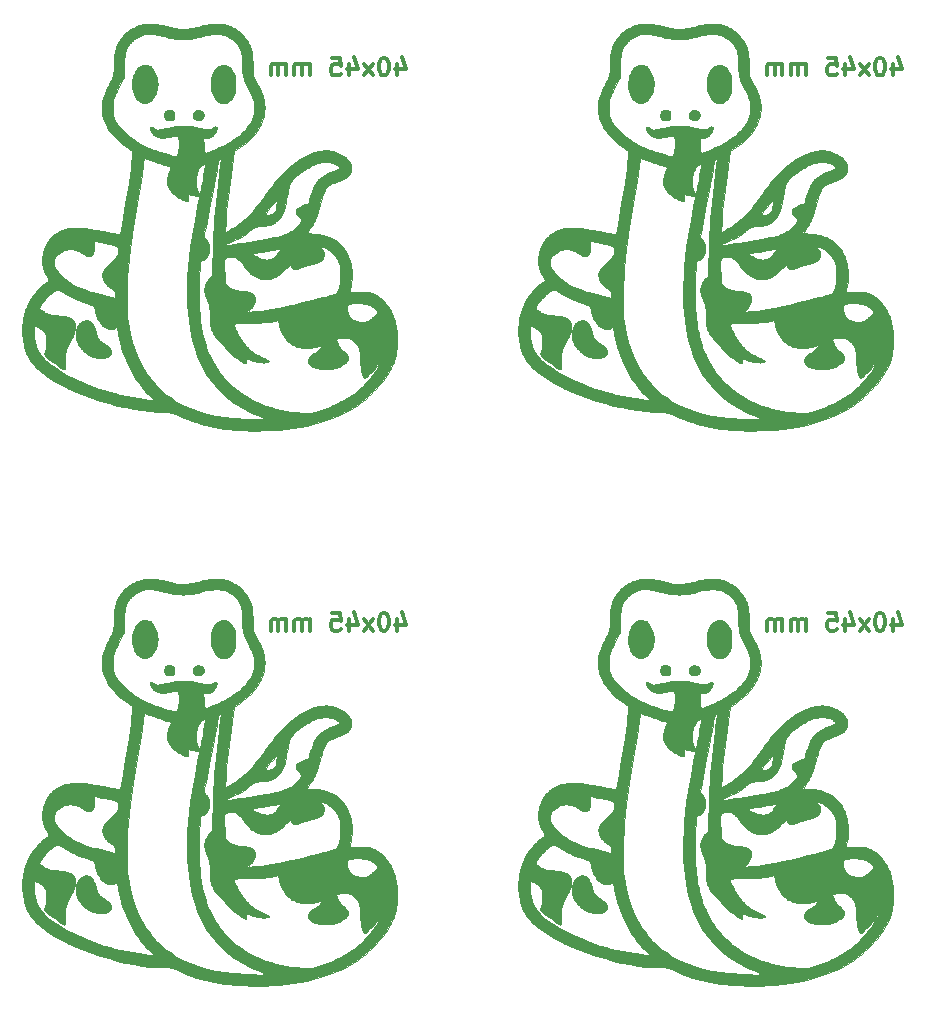
<source format=gbr>
%TF.GenerationSoftware,KiCad,Pcbnew,(6.0.11)*%
%TF.CreationDate,2023-02-14T10:47:04+13:00*%
%TF.ProjectId,stm32_panel,73746d33-325f-4706-916e-656c2e6b6963,rev?*%
%TF.SameCoordinates,Original*%
%TF.FileFunction,Legend,Bot*%
%TF.FilePolarity,Positive*%
%FSLAX46Y46*%
G04 Gerber Fmt 4.6, Leading zero omitted, Abs format (unit mm)*
G04 Created by KiCad (PCBNEW (6.0.11)) date 2023-02-14 10:47:04*
%MOMM*%
%LPD*%
G01*
G04 APERTURE LIST*
%ADD10C,0.044000*%
%ADD11C,0.120000*%
%ADD12C,0.300000*%
G04 APERTURE END LIST*
D10*
G36*
X46059553Y-25756126D02*
G01*
X46096326Y-25757912D01*
X46132587Y-25761402D01*
X46168342Y-25766601D01*
X46203593Y-25773511D01*
X46238345Y-25782135D01*
X46272603Y-25792475D01*
X46306371Y-25804535D01*
X46339652Y-25818318D01*
X46372452Y-25833825D01*
X46404774Y-25851061D01*
X46436623Y-25870028D01*
X46468003Y-25890728D01*
X46498919Y-25913165D01*
X46529374Y-25937341D01*
X46559373Y-25963260D01*
X46588920Y-25990923D01*
X46618019Y-26020335D01*
X46646675Y-26051497D01*
X46674892Y-26084414D01*
X46702674Y-26119086D01*
X46730025Y-26155518D01*
X46756950Y-26193712D01*
X46783453Y-26233671D01*
X46835210Y-26318896D01*
X46897692Y-26427582D01*
X46923715Y-26477661D01*
X46946533Y-26526263D01*
X46966348Y-26574410D01*
X46983367Y-26623125D01*
X46997794Y-26673432D01*
X47009834Y-26726354D01*
X47019690Y-26782914D01*
X47027569Y-26844135D01*
X47033674Y-26911040D01*
X47038210Y-26984654D01*
X47043394Y-27156095D01*
X47044758Y-27366646D01*
X47044375Y-27468616D01*
X47043151Y-27562492D01*
X47040972Y-27648910D01*
X47037724Y-27728507D01*
X47033294Y-27801919D01*
X47027568Y-27869783D01*
X47020432Y-27932736D01*
X47011773Y-27991415D01*
X47001477Y-28046455D01*
X46989430Y-28098494D01*
X46975518Y-28148168D01*
X46959628Y-28196114D01*
X46941647Y-28242969D01*
X46921460Y-28289369D01*
X46898953Y-28335951D01*
X46874014Y-28383352D01*
X46831405Y-28458683D01*
X46786624Y-28528973D01*
X46739816Y-28594230D01*
X46691128Y-28654460D01*
X46640706Y-28709671D01*
X46588697Y-28759869D01*
X46535246Y-28805063D01*
X46480502Y-28845259D01*
X46424608Y-28880463D01*
X46367713Y-28910684D01*
X46309963Y-28935928D01*
X46251503Y-28956203D01*
X46192481Y-28971515D01*
X46133042Y-28981872D01*
X46073334Y-28987280D01*
X46013501Y-28987747D01*
X45953691Y-28983281D01*
X45894051Y-28973887D01*
X45834726Y-28959573D01*
X45775863Y-28940347D01*
X45717608Y-28916215D01*
X45660107Y-28887185D01*
X45603508Y-28853263D01*
X45547956Y-28814456D01*
X45493598Y-28770773D01*
X45440579Y-28722219D01*
X45389048Y-28668803D01*
X45339149Y-28610530D01*
X45291029Y-28547409D01*
X45244835Y-28479446D01*
X45200713Y-28406648D01*
X45158809Y-28329023D01*
X45116800Y-28238327D01*
X45079494Y-28145423D01*
X45046818Y-28050606D01*
X45018699Y-27954171D01*
X44995066Y-27856411D01*
X44975845Y-27757621D01*
X44960963Y-27658095D01*
X44950350Y-27558127D01*
X44943931Y-27458011D01*
X44941636Y-27358041D01*
X44943390Y-27258512D01*
X44949122Y-27159718D01*
X44958759Y-27061953D01*
X44972229Y-26965510D01*
X44989459Y-26870685D01*
X45010377Y-26777771D01*
X45034910Y-26687063D01*
X45062986Y-26598854D01*
X45094532Y-26513440D01*
X45129476Y-26431113D01*
X45167746Y-26352168D01*
X45209268Y-26276900D01*
X45253971Y-26205603D01*
X45301782Y-26138570D01*
X45352628Y-26076096D01*
X45406438Y-26018476D01*
X45463138Y-25966002D01*
X45522656Y-25918970D01*
X45584919Y-25877673D01*
X45649856Y-25842407D01*
X45717393Y-25813464D01*
X45787459Y-25791139D01*
X45827932Y-25781066D01*
X45867864Y-25772680D01*
X45907259Y-25765981D01*
X45946121Y-25760974D01*
X45984455Y-25757660D01*
X46022264Y-25756043D01*
X46059553Y-25756126D01*
G37*
X46059553Y-25756126D02*
X46096326Y-25757912D01*
X46132587Y-25761402D01*
X46168342Y-25766601D01*
X46203593Y-25773511D01*
X46238345Y-25782135D01*
X46272603Y-25792475D01*
X46306371Y-25804535D01*
X46339652Y-25818318D01*
X46372452Y-25833825D01*
X46404774Y-25851061D01*
X46436623Y-25870028D01*
X46468003Y-25890728D01*
X46498919Y-25913165D01*
X46529374Y-25937341D01*
X46559373Y-25963260D01*
X46588920Y-25990923D01*
X46618019Y-26020335D01*
X46646675Y-26051497D01*
X46674892Y-26084414D01*
X46702674Y-26119086D01*
X46730025Y-26155518D01*
X46756950Y-26193712D01*
X46783453Y-26233671D01*
X46835210Y-26318896D01*
X46897692Y-26427582D01*
X46923715Y-26477661D01*
X46946533Y-26526263D01*
X46966348Y-26574410D01*
X46983367Y-26623125D01*
X46997794Y-26673432D01*
X47009834Y-26726354D01*
X47019690Y-26782914D01*
X47027569Y-26844135D01*
X47033674Y-26911040D01*
X47038210Y-26984654D01*
X47043394Y-27156095D01*
X47044758Y-27366646D01*
X47044375Y-27468616D01*
X47043151Y-27562492D01*
X47040972Y-27648910D01*
X47037724Y-27728507D01*
X47033294Y-27801919D01*
X47027568Y-27869783D01*
X47020432Y-27932736D01*
X47011773Y-27991415D01*
X47001477Y-28046455D01*
X46989430Y-28098494D01*
X46975518Y-28148168D01*
X46959628Y-28196114D01*
X46941647Y-28242969D01*
X46921460Y-28289369D01*
X46898953Y-28335951D01*
X46874014Y-28383352D01*
X46831405Y-28458683D01*
X46786624Y-28528973D01*
X46739816Y-28594230D01*
X46691128Y-28654460D01*
X46640706Y-28709671D01*
X46588697Y-28759869D01*
X46535246Y-28805063D01*
X46480502Y-28845259D01*
X46424608Y-28880463D01*
X46367713Y-28910684D01*
X46309963Y-28935928D01*
X46251503Y-28956203D01*
X46192481Y-28971515D01*
X46133042Y-28981872D01*
X46073334Y-28987280D01*
X46013501Y-28987747D01*
X45953691Y-28983281D01*
X45894051Y-28973887D01*
X45834726Y-28959573D01*
X45775863Y-28940347D01*
X45717608Y-28916215D01*
X45660107Y-28887185D01*
X45603508Y-28853263D01*
X45547956Y-28814456D01*
X45493598Y-28770773D01*
X45440579Y-28722219D01*
X45389048Y-28668803D01*
X45339149Y-28610530D01*
X45291029Y-28547409D01*
X45244835Y-28479446D01*
X45200713Y-28406648D01*
X45158809Y-28329023D01*
X45116800Y-28238327D01*
X45079494Y-28145423D01*
X45046818Y-28050606D01*
X45018699Y-27954171D01*
X44995066Y-27856411D01*
X44975845Y-27757621D01*
X44960963Y-27658095D01*
X44950350Y-27558127D01*
X44943931Y-27458011D01*
X44941636Y-27358041D01*
X44943390Y-27258512D01*
X44949122Y-27159718D01*
X44958759Y-27061953D01*
X44972229Y-26965510D01*
X44989459Y-26870685D01*
X45010377Y-26777771D01*
X45034910Y-26687063D01*
X45062986Y-26598854D01*
X45094532Y-26513440D01*
X45129476Y-26431113D01*
X45167746Y-26352168D01*
X45209268Y-26276900D01*
X45253971Y-26205603D01*
X45301782Y-26138570D01*
X45352628Y-26076096D01*
X45406438Y-26018476D01*
X45463138Y-25966002D01*
X45522656Y-25918970D01*
X45584919Y-25877673D01*
X45649856Y-25842407D01*
X45717393Y-25813464D01*
X45787459Y-25791139D01*
X45827932Y-25781066D01*
X45867864Y-25772680D01*
X45907259Y-25765981D01*
X45946121Y-25760974D01*
X45984455Y-25757660D01*
X46022264Y-25756043D01*
X46059553Y-25756126D01*
G36*
X88059553Y-25756126D02*
G01*
X88096326Y-25757912D01*
X88132587Y-25761402D01*
X88168342Y-25766601D01*
X88203593Y-25773511D01*
X88238345Y-25782135D01*
X88272603Y-25792475D01*
X88306371Y-25804535D01*
X88339652Y-25818318D01*
X88372452Y-25833825D01*
X88404774Y-25851061D01*
X88436623Y-25870028D01*
X88468003Y-25890728D01*
X88498919Y-25913165D01*
X88529374Y-25937341D01*
X88559373Y-25963260D01*
X88588920Y-25990923D01*
X88618019Y-26020335D01*
X88646675Y-26051497D01*
X88674892Y-26084414D01*
X88702674Y-26119086D01*
X88730025Y-26155518D01*
X88756950Y-26193712D01*
X88783453Y-26233671D01*
X88835210Y-26318896D01*
X88897692Y-26427582D01*
X88923715Y-26477661D01*
X88946533Y-26526263D01*
X88966348Y-26574410D01*
X88983367Y-26623125D01*
X88997794Y-26673432D01*
X89009834Y-26726354D01*
X89019690Y-26782914D01*
X89027569Y-26844135D01*
X89033674Y-26911040D01*
X89038210Y-26984654D01*
X89043394Y-27156095D01*
X89044758Y-27366646D01*
X89044375Y-27468616D01*
X89043151Y-27562492D01*
X89040972Y-27648910D01*
X89037724Y-27728507D01*
X89033294Y-27801919D01*
X89027568Y-27869783D01*
X89020432Y-27932736D01*
X89011773Y-27991415D01*
X89001477Y-28046455D01*
X88989430Y-28098494D01*
X88975518Y-28148168D01*
X88959628Y-28196114D01*
X88941647Y-28242969D01*
X88921460Y-28289369D01*
X88898953Y-28335951D01*
X88874014Y-28383352D01*
X88831405Y-28458683D01*
X88786624Y-28528973D01*
X88739816Y-28594230D01*
X88691128Y-28654460D01*
X88640706Y-28709671D01*
X88588697Y-28759869D01*
X88535246Y-28805063D01*
X88480502Y-28845259D01*
X88424608Y-28880463D01*
X88367713Y-28910684D01*
X88309963Y-28935928D01*
X88251503Y-28956203D01*
X88192481Y-28971515D01*
X88133042Y-28981872D01*
X88073334Y-28987280D01*
X88013501Y-28987747D01*
X87953691Y-28983281D01*
X87894051Y-28973887D01*
X87834726Y-28959573D01*
X87775863Y-28940347D01*
X87717608Y-28916215D01*
X87660107Y-28887185D01*
X87603508Y-28853263D01*
X87547956Y-28814456D01*
X87493598Y-28770773D01*
X87440579Y-28722219D01*
X87389048Y-28668803D01*
X87339149Y-28610530D01*
X87291029Y-28547409D01*
X87244835Y-28479446D01*
X87200713Y-28406648D01*
X87158809Y-28329023D01*
X87116800Y-28238327D01*
X87079494Y-28145423D01*
X87046818Y-28050606D01*
X87018699Y-27954171D01*
X86995066Y-27856411D01*
X86975845Y-27757621D01*
X86960963Y-27658095D01*
X86950350Y-27558127D01*
X86943931Y-27458011D01*
X86941636Y-27358041D01*
X86943390Y-27258512D01*
X86949122Y-27159718D01*
X86958759Y-27061953D01*
X86972229Y-26965510D01*
X86989459Y-26870685D01*
X87010377Y-26777771D01*
X87034910Y-26687063D01*
X87062986Y-26598854D01*
X87094532Y-26513440D01*
X87129476Y-26431113D01*
X87167746Y-26352168D01*
X87209268Y-26276900D01*
X87253971Y-26205603D01*
X87301782Y-26138570D01*
X87352628Y-26076096D01*
X87406438Y-26018476D01*
X87463138Y-25966002D01*
X87522656Y-25918970D01*
X87584919Y-25877673D01*
X87649856Y-25842407D01*
X87717393Y-25813464D01*
X87787459Y-25791139D01*
X87827932Y-25781066D01*
X87867864Y-25772680D01*
X87907259Y-25765981D01*
X87946121Y-25760974D01*
X87984455Y-25757660D01*
X88022264Y-25756043D01*
X88059553Y-25756126D01*
G37*
X88059553Y-25756126D02*
X88096326Y-25757912D01*
X88132587Y-25761402D01*
X88168342Y-25766601D01*
X88203593Y-25773511D01*
X88238345Y-25782135D01*
X88272603Y-25792475D01*
X88306371Y-25804535D01*
X88339652Y-25818318D01*
X88372452Y-25833825D01*
X88404774Y-25851061D01*
X88436623Y-25870028D01*
X88468003Y-25890728D01*
X88498919Y-25913165D01*
X88529374Y-25937341D01*
X88559373Y-25963260D01*
X88588920Y-25990923D01*
X88618019Y-26020335D01*
X88646675Y-26051497D01*
X88674892Y-26084414D01*
X88702674Y-26119086D01*
X88730025Y-26155518D01*
X88756950Y-26193712D01*
X88783453Y-26233671D01*
X88835210Y-26318896D01*
X88897692Y-26427582D01*
X88923715Y-26477661D01*
X88946533Y-26526263D01*
X88966348Y-26574410D01*
X88983367Y-26623125D01*
X88997794Y-26673432D01*
X89009834Y-26726354D01*
X89019690Y-26782914D01*
X89027569Y-26844135D01*
X89033674Y-26911040D01*
X89038210Y-26984654D01*
X89043394Y-27156095D01*
X89044758Y-27366646D01*
X89044375Y-27468616D01*
X89043151Y-27562492D01*
X89040972Y-27648910D01*
X89037724Y-27728507D01*
X89033294Y-27801919D01*
X89027568Y-27869783D01*
X89020432Y-27932736D01*
X89011773Y-27991415D01*
X89001477Y-28046455D01*
X88989430Y-28098494D01*
X88975518Y-28148168D01*
X88959628Y-28196114D01*
X88941647Y-28242969D01*
X88921460Y-28289369D01*
X88898953Y-28335951D01*
X88874014Y-28383352D01*
X88831405Y-28458683D01*
X88786624Y-28528973D01*
X88739816Y-28594230D01*
X88691128Y-28654460D01*
X88640706Y-28709671D01*
X88588697Y-28759869D01*
X88535246Y-28805063D01*
X88480502Y-28845259D01*
X88424608Y-28880463D01*
X88367713Y-28910684D01*
X88309963Y-28935928D01*
X88251503Y-28956203D01*
X88192481Y-28971515D01*
X88133042Y-28981872D01*
X88073334Y-28987280D01*
X88013501Y-28987747D01*
X87953691Y-28983281D01*
X87894051Y-28973887D01*
X87834726Y-28959573D01*
X87775863Y-28940347D01*
X87717608Y-28916215D01*
X87660107Y-28887185D01*
X87603508Y-28853263D01*
X87547956Y-28814456D01*
X87493598Y-28770773D01*
X87440579Y-28722219D01*
X87389048Y-28668803D01*
X87339149Y-28610530D01*
X87291029Y-28547409D01*
X87244835Y-28479446D01*
X87200713Y-28406648D01*
X87158809Y-28329023D01*
X87116800Y-28238327D01*
X87079494Y-28145423D01*
X87046818Y-28050606D01*
X87018699Y-27954171D01*
X86995066Y-27856411D01*
X86975845Y-27757621D01*
X86960963Y-27658095D01*
X86950350Y-27558127D01*
X86943931Y-27458011D01*
X86941636Y-27358041D01*
X86943390Y-27258512D01*
X86949122Y-27159718D01*
X86958759Y-27061953D01*
X86972229Y-26965510D01*
X86989459Y-26870685D01*
X87010377Y-26777771D01*
X87034910Y-26687063D01*
X87062986Y-26598854D01*
X87094532Y-26513440D01*
X87129476Y-26431113D01*
X87167746Y-26352168D01*
X87209268Y-26276900D01*
X87253971Y-26205603D01*
X87301782Y-26138570D01*
X87352628Y-26076096D01*
X87406438Y-26018476D01*
X87463138Y-25966002D01*
X87522656Y-25918970D01*
X87584919Y-25877673D01*
X87649856Y-25842407D01*
X87717393Y-25813464D01*
X87787459Y-25791139D01*
X87827932Y-25781066D01*
X87867864Y-25772680D01*
X87907259Y-25765981D01*
X87946121Y-25760974D01*
X87984455Y-25757660D01*
X88022264Y-25756043D01*
X88059553Y-25756126D01*
G36*
X46059553Y-72756126D02*
G01*
X46096326Y-72757912D01*
X46132587Y-72761402D01*
X46168342Y-72766601D01*
X46203593Y-72773511D01*
X46238345Y-72782135D01*
X46272603Y-72792475D01*
X46306371Y-72804535D01*
X46339652Y-72818318D01*
X46372452Y-72833825D01*
X46404774Y-72851061D01*
X46436623Y-72870028D01*
X46468003Y-72890728D01*
X46498919Y-72913165D01*
X46529374Y-72937341D01*
X46559373Y-72963260D01*
X46588920Y-72990923D01*
X46618019Y-73020335D01*
X46646675Y-73051497D01*
X46674892Y-73084414D01*
X46702674Y-73119086D01*
X46730025Y-73155518D01*
X46756950Y-73193712D01*
X46783453Y-73233671D01*
X46835210Y-73318896D01*
X46897692Y-73427582D01*
X46923715Y-73477661D01*
X46946533Y-73526263D01*
X46966348Y-73574410D01*
X46983367Y-73623125D01*
X46997794Y-73673432D01*
X47009834Y-73726354D01*
X47019690Y-73782914D01*
X47027569Y-73844135D01*
X47033674Y-73911040D01*
X47038210Y-73984654D01*
X47043394Y-74156095D01*
X47044758Y-74366646D01*
X47044375Y-74468616D01*
X47043151Y-74562492D01*
X47040972Y-74648910D01*
X47037724Y-74728507D01*
X47033294Y-74801919D01*
X47027568Y-74869783D01*
X47020432Y-74932736D01*
X47011773Y-74991415D01*
X47001477Y-75046455D01*
X46989430Y-75098494D01*
X46975518Y-75148168D01*
X46959628Y-75196114D01*
X46941647Y-75242969D01*
X46921460Y-75289369D01*
X46898953Y-75335951D01*
X46874014Y-75383352D01*
X46831405Y-75458683D01*
X46786624Y-75528973D01*
X46739816Y-75594230D01*
X46691128Y-75654460D01*
X46640706Y-75709671D01*
X46588697Y-75759869D01*
X46535246Y-75805063D01*
X46480502Y-75845259D01*
X46424608Y-75880463D01*
X46367713Y-75910684D01*
X46309963Y-75935928D01*
X46251503Y-75956203D01*
X46192481Y-75971515D01*
X46133042Y-75981872D01*
X46073334Y-75987280D01*
X46013501Y-75987747D01*
X45953691Y-75983281D01*
X45894051Y-75973887D01*
X45834726Y-75959573D01*
X45775863Y-75940347D01*
X45717608Y-75916215D01*
X45660107Y-75887185D01*
X45603508Y-75853263D01*
X45547956Y-75814456D01*
X45493598Y-75770773D01*
X45440579Y-75722219D01*
X45389048Y-75668803D01*
X45339149Y-75610530D01*
X45291029Y-75547409D01*
X45244835Y-75479446D01*
X45200713Y-75406648D01*
X45158809Y-75329023D01*
X45116800Y-75238327D01*
X45079494Y-75145423D01*
X45046818Y-75050606D01*
X45018699Y-74954171D01*
X44995066Y-74856411D01*
X44975845Y-74757621D01*
X44960963Y-74658095D01*
X44950350Y-74558127D01*
X44943931Y-74458011D01*
X44941636Y-74358041D01*
X44943390Y-74258512D01*
X44949122Y-74159718D01*
X44958759Y-74061953D01*
X44972229Y-73965510D01*
X44989459Y-73870685D01*
X45010377Y-73777771D01*
X45034910Y-73687063D01*
X45062986Y-73598854D01*
X45094532Y-73513440D01*
X45129476Y-73431113D01*
X45167746Y-73352168D01*
X45209268Y-73276900D01*
X45253971Y-73205603D01*
X45301782Y-73138570D01*
X45352628Y-73076096D01*
X45406438Y-73018476D01*
X45463138Y-72966002D01*
X45522656Y-72918970D01*
X45584919Y-72877673D01*
X45649856Y-72842407D01*
X45717393Y-72813464D01*
X45787459Y-72791139D01*
X45827932Y-72781066D01*
X45867864Y-72772680D01*
X45907259Y-72765981D01*
X45946121Y-72760974D01*
X45984455Y-72757660D01*
X46022264Y-72756043D01*
X46059553Y-72756126D01*
G37*
X46059553Y-72756126D02*
X46096326Y-72757912D01*
X46132587Y-72761402D01*
X46168342Y-72766601D01*
X46203593Y-72773511D01*
X46238345Y-72782135D01*
X46272603Y-72792475D01*
X46306371Y-72804535D01*
X46339652Y-72818318D01*
X46372452Y-72833825D01*
X46404774Y-72851061D01*
X46436623Y-72870028D01*
X46468003Y-72890728D01*
X46498919Y-72913165D01*
X46529374Y-72937341D01*
X46559373Y-72963260D01*
X46588920Y-72990923D01*
X46618019Y-73020335D01*
X46646675Y-73051497D01*
X46674892Y-73084414D01*
X46702674Y-73119086D01*
X46730025Y-73155518D01*
X46756950Y-73193712D01*
X46783453Y-73233671D01*
X46835210Y-73318896D01*
X46897692Y-73427582D01*
X46923715Y-73477661D01*
X46946533Y-73526263D01*
X46966348Y-73574410D01*
X46983367Y-73623125D01*
X46997794Y-73673432D01*
X47009834Y-73726354D01*
X47019690Y-73782914D01*
X47027569Y-73844135D01*
X47033674Y-73911040D01*
X47038210Y-73984654D01*
X47043394Y-74156095D01*
X47044758Y-74366646D01*
X47044375Y-74468616D01*
X47043151Y-74562492D01*
X47040972Y-74648910D01*
X47037724Y-74728507D01*
X47033294Y-74801919D01*
X47027568Y-74869783D01*
X47020432Y-74932736D01*
X47011773Y-74991415D01*
X47001477Y-75046455D01*
X46989430Y-75098494D01*
X46975518Y-75148168D01*
X46959628Y-75196114D01*
X46941647Y-75242969D01*
X46921460Y-75289369D01*
X46898953Y-75335951D01*
X46874014Y-75383352D01*
X46831405Y-75458683D01*
X46786624Y-75528973D01*
X46739816Y-75594230D01*
X46691128Y-75654460D01*
X46640706Y-75709671D01*
X46588697Y-75759869D01*
X46535246Y-75805063D01*
X46480502Y-75845259D01*
X46424608Y-75880463D01*
X46367713Y-75910684D01*
X46309963Y-75935928D01*
X46251503Y-75956203D01*
X46192481Y-75971515D01*
X46133042Y-75981872D01*
X46073334Y-75987280D01*
X46013501Y-75987747D01*
X45953691Y-75983281D01*
X45894051Y-75973887D01*
X45834726Y-75959573D01*
X45775863Y-75940347D01*
X45717608Y-75916215D01*
X45660107Y-75887185D01*
X45603508Y-75853263D01*
X45547956Y-75814456D01*
X45493598Y-75770773D01*
X45440579Y-75722219D01*
X45389048Y-75668803D01*
X45339149Y-75610530D01*
X45291029Y-75547409D01*
X45244835Y-75479446D01*
X45200713Y-75406648D01*
X45158809Y-75329023D01*
X45116800Y-75238327D01*
X45079494Y-75145423D01*
X45046818Y-75050606D01*
X45018699Y-74954171D01*
X44995066Y-74856411D01*
X44975845Y-74757621D01*
X44960963Y-74658095D01*
X44950350Y-74558127D01*
X44943931Y-74458011D01*
X44941636Y-74358041D01*
X44943390Y-74258512D01*
X44949122Y-74159718D01*
X44958759Y-74061953D01*
X44972229Y-73965510D01*
X44989459Y-73870685D01*
X45010377Y-73777771D01*
X45034910Y-73687063D01*
X45062986Y-73598854D01*
X45094532Y-73513440D01*
X45129476Y-73431113D01*
X45167746Y-73352168D01*
X45209268Y-73276900D01*
X45253971Y-73205603D01*
X45301782Y-73138570D01*
X45352628Y-73076096D01*
X45406438Y-73018476D01*
X45463138Y-72966002D01*
X45522656Y-72918970D01*
X45584919Y-72877673D01*
X45649856Y-72842407D01*
X45717393Y-72813464D01*
X45787459Y-72791139D01*
X45827932Y-72781066D01*
X45867864Y-72772680D01*
X45907259Y-72765981D01*
X45946121Y-72760974D01*
X45984455Y-72757660D01*
X46022264Y-72756043D01*
X46059553Y-72756126D01*
G36*
X88059553Y-72756126D02*
G01*
X88096326Y-72757912D01*
X88132587Y-72761402D01*
X88168342Y-72766601D01*
X88203593Y-72773511D01*
X88238345Y-72782135D01*
X88272603Y-72792475D01*
X88306371Y-72804535D01*
X88339652Y-72818318D01*
X88372452Y-72833825D01*
X88404774Y-72851061D01*
X88436623Y-72870028D01*
X88468003Y-72890728D01*
X88498919Y-72913165D01*
X88529374Y-72937341D01*
X88559373Y-72963260D01*
X88588920Y-72990923D01*
X88618019Y-73020335D01*
X88646675Y-73051497D01*
X88674892Y-73084414D01*
X88702674Y-73119086D01*
X88730025Y-73155518D01*
X88756950Y-73193712D01*
X88783453Y-73233671D01*
X88835210Y-73318896D01*
X88897692Y-73427582D01*
X88923715Y-73477661D01*
X88946533Y-73526263D01*
X88966348Y-73574410D01*
X88983367Y-73623125D01*
X88997794Y-73673432D01*
X89009834Y-73726354D01*
X89019690Y-73782914D01*
X89027569Y-73844135D01*
X89033674Y-73911040D01*
X89038210Y-73984654D01*
X89043394Y-74156095D01*
X89044758Y-74366646D01*
X89044375Y-74468616D01*
X89043151Y-74562492D01*
X89040972Y-74648910D01*
X89037724Y-74728507D01*
X89033294Y-74801919D01*
X89027568Y-74869783D01*
X89020432Y-74932736D01*
X89011773Y-74991415D01*
X89001477Y-75046455D01*
X88989430Y-75098494D01*
X88975518Y-75148168D01*
X88959628Y-75196114D01*
X88941647Y-75242969D01*
X88921460Y-75289369D01*
X88898953Y-75335951D01*
X88874014Y-75383352D01*
X88831405Y-75458683D01*
X88786624Y-75528973D01*
X88739816Y-75594230D01*
X88691128Y-75654460D01*
X88640706Y-75709671D01*
X88588697Y-75759869D01*
X88535246Y-75805063D01*
X88480502Y-75845259D01*
X88424608Y-75880463D01*
X88367713Y-75910684D01*
X88309963Y-75935928D01*
X88251503Y-75956203D01*
X88192481Y-75971515D01*
X88133042Y-75981872D01*
X88073334Y-75987280D01*
X88013501Y-75987747D01*
X87953691Y-75983281D01*
X87894051Y-75973887D01*
X87834726Y-75959573D01*
X87775863Y-75940347D01*
X87717608Y-75916215D01*
X87660107Y-75887185D01*
X87603508Y-75853263D01*
X87547956Y-75814456D01*
X87493598Y-75770773D01*
X87440579Y-75722219D01*
X87389048Y-75668803D01*
X87339149Y-75610530D01*
X87291029Y-75547409D01*
X87244835Y-75479446D01*
X87200713Y-75406648D01*
X87158809Y-75329023D01*
X87116800Y-75238327D01*
X87079494Y-75145423D01*
X87046818Y-75050606D01*
X87018699Y-74954171D01*
X86995066Y-74856411D01*
X86975845Y-74757621D01*
X86960963Y-74658095D01*
X86950350Y-74558127D01*
X86943931Y-74458011D01*
X86941636Y-74358041D01*
X86943390Y-74258512D01*
X86949122Y-74159718D01*
X86958759Y-74061953D01*
X86972229Y-73965510D01*
X86989459Y-73870685D01*
X87010377Y-73777771D01*
X87034910Y-73687063D01*
X87062986Y-73598854D01*
X87094532Y-73513440D01*
X87129476Y-73431113D01*
X87167746Y-73352168D01*
X87209268Y-73276900D01*
X87253971Y-73205603D01*
X87301782Y-73138570D01*
X87352628Y-73076096D01*
X87406438Y-73018476D01*
X87463138Y-72966002D01*
X87522656Y-72918970D01*
X87584919Y-72877673D01*
X87649856Y-72842407D01*
X87717393Y-72813464D01*
X87787459Y-72791139D01*
X87827932Y-72781066D01*
X87867864Y-72772680D01*
X87907259Y-72765981D01*
X87946121Y-72760974D01*
X87984455Y-72757660D01*
X88022264Y-72756043D01*
X88059553Y-72756126D01*
G37*
X88059553Y-72756126D02*
X88096326Y-72757912D01*
X88132587Y-72761402D01*
X88168342Y-72766601D01*
X88203593Y-72773511D01*
X88238345Y-72782135D01*
X88272603Y-72792475D01*
X88306371Y-72804535D01*
X88339652Y-72818318D01*
X88372452Y-72833825D01*
X88404774Y-72851061D01*
X88436623Y-72870028D01*
X88468003Y-72890728D01*
X88498919Y-72913165D01*
X88529374Y-72937341D01*
X88559373Y-72963260D01*
X88588920Y-72990923D01*
X88618019Y-73020335D01*
X88646675Y-73051497D01*
X88674892Y-73084414D01*
X88702674Y-73119086D01*
X88730025Y-73155518D01*
X88756950Y-73193712D01*
X88783453Y-73233671D01*
X88835210Y-73318896D01*
X88897692Y-73427582D01*
X88923715Y-73477661D01*
X88946533Y-73526263D01*
X88966348Y-73574410D01*
X88983367Y-73623125D01*
X88997794Y-73673432D01*
X89009834Y-73726354D01*
X89019690Y-73782914D01*
X89027569Y-73844135D01*
X89033674Y-73911040D01*
X89038210Y-73984654D01*
X89043394Y-74156095D01*
X89044758Y-74366646D01*
X89044375Y-74468616D01*
X89043151Y-74562492D01*
X89040972Y-74648910D01*
X89037724Y-74728507D01*
X89033294Y-74801919D01*
X89027568Y-74869783D01*
X89020432Y-74932736D01*
X89011773Y-74991415D01*
X89001477Y-75046455D01*
X88989430Y-75098494D01*
X88975518Y-75148168D01*
X88959628Y-75196114D01*
X88941647Y-75242969D01*
X88921460Y-75289369D01*
X88898953Y-75335951D01*
X88874014Y-75383352D01*
X88831405Y-75458683D01*
X88786624Y-75528973D01*
X88739816Y-75594230D01*
X88691128Y-75654460D01*
X88640706Y-75709671D01*
X88588697Y-75759869D01*
X88535246Y-75805063D01*
X88480502Y-75845259D01*
X88424608Y-75880463D01*
X88367713Y-75910684D01*
X88309963Y-75935928D01*
X88251503Y-75956203D01*
X88192481Y-75971515D01*
X88133042Y-75981872D01*
X88073334Y-75987280D01*
X88013501Y-75987747D01*
X87953691Y-75983281D01*
X87894051Y-75973887D01*
X87834726Y-75959573D01*
X87775863Y-75940347D01*
X87717608Y-75916215D01*
X87660107Y-75887185D01*
X87603508Y-75853263D01*
X87547956Y-75814456D01*
X87493598Y-75770773D01*
X87440579Y-75722219D01*
X87389048Y-75668803D01*
X87339149Y-75610530D01*
X87291029Y-75547409D01*
X87244835Y-75479446D01*
X87200713Y-75406648D01*
X87158809Y-75329023D01*
X87116800Y-75238327D01*
X87079494Y-75145423D01*
X87046818Y-75050606D01*
X87018699Y-74954171D01*
X86995066Y-74856411D01*
X86975845Y-74757621D01*
X86960963Y-74658095D01*
X86950350Y-74558127D01*
X86943931Y-74458011D01*
X86941636Y-74358041D01*
X86943390Y-74258512D01*
X86949122Y-74159718D01*
X86958759Y-74061953D01*
X86972229Y-73965510D01*
X86989459Y-73870685D01*
X87010377Y-73777771D01*
X87034910Y-73687063D01*
X87062986Y-73598854D01*
X87094532Y-73513440D01*
X87129476Y-73431113D01*
X87167746Y-73352168D01*
X87209268Y-73276900D01*
X87253971Y-73205603D01*
X87301782Y-73138570D01*
X87352628Y-73076096D01*
X87406438Y-73018476D01*
X87463138Y-72966002D01*
X87522656Y-72918970D01*
X87584919Y-72877673D01*
X87649856Y-72842407D01*
X87717393Y-72813464D01*
X87787459Y-72791139D01*
X87827932Y-72781066D01*
X87867864Y-72772680D01*
X87907259Y-72765981D01*
X87946121Y-72760974D01*
X87984455Y-72757660D01*
X88022264Y-72756043D01*
X88059553Y-72756126D01*
G36*
X53618665Y-41068505D02*
G01*
X53691803Y-41072534D01*
X53763962Y-41078790D01*
X53834338Y-41087298D01*
X53902121Y-41098080D01*
X53966504Y-41111158D01*
X54026681Y-41126555D01*
X54081845Y-41144295D01*
X54111992Y-41155044D01*
X54141302Y-41166899D01*
X54169756Y-41179829D01*
X54197336Y-41193802D01*
X54224024Y-41208786D01*
X54249801Y-41224751D01*
X54274649Y-41241665D01*
X54298549Y-41259498D01*
X54321482Y-41278217D01*
X54343431Y-41297791D01*
X54364376Y-41318190D01*
X54384300Y-41339382D01*
X54403183Y-41361336D01*
X54421008Y-41384020D01*
X54437755Y-41407403D01*
X54453407Y-41431454D01*
X54467944Y-41456142D01*
X54481349Y-41481435D01*
X54493603Y-41507302D01*
X54504688Y-41533712D01*
X54514584Y-41560634D01*
X54523274Y-41588036D01*
X54530739Y-41615887D01*
X54536960Y-41644156D01*
X54541920Y-41672812D01*
X54545599Y-41701822D01*
X54547979Y-41731157D01*
X54549042Y-41760785D01*
X54548769Y-41790674D01*
X54547142Y-41820793D01*
X54544142Y-41851111D01*
X54539751Y-41881597D01*
X54524494Y-41954678D01*
X54504644Y-42022768D01*
X54479791Y-42086151D01*
X54449527Y-42145112D01*
X54413442Y-42199935D01*
X54371128Y-42250903D01*
X54322173Y-42298302D01*
X54266170Y-42342415D01*
X54202710Y-42383526D01*
X54131382Y-42421920D01*
X54051777Y-42457882D01*
X53963487Y-42491695D01*
X53866101Y-42523643D01*
X53759211Y-42554010D01*
X53642408Y-42583082D01*
X53515282Y-42611142D01*
X53428243Y-42632061D01*
X53326834Y-42659165D01*
X53214874Y-42691362D01*
X53096183Y-42727560D01*
X52974582Y-42766669D01*
X52853890Y-42807597D01*
X52737928Y-42849252D01*
X52630515Y-42890543D01*
X52559236Y-42919477D01*
X52493574Y-42945205D01*
X52433141Y-42967795D01*
X52377552Y-42987315D01*
X52326419Y-43003834D01*
X52279356Y-43017420D01*
X52235977Y-43028141D01*
X52195894Y-43036065D01*
X52158722Y-43041260D01*
X52141107Y-43042856D01*
X52124074Y-43043795D01*
X52107575Y-43044086D01*
X52091563Y-43043738D01*
X52075988Y-43042758D01*
X52060803Y-43041157D01*
X52045959Y-43038941D01*
X52031407Y-43036120D01*
X52017100Y-43032702D01*
X52002989Y-43028696D01*
X51975162Y-43018953D01*
X51947540Y-43006958D01*
X51923029Y-42994999D01*
X51900430Y-42982406D01*
X51879743Y-42969181D01*
X51860970Y-42955329D01*
X51844113Y-42940851D01*
X51829173Y-42925751D01*
X51816152Y-42910032D01*
X51805050Y-42893695D01*
X51795870Y-42876745D01*
X51788613Y-42859183D01*
X51783279Y-42841014D01*
X51779872Y-42822239D01*
X51778391Y-42802861D01*
X51778839Y-42782884D01*
X51781216Y-42762309D01*
X51785525Y-42741141D01*
X51791767Y-42719382D01*
X51799943Y-42697034D01*
X51810054Y-42674101D01*
X51822102Y-42650585D01*
X51836089Y-42626489D01*
X51852016Y-42601816D01*
X51869883Y-42576569D01*
X51889694Y-42550751D01*
X51935148Y-42497412D01*
X51988391Y-42441822D01*
X52049432Y-42384004D01*
X52118284Y-42323980D01*
X52164413Y-42285489D01*
X52206824Y-42248522D01*
X52245620Y-42212964D01*
X52280903Y-42178702D01*
X52312776Y-42145623D01*
X52341340Y-42113612D01*
X52366698Y-42082556D01*
X52388952Y-42052342D01*
X52408205Y-42022855D01*
X52424559Y-41993982D01*
X52438116Y-41965610D01*
X52443878Y-41951576D01*
X52448979Y-41937624D01*
X52453432Y-41923740D01*
X52457250Y-41909911D01*
X52460445Y-41896121D01*
X52463031Y-41882357D01*
X52465019Y-41868604D01*
X52466424Y-41854848D01*
X52467533Y-41827271D01*
X52468431Y-41806478D01*
X52471085Y-41784894D01*
X52475430Y-41762590D01*
X52481403Y-41739640D01*
X52488938Y-41716116D01*
X52497973Y-41692090D01*
X52520284Y-41642823D01*
X52547825Y-41592419D01*
X52580084Y-41541458D01*
X52616550Y-41490520D01*
X52656710Y-41440185D01*
X52700054Y-41391032D01*
X52746069Y-41343641D01*
X52794244Y-41298592D01*
X52844068Y-41256465D01*
X52895028Y-41217840D01*
X52946614Y-41183296D01*
X52998313Y-41153413D01*
X53024046Y-41140400D01*
X53049615Y-41128771D01*
X53095228Y-41113768D01*
X53147129Y-41100788D01*
X53204509Y-41089855D01*
X53266562Y-41080992D01*
X53332481Y-41074220D01*
X53401457Y-41069562D01*
X53472685Y-41067042D01*
X53545357Y-41066682D01*
X53618665Y-41068505D01*
G37*
X53618665Y-41068505D02*
X53691803Y-41072534D01*
X53763962Y-41078790D01*
X53834338Y-41087298D01*
X53902121Y-41098080D01*
X53966504Y-41111158D01*
X54026681Y-41126555D01*
X54081845Y-41144295D01*
X54111992Y-41155044D01*
X54141302Y-41166899D01*
X54169756Y-41179829D01*
X54197336Y-41193802D01*
X54224024Y-41208786D01*
X54249801Y-41224751D01*
X54274649Y-41241665D01*
X54298549Y-41259498D01*
X54321482Y-41278217D01*
X54343431Y-41297791D01*
X54364376Y-41318190D01*
X54384300Y-41339382D01*
X54403183Y-41361336D01*
X54421008Y-41384020D01*
X54437755Y-41407403D01*
X54453407Y-41431454D01*
X54467944Y-41456142D01*
X54481349Y-41481435D01*
X54493603Y-41507302D01*
X54504688Y-41533712D01*
X54514584Y-41560634D01*
X54523274Y-41588036D01*
X54530739Y-41615887D01*
X54536960Y-41644156D01*
X54541920Y-41672812D01*
X54545599Y-41701822D01*
X54547979Y-41731157D01*
X54549042Y-41760785D01*
X54548769Y-41790674D01*
X54547142Y-41820793D01*
X54544142Y-41851111D01*
X54539751Y-41881597D01*
X54524494Y-41954678D01*
X54504644Y-42022768D01*
X54479791Y-42086151D01*
X54449527Y-42145112D01*
X54413442Y-42199935D01*
X54371128Y-42250903D01*
X54322173Y-42298302D01*
X54266170Y-42342415D01*
X54202710Y-42383526D01*
X54131382Y-42421920D01*
X54051777Y-42457882D01*
X53963487Y-42491695D01*
X53866101Y-42523643D01*
X53759211Y-42554010D01*
X53642408Y-42583082D01*
X53515282Y-42611142D01*
X53428243Y-42632061D01*
X53326834Y-42659165D01*
X53214874Y-42691362D01*
X53096183Y-42727560D01*
X52974582Y-42766669D01*
X52853890Y-42807597D01*
X52737928Y-42849252D01*
X52630515Y-42890543D01*
X52559236Y-42919477D01*
X52493574Y-42945205D01*
X52433141Y-42967795D01*
X52377552Y-42987315D01*
X52326419Y-43003834D01*
X52279356Y-43017420D01*
X52235977Y-43028141D01*
X52195894Y-43036065D01*
X52158722Y-43041260D01*
X52141107Y-43042856D01*
X52124074Y-43043795D01*
X52107575Y-43044086D01*
X52091563Y-43043738D01*
X52075988Y-43042758D01*
X52060803Y-43041157D01*
X52045959Y-43038941D01*
X52031407Y-43036120D01*
X52017100Y-43032702D01*
X52002989Y-43028696D01*
X51975162Y-43018953D01*
X51947540Y-43006958D01*
X51923029Y-42994999D01*
X51900430Y-42982406D01*
X51879743Y-42969181D01*
X51860970Y-42955329D01*
X51844113Y-42940851D01*
X51829173Y-42925751D01*
X51816152Y-42910032D01*
X51805050Y-42893695D01*
X51795870Y-42876745D01*
X51788613Y-42859183D01*
X51783279Y-42841014D01*
X51779872Y-42822239D01*
X51778391Y-42802861D01*
X51778839Y-42782884D01*
X51781216Y-42762309D01*
X51785525Y-42741141D01*
X51791767Y-42719382D01*
X51799943Y-42697034D01*
X51810054Y-42674101D01*
X51822102Y-42650585D01*
X51836089Y-42626489D01*
X51852016Y-42601816D01*
X51869883Y-42576569D01*
X51889694Y-42550751D01*
X51935148Y-42497412D01*
X51988391Y-42441822D01*
X52049432Y-42384004D01*
X52118284Y-42323980D01*
X52164413Y-42285489D01*
X52206824Y-42248522D01*
X52245620Y-42212964D01*
X52280903Y-42178702D01*
X52312776Y-42145623D01*
X52341340Y-42113612D01*
X52366698Y-42082556D01*
X52388952Y-42052342D01*
X52408205Y-42022855D01*
X52424559Y-41993982D01*
X52438116Y-41965610D01*
X52443878Y-41951576D01*
X52448979Y-41937624D01*
X52453432Y-41923740D01*
X52457250Y-41909911D01*
X52460445Y-41896121D01*
X52463031Y-41882357D01*
X52465019Y-41868604D01*
X52466424Y-41854848D01*
X52467533Y-41827271D01*
X52468431Y-41806478D01*
X52471085Y-41784894D01*
X52475430Y-41762590D01*
X52481403Y-41739640D01*
X52488938Y-41716116D01*
X52497973Y-41692090D01*
X52520284Y-41642823D01*
X52547825Y-41592419D01*
X52580084Y-41541458D01*
X52616550Y-41490520D01*
X52656710Y-41440185D01*
X52700054Y-41391032D01*
X52746069Y-41343641D01*
X52794244Y-41298592D01*
X52844068Y-41256465D01*
X52895028Y-41217840D01*
X52946614Y-41183296D01*
X52998313Y-41153413D01*
X53024046Y-41140400D01*
X53049615Y-41128771D01*
X53095228Y-41113768D01*
X53147129Y-41100788D01*
X53204509Y-41089855D01*
X53266562Y-41080992D01*
X53332481Y-41074220D01*
X53401457Y-41069562D01*
X53472685Y-41067042D01*
X53545357Y-41066682D01*
X53618665Y-41068505D01*
G36*
X95618665Y-41068505D02*
G01*
X95691803Y-41072534D01*
X95763962Y-41078790D01*
X95834338Y-41087298D01*
X95902121Y-41098080D01*
X95966504Y-41111158D01*
X96026681Y-41126555D01*
X96081845Y-41144295D01*
X96111992Y-41155044D01*
X96141302Y-41166899D01*
X96169756Y-41179829D01*
X96197336Y-41193802D01*
X96224024Y-41208786D01*
X96249801Y-41224751D01*
X96274649Y-41241665D01*
X96298549Y-41259498D01*
X96321482Y-41278217D01*
X96343431Y-41297791D01*
X96364376Y-41318190D01*
X96384300Y-41339382D01*
X96403183Y-41361336D01*
X96421008Y-41384020D01*
X96437755Y-41407403D01*
X96453407Y-41431454D01*
X96467944Y-41456142D01*
X96481349Y-41481435D01*
X96493603Y-41507302D01*
X96504688Y-41533712D01*
X96514584Y-41560634D01*
X96523274Y-41588036D01*
X96530739Y-41615887D01*
X96536960Y-41644156D01*
X96541920Y-41672812D01*
X96545599Y-41701822D01*
X96547979Y-41731157D01*
X96549042Y-41760785D01*
X96548769Y-41790674D01*
X96547142Y-41820793D01*
X96544142Y-41851111D01*
X96539751Y-41881597D01*
X96524494Y-41954678D01*
X96504644Y-42022768D01*
X96479791Y-42086151D01*
X96449527Y-42145112D01*
X96413442Y-42199935D01*
X96371128Y-42250903D01*
X96322173Y-42298302D01*
X96266170Y-42342415D01*
X96202710Y-42383526D01*
X96131382Y-42421920D01*
X96051777Y-42457882D01*
X95963487Y-42491695D01*
X95866101Y-42523643D01*
X95759211Y-42554010D01*
X95642408Y-42583082D01*
X95515282Y-42611142D01*
X95428243Y-42632061D01*
X95326834Y-42659165D01*
X95214874Y-42691362D01*
X95096183Y-42727560D01*
X94974582Y-42766669D01*
X94853890Y-42807597D01*
X94737928Y-42849252D01*
X94630515Y-42890543D01*
X94559236Y-42919477D01*
X94493574Y-42945205D01*
X94433141Y-42967795D01*
X94377552Y-42987315D01*
X94326419Y-43003834D01*
X94279356Y-43017420D01*
X94235977Y-43028141D01*
X94195894Y-43036065D01*
X94158722Y-43041260D01*
X94141107Y-43042856D01*
X94124074Y-43043795D01*
X94107575Y-43044086D01*
X94091563Y-43043738D01*
X94075988Y-43042758D01*
X94060803Y-43041157D01*
X94045959Y-43038941D01*
X94031407Y-43036120D01*
X94017100Y-43032702D01*
X94002989Y-43028696D01*
X93975162Y-43018953D01*
X93947540Y-43006958D01*
X93923029Y-42994999D01*
X93900430Y-42982406D01*
X93879743Y-42969181D01*
X93860970Y-42955329D01*
X93844113Y-42940851D01*
X93829173Y-42925751D01*
X93816152Y-42910032D01*
X93805050Y-42893695D01*
X93795870Y-42876745D01*
X93788613Y-42859183D01*
X93783279Y-42841014D01*
X93779872Y-42822239D01*
X93778391Y-42802861D01*
X93778839Y-42782884D01*
X93781216Y-42762309D01*
X93785525Y-42741141D01*
X93791767Y-42719382D01*
X93799943Y-42697034D01*
X93810054Y-42674101D01*
X93822102Y-42650585D01*
X93836089Y-42626489D01*
X93852016Y-42601816D01*
X93869883Y-42576569D01*
X93889694Y-42550751D01*
X93935148Y-42497412D01*
X93988391Y-42441822D01*
X94049432Y-42384004D01*
X94118284Y-42323980D01*
X94164413Y-42285489D01*
X94206824Y-42248522D01*
X94245620Y-42212964D01*
X94280903Y-42178702D01*
X94312776Y-42145623D01*
X94341340Y-42113612D01*
X94366698Y-42082556D01*
X94388952Y-42052342D01*
X94408205Y-42022855D01*
X94424559Y-41993982D01*
X94438116Y-41965610D01*
X94443878Y-41951576D01*
X94448979Y-41937624D01*
X94453432Y-41923740D01*
X94457250Y-41909911D01*
X94460445Y-41896121D01*
X94463031Y-41882357D01*
X94465019Y-41868604D01*
X94466424Y-41854848D01*
X94467533Y-41827271D01*
X94468431Y-41806478D01*
X94471085Y-41784894D01*
X94475430Y-41762590D01*
X94481403Y-41739640D01*
X94488938Y-41716116D01*
X94497973Y-41692090D01*
X94520284Y-41642823D01*
X94547825Y-41592419D01*
X94580084Y-41541458D01*
X94616550Y-41490520D01*
X94656710Y-41440185D01*
X94700054Y-41391032D01*
X94746069Y-41343641D01*
X94794244Y-41298592D01*
X94844068Y-41256465D01*
X94895028Y-41217840D01*
X94946614Y-41183296D01*
X94998313Y-41153413D01*
X95024046Y-41140400D01*
X95049615Y-41128771D01*
X95095228Y-41113768D01*
X95147129Y-41100788D01*
X95204509Y-41089855D01*
X95266562Y-41080992D01*
X95332481Y-41074220D01*
X95401457Y-41069562D01*
X95472685Y-41067042D01*
X95545357Y-41066682D01*
X95618665Y-41068505D01*
G37*
X95618665Y-41068505D02*
X95691803Y-41072534D01*
X95763962Y-41078790D01*
X95834338Y-41087298D01*
X95902121Y-41098080D01*
X95966504Y-41111158D01*
X96026681Y-41126555D01*
X96081845Y-41144295D01*
X96111992Y-41155044D01*
X96141302Y-41166899D01*
X96169756Y-41179829D01*
X96197336Y-41193802D01*
X96224024Y-41208786D01*
X96249801Y-41224751D01*
X96274649Y-41241665D01*
X96298549Y-41259498D01*
X96321482Y-41278217D01*
X96343431Y-41297791D01*
X96364376Y-41318190D01*
X96384300Y-41339382D01*
X96403183Y-41361336D01*
X96421008Y-41384020D01*
X96437755Y-41407403D01*
X96453407Y-41431454D01*
X96467944Y-41456142D01*
X96481349Y-41481435D01*
X96493603Y-41507302D01*
X96504688Y-41533712D01*
X96514584Y-41560634D01*
X96523274Y-41588036D01*
X96530739Y-41615887D01*
X96536960Y-41644156D01*
X96541920Y-41672812D01*
X96545599Y-41701822D01*
X96547979Y-41731157D01*
X96549042Y-41760785D01*
X96548769Y-41790674D01*
X96547142Y-41820793D01*
X96544142Y-41851111D01*
X96539751Y-41881597D01*
X96524494Y-41954678D01*
X96504644Y-42022768D01*
X96479791Y-42086151D01*
X96449527Y-42145112D01*
X96413442Y-42199935D01*
X96371128Y-42250903D01*
X96322173Y-42298302D01*
X96266170Y-42342415D01*
X96202710Y-42383526D01*
X96131382Y-42421920D01*
X96051777Y-42457882D01*
X95963487Y-42491695D01*
X95866101Y-42523643D01*
X95759211Y-42554010D01*
X95642408Y-42583082D01*
X95515282Y-42611142D01*
X95428243Y-42632061D01*
X95326834Y-42659165D01*
X95214874Y-42691362D01*
X95096183Y-42727560D01*
X94974582Y-42766669D01*
X94853890Y-42807597D01*
X94737928Y-42849252D01*
X94630515Y-42890543D01*
X94559236Y-42919477D01*
X94493574Y-42945205D01*
X94433141Y-42967795D01*
X94377552Y-42987315D01*
X94326419Y-43003834D01*
X94279356Y-43017420D01*
X94235977Y-43028141D01*
X94195894Y-43036065D01*
X94158722Y-43041260D01*
X94141107Y-43042856D01*
X94124074Y-43043795D01*
X94107575Y-43044086D01*
X94091563Y-43043738D01*
X94075988Y-43042758D01*
X94060803Y-43041157D01*
X94045959Y-43038941D01*
X94031407Y-43036120D01*
X94017100Y-43032702D01*
X94002989Y-43028696D01*
X93975162Y-43018953D01*
X93947540Y-43006958D01*
X93923029Y-42994999D01*
X93900430Y-42982406D01*
X93879743Y-42969181D01*
X93860970Y-42955329D01*
X93844113Y-42940851D01*
X93829173Y-42925751D01*
X93816152Y-42910032D01*
X93805050Y-42893695D01*
X93795870Y-42876745D01*
X93788613Y-42859183D01*
X93783279Y-42841014D01*
X93779872Y-42822239D01*
X93778391Y-42802861D01*
X93778839Y-42782884D01*
X93781216Y-42762309D01*
X93785525Y-42741141D01*
X93791767Y-42719382D01*
X93799943Y-42697034D01*
X93810054Y-42674101D01*
X93822102Y-42650585D01*
X93836089Y-42626489D01*
X93852016Y-42601816D01*
X93869883Y-42576569D01*
X93889694Y-42550751D01*
X93935148Y-42497412D01*
X93988391Y-42441822D01*
X94049432Y-42384004D01*
X94118284Y-42323980D01*
X94164413Y-42285489D01*
X94206824Y-42248522D01*
X94245620Y-42212964D01*
X94280903Y-42178702D01*
X94312776Y-42145623D01*
X94341340Y-42113612D01*
X94366698Y-42082556D01*
X94388952Y-42052342D01*
X94408205Y-42022855D01*
X94424559Y-41993982D01*
X94438116Y-41965610D01*
X94443878Y-41951576D01*
X94448979Y-41937624D01*
X94453432Y-41923740D01*
X94457250Y-41909911D01*
X94460445Y-41896121D01*
X94463031Y-41882357D01*
X94465019Y-41868604D01*
X94466424Y-41854848D01*
X94467533Y-41827271D01*
X94468431Y-41806478D01*
X94471085Y-41784894D01*
X94475430Y-41762590D01*
X94481403Y-41739640D01*
X94488938Y-41716116D01*
X94497973Y-41692090D01*
X94520284Y-41642823D01*
X94547825Y-41592419D01*
X94580084Y-41541458D01*
X94616550Y-41490520D01*
X94656710Y-41440185D01*
X94700054Y-41391032D01*
X94746069Y-41343641D01*
X94794244Y-41298592D01*
X94844068Y-41256465D01*
X94895028Y-41217840D01*
X94946614Y-41183296D01*
X94998313Y-41153413D01*
X95024046Y-41140400D01*
X95049615Y-41128771D01*
X95095228Y-41113768D01*
X95147129Y-41100788D01*
X95204509Y-41089855D01*
X95266562Y-41080992D01*
X95332481Y-41074220D01*
X95401457Y-41069562D01*
X95472685Y-41067042D01*
X95545357Y-41066682D01*
X95618665Y-41068505D01*
G36*
X53618665Y-88068505D02*
G01*
X53691803Y-88072534D01*
X53763962Y-88078790D01*
X53834338Y-88087298D01*
X53902121Y-88098080D01*
X53966504Y-88111158D01*
X54026681Y-88126555D01*
X54081845Y-88144295D01*
X54111992Y-88155044D01*
X54141302Y-88166899D01*
X54169756Y-88179829D01*
X54197336Y-88193802D01*
X54224024Y-88208786D01*
X54249801Y-88224751D01*
X54274649Y-88241665D01*
X54298549Y-88259498D01*
X54321482Y-88278217D01*
X54343431Y-88297791D01*
X54364376Y-88318190D01*
X54384300Y-88339382D01*
X54403183Y-88361336D01*
X54421008Y-88384020D01*
X54437755Y-88407403D01*
X54453407Y-88431454D01*
X54467944Y-88456142D01*
X54481349Y-88481435D01*
X54493603Y-88507302D01*
X54504688Y-88533712D01*
X54514584Y-88560634D01*
X54523274Y-88588036D01*
X54530739Y-88615887D01*
X54536960Y-88644156D01*
X54541920Y-88672812D01*
X54545599Y-88701822D01*
X54547979Y-88731157D01*
X54549042Y-88760785D01*
X54548769Y-88790674D01*
X54547142Y-88820793D01*
X54544142Y-88851111D01*
X54539751Y-88881597D01*
X54524494Y-88954678D01*
X54504644Y-89022768D01*
X54479791Y-89086151D01*
X54449527Y-89145112D01*
X54413442Y-89199935D01*
X54371128Y-89250903D01*
X54322173Y-89298302D01*
X54266170Y-89342415D01*
X54202710Y-89383526D01*
X54131382Y-89421920D01*
X54051777Y-89457882D01*
X53963487Y-89491695D01*
X53866101Y-89523643D01*
X53759211Y-89554010D01*
X53642408Y-89583082D01*
X53515282Y-89611142D01*
X53428243Y-89632061D01*
X53326834Y-89659165D01*
X53214874Y-89691362D01*
X53096183Y-89727560D01*
X52974582Y-89766669D01*
X52853890Y-89807597D01*
X52737928Y-89849252D01*
X52630515Y-89890543D01*
X52559236Y-89919477D01*
X52493574Y-89945205D01*
X52433141Y-89967795D01*
X52377552Y-89987315D01*
X52326419Y-90003834D01*
X52279356Y-90017420D01*
X52235977Y-90028141D01*
X52195894Y-90036065D01*
X52158722Y-90041260D01*
X52141107Y-90042856D01*
X52124074Y-90043795D01*
X52107575Y-90044086D01*
X52091563Y-90043738D01*
X52075988Y-90042758D01*
X52060803Y-90041157D01*
X52045959Y-90038941D01*
X52031407Y-90036120D01*
X52017100Y-90032702D01*
X52002989Y-90028696D01*
X51975162Y-90018953D01*
X51947540Y-90006958D01*
X51923029Y-89994999D01*
X51900430Y-89982406D01*
X51879743Y-89969181D01*
X51860970Y-89955329D01*
X51844113Y-89940851D01*
X51829173Y-89925751D01*
X51816152Y-89910032D01*
X51805050Y-89893695D01*
X51795870Y-89876745D01*
X51788613Y-89859183D01*
X51783279Y-89841014D01*
X51779872Y-89822239D01*
X51778391Y-89802861D01*
X51778839Y-89782884D01*
X51781216Y-89762309D01*
X51785525Y-89741141D01*
X51791767Y-89719382D01*
X51799943Y-89697034D01*
X51810054Y-89674101D01*
X51822102Y-89650585D01*
X51836089Y-89626489D01*
X51852016Y-89601816D01*
X51869883Y-89576569D01*
X51889694Y-89550751D01*
X51935148Y-89497412D01*
X51988391Y-89441822D01*
X52049432Y-89384004D01*
X52118284Y-89323980D01*
X52164413Y-89285489D01*
X52206824Y-89248522D01*
X52245620Y-89212964D01*
X52280903Y-89178702D01*
X52312776Y-89145623D01*
X52341340Y-89113612D01*
X52366698Y-89082556D01*
X52388952Y-89052342D01*
X52408205Y-89022855D01*
X52424559Y-88993982D01*
X52438116Y-88965610D01*
X52443878Y-88951576D01*
X52448979Y-88937624D01*
X52453432Y-88923740D01*
X52457250Y-88909911D01*
X52460445Y-88896121D01*
X52463031Y-88882357D01*
X52465019Y-88868604D01*
X52466424Y-88854848D01*
X52467533Y-88827271D01*
X52468431Y-88806478D01*
X52471085Y-88784894D01*
X52475430Y-88762590D01*
X52481403Y-88739640D01*
X52488938Y-88716116D01*
X52497973Y-88692090D01*
X52520284Y-88642823D01*
X52547825Y-88592419D01*
X52580084Y-88541458D01*
X52616550Y-88490520D01*
X52656710Y-88440185D01*
X52700054Y-88391032D01*
X52746069Y-88343641D01*
X52794244Y-88298592D01*
X52844068Y-88256465D01*
X52895028Y-88217840D01*
X52946614Y-88183296D01*
X52998313Y-88153413D01*
X53024046Y-88140400D01*
X53049615Y-88128771D01*
X53095228Y-88113768D01*
X53147129Y-88100788D01*
X53204509Y-88089855D01*
X53266562Y-88080992D01*
X53332481Y-88074220D01*
X53401457Y-88069562D01*
X53472685Y-88067042D01*
X53545357Y-88066682D01*
X53618665Y-88068505D01*
G37*
X53618665Y-88068505D02*
X53691803Y-88072534D01*
X53763962Y-88078790D01*
X53834338Y-88087298D01*
X53902121Y-88098080D01*
X53966504Y-88111158D01*
X54026681Y-88126555D01*
X54081845Y-88144295D01*
X54111992Y-88155044D01*
X54141302Y-88166899D01*
X54169756Y-88179829D01*
X54197336Y-88193802D01*
X54224024Y-88208786D01*
X54249801Y-88224751D01*
X54274649Y-88241665D01*
X54298549Y-88259498D01*
X54321482Y-88278217D01*
X54343431Y-88297791D01*
X54364376Y-88318190D01*
X54384300Y-88339382D01*
X54403183Y-88361336D01*
X54421008Y-88384020D01*
X54437755Y-88407403D01*
X54453407Y-88431454D01*
X54467944Y-88456142D01*
X54481349Y-88481435D01*
X54493603Y-88507302D01*
X54504688Y-88533712D01*
X54514584Y-88560634D01*
X54523274Y-88588036D01*
X54530739Y-88615887D01*
X54536960Y-88644156D01*
X54541920Y-88672812D01*
X54545599Y-88701822D01*
X54547979Y-88731157D01*
X54549042Y-88760785D01*
X54548769Y-88790674D01*
X54547142Y-88820793D01*
X54544142Y-88851111D01*
X54539751Y-88881597D01*
X54524494Y-88954678D01*
X54504644Y-89022768D01*
X54479791Y-89086151D01*
X54449527Y-89145112D01*
X54413442Y-89199935D01*
X54371128Y-89250903D01*
X54322173Y-89298302D01*
X54266170Y-89342415D01*
X54202710Y-89383526D01*
X54131382Y-89421920D01*
X54051777Y-89457882D01*
X53963487Y-89491695D01*
X53866101Y-89523643D01*
X53759211Y-89554010D01*
X53642408Y-89583082D01*
X53515282Y-89611142D01*
X53428243Y-89632061D01*
X53326834Y-89659165D01*
X53214874Y-89691362D01*
X53096183Y-89727560D01*
X52974582Y-89766669D01*
X52853890Y-89807597D01*
X52737928Y-89849252D01*
X52630515Y-89890543D01*
X52559236Y-89919477D01*
X52493574Y-89945205D01*
X52433141Y-89967795D01*
X52377552Y-89987315D01*
X52326419Y-90003834D01*
X52279356Y-90017420D01*
X52235977Y-90028141D01*
X52195894Y-90036065D01*
X52158722Y-90041260D01*
X52141107Y-90042856D01*
X52124074Y-90043795D01*
X52107575Y-90044086D01*
X52091563Y-90043738D01*
X52075988Y-90042758D01*
X52060803Y-90041157D01*
X52045959Y-90038941D01*
X52031407Y-90036120D01*
X52017100Y-90032702D01*
X52002989Y-90028696D01*
X51975162Y-90018953D01*
X51947540Y-90006958D01*
X51923029Y-89994999D01*
X51900430Y-89982406D01*
X51879743Y-89969181D01*
X51860970Y-89955329D01*
X51844113Y-89940851D01*
X51829173Y-89925751D01*
X51816152Y-89910032D01*
X51805050Y-89893695D01*
X51795870Y-89876745D01*
X51788613Y-89859183D01*
X51783279Y-89841014D01*
X51779872Y-89822239D01*
X51778391Y-89802861D01*
X51778839Y-89782884D01*
X51781216Y-89762309D01*
X51785525Y-89741141D01*
X51791767Y-89719382D01*
X51799943Y-89697034D01*
X51810054Y-89674101D01*
X51822102Y-89650585D01*
X51836089Y-89626489D01*
X51852016Y-89601816D01*
X51869883Y-89576569D01*
X51889694Y-89550751D01*
X51935148Y-89497412D01*
X51988391Y-89441822D01*
X52049432Y-89384004D01*
X52118284Y-89323980D01*
X52164413Y-89285489D01*
X52206824Y-89248522D01*
X52245620Y-89212964D01*
X52280903Y-89178702D01*
X52312776Y-89145623D01*
X52341340Y-89113612D01*
X52366698Y-89082556D01*
X52388952Y-89052342D01*
X52408205Y-89022855D01*
X52424559Y-88993982D01*
X52438116Y-88965610D01*
X52443878Y-88951576D01*
X52448979Y-88937624D01*
X52453432Y-88923740D01*
X52457250Y-88909911D01*
X52460445Y-88896121D01*
X52463031Y-88882357D01*
X52465019Y-88868604D01*
X52466424Y-88854848D01*
X52467533Y-88827271D01*
X52468431Y-88806478D01*
X52471085Y-88784894D01*
X52475430Y-88762590D01*
X52481403Y-88739640D01*
X52488938Y-88716116D01*
X52497973Y-88692090D01*
X52520284Y-88642823D01*
X52547825Y-88592419D01*
X52580084Y-88541458D01*
X52616550Y-88490520D01*
X52656710Y-88440185D01*
X52700054Y-88391032D01*
X52746069Y-88343641D01*
X52794244Y-88298592D01*
X52844068Y-88256465D01*
X52895028Y-88217840D01*
X52946614Y-88183296D01*
X52998313Y-88153413D01*
X53024046Y-88140400D01*
X53049615Y-88128771D01*
X53095228Y-88113768D01*
X53147129Y-88100788D01*
X53204509Y-88089855D01*
X53266562Y-88080992D01*
X53332481Y-88074220D01*
X53401457Y-88069562D01*
X53472685Y-88067042D01*
X53545357Y-88066682D01*
X53618665Y-88068505D01*
G36*
X95618665Y-88068505D02*
G01*
X95691803Y-88072534D01*
X95763962Y-88078790D01*
X95834338Y-88087298D01*
X95902121Y-88098080D01*
X95966504Y-88111158D01*
X96026681Y-88126555D01*
X96081845Y-88144295D01*
X96111992Y-88155044D01*
X96141302Y-88166899D01*
X96169756Y-88179829D01*
X96197336Y-88193802D01*
X96224024Y-88208786D01*
X96249801Y-88224751D01*
X96274649Y-88241665D01*
X96298549Y-88259498D01*
X96321482Y-88278217D01*
X96343431Y-88297791D01*
X96364376Y-88318190D01*
X96384300Y-88339382D01*
X96403183Y-88361336D01*
X96421008Y-88384020D01*
X96437755Y-88407403D01*
X96453407Y-88431454D01*
X96467944Y-88456142D01*
X96481349Y-88481435D01*
X96493603Y-88507302D01*
X96504688Y-88533712D01*
X96514584Y-88560634D01*
X96523274Y-88588036D01*
X96530739Y-88615887D01*
X96536960Y-88644156D01*
X96541920Y-88672812D01*
X96545599Y-88701822D01*
X96547979Y-88731157D01*
X96549042Y-88760785D01*
X96548769Y-88790674D01*
X96547142Y-88820793D01*
X96544142Y-88851111D01*
X96539751Y-88881597D01*
X96524494Y-88954678D01*
X96504644Y-89022768D01*
X96479791Y-89086151D01*
X96449527Y-89145112D01*
X96413442Y-89199935D01*
X96371128Y-89250903D01*
X96322173Y-89298302D01*
X96266170Y-89342415D01*
X96202710Y-89383526D01*
X96131382Y-89421920D01*
X96051777Y-89457882D01*
X95963487Y-89491695D01*
X95866101Y-89523643D01*
X95759211Y-89554010D01*
X95642408Y-89583082D01*
X95515282Y-89611142D01*
X95428243Y-89632061D01*
X95326834Y-89659165D01*
X95214874Y-89691362D01*
X95096183Y-89727560D01*
X94974582Y-89766669D01*
X94853890Y-89807597D01*
X94737928Y-89849252D01*
X94630515Y-89890543D01*
X94559236Y-89919477D01*
X94493574Y-89945205D01*
X94433141Y-89967795D01*
X94377552Y-89987315D01*
X94326419Y-90003834D01*
X94279356Y-90017420D01*
X94235977Y-90028141D01*
X94195894Y-90036065D01*
X94158722Y-90041260D01*
X94141107Y-90042856D01*
X94124074Y-90043795D01*
X94107575Y-90044086D01*
X94091563Y-90043738D01*
X94075988Y-90042758D01*
X94060803Y-90041157D01*
X94045959Y-90038941D01*
X94031407Y-90036120D01*
X94017100Y-90032702D01*
X94002989Y-90028696D01*
X93975162Y-90018953D01*
X93947540Y-90006958D01*
X93923029Y-89994999D01*
X93900430Y-89982406D01*
X93879743Y-89969181D01*
X93860970Y-89955329D01*
X93844113Y-89940851D01*
X93829173Y-89925751D01*
X93816152Y-89910032D01*
X93805050Y-89893695D01*
X93795870Y-89876745D01*
X93788613Y-89859183D01*
X93783279Y-89841014D01*
X93779872Y-89822239D01*
X93778391Y-89802861D01*
X93778839Y-89782884D01*
X93781216Y-89762309D01*
X93785525Y-89741141D01*
X93791767Y-89719382D01*
X93799943Y-89697034D01*
X93810054Y-89674101D01*
X93822102Y-89650585D01*
X93836089Y-89626489D01*
X93852016Y-89601816D01*
X93869883Y-89576569D01*
X93889694Y-89550751D01*
X93935148Y-89497412D01*
X93988391Y-89441822D01*
X94049432Y-89384004D01*
X94118284Y-89323980D01*
X94164413Y-89285489D01*
X94206824Y-89248522D01*
X94245620Y-89212964D01*
X94280903Y-89178702D01*
X94312776Y-89145623D01*
X94341340Y-89113612D01*
X94366698Y-89082556D01*
X94388952Y-89052342D01*
X94408205Y-89022855D01*
X94424559Y-88993982D01*
X94438116Y-88965610D01*
X94443878Y-88951576D01*
X94448979Y-88937624D01*
X94453432Y-88923740D01*
X94457250Y-88909911D01*
X94460445Y-88896121D01*
X94463031Y-88882357D01*
X94465019Y-88868604D01*
X94466424Y-88854848D01*
X94467533Y-88827271D01*
X94468431Y-88806478D01*
X94471085Y-88784894D01*
X94475430Y-88762590D01*
X94481403Y-88739640D01*
X94488938Y-88716116D01*
X94497973Y-88692090D01*
X94520284Y-88642823D01*
X94547825Y-88592419D01*
X94580084Y-88541458D01*
X94616550Y-88490520D01*
X94656710Y-88440185D01*
X94700054Y-88391032D01*
X94746069Y-88343641D01*
X94794244Y-88298592D01*
X94844068Y-88256465D01*
X94895028Y-88217840D01*
X94946614Y-88183296D01*
X94998313Y-88153413D01*
X95024046Y-88140400D01*
X95049615Y-88128771D01*
X95095228Y-88113768D01*
X95147129Y-88100788D01*
X95204509Y-88089855D01*
X95266562Y-88080992D01*
X95332481Y-88074220D01*
X95401457Y-88069562D01*
X95472685Y-88067042D01*
X95545357Y-88066682D01*
X95618665Y-88068505D01*
G37*
X95618665Y-88068505D02*
X95691803Y-88072534D01*
X95763962Y-88078790D01*
X95834338Y-88087298D01*
X95902121Y-88098080D01*
X95966504Y-88111158D01*
X96026681Y-88126555D01*
X96081845Y-88144295D01*
X96111992Y-88155044D01*
X96141302Y-88166899D01*
X96169756Y-88179829D01*
X96197336Y-88193802D01*
X96224024Y-88208786D01*
X96249801Y-88224751D01*
X96274649Y-88241665D01*
X96298549Y-88259498D01*
X96321482Y-88278217D01*
X96343431Y-88297791D01*
X96364376Y-88318190D01*
X96384300Y-88339382D01*
X96403183Y-88361336D01*
X96421008Y-88384020D01*
X96437755Y-88407403D01*
X96453407Y-88431454D01*
X96467944Y-88456142D01*
X96481349Y-88481435D01*
X96493603Y-88507302D01*
X96504688Y-88533712D01*
X96514584Y-88560634D01*
X96523274Y-88588036D01*
X96530739Y-88615887D01*
X96536960Y-88644156D01*
X96541920Y-88672812D01*
X96545599Y-88701822D01*
X96547979Y-88731157D01*
X96549042Y-88760785D01*
X96548769Y-88790674D01*
X96547142Y-88820793D01*
X96544142Y-88851111D01*
X96539751Y-88881597D01*
X96524494Y-88954678D01*
X96504644Y-89022768D01*
X96479791Y-89086151D01*
X96449527Y-89145112D01*
X96413442Y-89199935D01*
X96371128Y-89250903D01*
X96322173Y-89298302D01*
X96266170Y-89342415D01*
X96202710Y-89383526D01*
X96131382Y-89421920D01*
X96051777Y-89457882D01*
X95963487Y-89491695D01*
X95866101Y-89523643D01*
X95759211Y-89554010D01*
X95642408Y-89583082D01*
X95515282Y-89611142D01*
X95428243Y-89632061D01*
X95326834Y-89659165D01*
X95214874Y-89691362D01*
X95096183Y-89727560D01*
X94974582Y-89766669D01*
X94853890Y-89807597D01*
X94737928Y-89849252D01*
X94630515Y-89890543D01*
X94559236Y-89919477D01*
X94493574Y-89945205D01*
X94433141Y-89967795D01*
X94377552Y-89987315D01*
X94326419Y-90003834D01*
X94279356Y-90017420D01*
X94235977Y-90028141D01*
X94195894Y-90036065D01*
X94158722Y-90041260D01*
X94141107Y-90042856D01*
X94124074Y-90043795D01*
X94107575Y-90044086D01*
X94091563Y-90043738D01*
X94075988Y-90042758D01*
X94060803Y-90041157D01*
X94045959Y-90038941D01*
X94031407Y-90036120D01*
X94017100Y-90032702D01*
X94002989Y-90028696D01*
X93975162Y-90018953D01*
X93947540Y-90006958D01*
X93923029Y-89994999D01*
X93900430Y-89982406D01*
X93879743Y-89969181D01*
X93860970Y-89955329D01*
X93844113Y-89940851D01*
X93829173Y-89925751D01*
X93816152Y-89910032D01*
X93805050Y-89893695D01*
X93795870Y-89876745D01*
X93788613Y-89859183D01*
X93783279Y-89841014D01*
X93779872Y-89822239D01*
X93778391Y-89802861D01*
X93778839Y-89782884D01*
X93781216Y-89762309D01*
X93785525Y-89741141D01*
X93791767Y-89719382D01*
X93799943Y-89697034D01*
X93810054Y-89674101D01*
X93822102Y-89650585D01*
X93836089Y-89626489D01*
X93852016Y-89601816D01*
X93869883Y-89576569D01*
X93889694Y-89550751D01*
X93935148Y-89497412D01*
X93988391Y-89441822D01*
X94049432Y-89384004D01*
X94118284Y-89323980D01*
X94164413Y-89285489D01*
X94206824Y-89248522D01*
X94245620Y-89212964D01*
X94280903Y-89178702D01*
X94312776Y-89145623D01*
X94341340Y-89113612D01*
X94366698Y-89082556D01*
X94388952Y-89052342D01*
X94408205Y-89022855D01*
X94424559Y-88993982D01*
X94438116Y-88965610D01*
X94443878Y-88951576D01*
X94448979Y-88937624D01*
X94453432Y-88923740D01*
X94457250Y-88909911D01*
X94460445Y-88896121D01*
X94463031Y-88882357D01*
X94465019Y-88868604D01*
X94466424Y-88854848D01*
X94467533Y-88827271D01*
X94468431Y-88806478D01*
X94471085Y-88784894D01*
X94475430Y-88762590D01*
X94481403Y-88739640D01*
X94488938Y-88716116D01*
X94497973Y-88692090D01*
X94520284Y-88642823D01*
X94547825Y-88592419D01*
X94580084Y-88541458D01*
X94616550Y-88490520D01*
X94656710Y-88440185D01*
X94700054Y-88391032D01*
X94746069Y-88343641D01*
X94794244Y-88298592D01*
X94844068Y-88256465D01*
X94895028Y-88217840D01*
X94946614Y-88183296D01*
X94998313Y-88153413D01*
X95024046Y-88140400D01*
X95049615Y-88128771D01*
X95095228Y-88113768D01*
X95147129Y-88100788D01*
X95204509Y-88089855D01*
X95266562Y-88080992D01*
X95332481Y-88074220D01*
X95401457Y-88069562D01*
X95472685Y-88067042D01*
X95545357Y-88066682D01*
X95618665Y-88068505D01*
G36*
X41477911Y-29577389D02*
G01*
X41503010Y-29578714D01*
X41528154Y-29580880D01*
X41553185Y-29583852D01*
X41577942Y-29587598D01*
X41602268Y-29592083D01*
X41626002Y-29597273D01*
X41648986Y-29603134D01*
X41671061Y-29609631D01*
X41692067Y-29616731D01*
X41711845Y-29624399D01*
X41730236Y-29632601D01*
X41747081Y-29641304D01*
X41762220Y-29650473D01*
X41775496Y-29660074D01*
X41781384Y-29665026D01*
X41786747Y-29670073D01*
X41796746Y-29681324D01*
X41806347Y-29694599D01*
X41815515Y-29709739D01*
X41824218Y-29726583D01*
X41832420Y-29744974D01*
X41840089Y-29764752D01*
X41847188Y-29785758D01*
X41853685Y-29807833D01*
X41859546Y-29830817D01*
X41864736Y-29854551D01*
X41869220Y-29878876D01*
X41872966Y-29903634D01*
X41875939Y-29928664D01*
X41878105Y-29953808D01*
X41879429Y-29978907D01*
X41879878Y-30003801D01*
X41879429Y-30028695D01*
X41878105Y-30053793D01*
X41875939Y-30078937D01*
X41872966Y-30103968D01*
X41869220Y-30128725D01*
X41864736Y-30153051D01*
X41859546Y-30176785D01*
X41853685Y-30199769D01*
X41847188Y-30221843D01*
X41840089Y-30242849D01*
X41832420Y-30262627D01*
X41824218Y-30281018D01*
X41815515Y-30297863D01*
X41806347Y-30313002D01*
X41796746Y-30326276D01*
X41791794Y-30332165D01*
X41786747Y-30337527D01*
X41775496Y-30347527D01*
X41762220Y-30357128D01*
X41747081Y-30366297D01*
X41730236Y-30375000D01*
X41711845Y-30383203D01*
X41692067Y-30390871D01*
X41671061Y-30397971D01*
X41648986Y-30404469D01*
X41626002Y-30410329D01*
X41602268Y-30415519D01*
X41577942Y-30420004D01*
X41553185Y-30423750D01*
X41528154Y-30426723D01*
X41503010Y-30428889D01*
X41477911Y-30430213D01*
X41453017Y-30430662D01*
X41428124Y-30430213D01*
X41403025Y-30428889D01*
X41377881Y-30426723D01*
X41352851Y-30423750D01*
X41328094Y-30420004D01*
X41303768Y-30415519D01*
X41280034Y-30410329D01*
X41257050Y-30404469D01*
X41234975Y-30397971D01*
X41213970Y-30390871D01*
X41194192Y-30383203D01*
X41175801Y-30375000D01*
X41158956Y-30366297D01*
X41143817Y-30357128D01*
X41130542Y-30347527D01*
X41124654Y-30342575D01*
X41119291Y-30337527D01*
X41109292Y-30326276D01*
X41099691Y-30313002D01*
X41090522Y-30297863D01*
X41081819Y-30281018D01*
X41073616Y-30262627D01*
X41065948Y-30242849D01*
X41058848Y-30221843D01*
X41052351Y-30199769D01*
X41046490Y-30176785D01*
X41041300Y-30153051D01*
X41036815Y-30128725D01*
X41033069Y-30103968D01*
X41030096Y-30078937D01*
X41027930Y-30053793D01*
X41026606Y-30028695D01*
X41026157Y-30003801D01*
X41026606Y-29978907D01*
X41027930Y-29953808D01*
X41030096Y-29928664D01*
X41033069Y-29903634D01*
X41036815Y-29878876D01*
X41041300Y-29854551D01*
X41046490Y-29830817D01*
X41052351Y-29807833D01*
X41058848Y-29785758D01*
X41065948Y-29764752D01*
X41073616Y-29744974D01*
X41081819Y-29726583D01*
X41090522Y-29709739D01*
X41099691Y-29694599D01*
X41109292Y-29681324D01*
X41114244Y-29675435D01*
X41119291Y-29670073D01*
X41130542Y-29660074D01*
X41143817Y-29650473D01*
X41158956Y-29641304D01*
X41175801Y-29632601D01*
X41194192Y-29624399D01*
X41213970Y-29616731D01*
X41234975Y-29609631D01*
X41257050Y-29603134D01*
X41280034Y-29597273D01*
X41303768Y-29592083D01*
X41328094Y-29587598D01*
X41352851Y-29583852D01*
X41377881Y-29580880D01*
X41403025Y-29578714D01*
X41428124Y-29577389D01*
X41453017Y-29576940D01*
X41477911Y-29577389D01*
G37*
X41477911Y-29577389D02*
X41503010Y-29578714D01*
X41528154Y-29580880D01*
X41553185Y-29583852D01*
X41577942Y-29587598D01*
X41602268Y-29592083D01*
X41626002Y-29597273D01*
X41648986Y-29603134D01*
X41671061Y-29609631D01*
X41692067Y-29616731D01*
X41711845Y-29624399D01*
X41730236Y-29632601D01*
X41747081Y-29641304D01*
X41762220Y-29650473D01*
X41775496Y-29660074D01*
X41781384Y-29665026D01*
X41786747Y-29670073D01*
X41796746Y-29681324D01*
X41806347Y-29694599D01*
X41815515Y-29709739D01*
X41824218Y-29726583D01*
X41832420Y-29744974D01*
X41840089Y-29764752D01*
X41847188Y-29785758D01*
X41853685Y-29807833D01*
X41859546Y-29830817D01*
X41864736Y-29854551D01*
X41869220Y-29878876D01*
X41872966Y-29903634D01*
X41875939Y-29928664D01*
X41878105Y-29953808D01*
X41879429Y-29978907D01*
X41879878Y-30003801D01*
X41879429Y-30028695D01*
X41878105Y-30053793D01*
X41875939Y-30078937D01*
X41872966Y-30103968D01*
X41869220Y-30128725D01*
X41864736Y-30153051D01*
X41859546Y-30176785D01*
X41853685Y-30199769D01*
X41847188Y-30221843D01*
X41840089Y-30242849D01*
X41832420Y-30262627D01*
X41824218Y-30281018D01*
X41815515Y-30297863D01*
X41806347Y-30313002D01*
X41796746Y-30326276D01*
X41791794Y-30332165D01*
X41786747Y-30337527D01*
X41775496Y-30347527D01*
X41762220Y-30357128D01*
X41747081Y-30366297D01*
X41730236Y-30375000D01*
X41711845Y-30383203D01*
X41692067Y-30390871D01*
X41671061Y-30397971D01*
X41648986Y-30404469D01*
X41626002Y-30410329D01*
X41602268Y-30415519D01*
X41577942Y-30420004D01*
X41553185Y-30423750D01*
X41528154Y-30426723D01*
X41503010Y-30428889D01*
X41477911Y-30430213D01*
X41453017Y-30430662D01*
X41428124Y-30430213D01*
X41403025Y-30428889D01*
X41377881Y-30426723D01*
X41352851Y-30423750D01*
X41328094Y-30420004D01*
X41303768Y-30415519D01*
X41280034Y-30410329D01*
X41257050Y-30404469D01*
X41234975Y-30397971D01*
X41213970Y-30390871D01*
X41194192Y-30383203D01*
X41175801Y-30375000D01*
X41158956Y-30366297D01*
X41143817Y-30357128D01*
X41130542Y-30347527D01*
X41124654Y-30342575D01*
X41119291Y-30337527D01*
X41109292Y-30326276D01*
X41099691Y-30313002D01*
X41090522Y-30297863D01*
X41081819Y-30281018D01*
X41073616Y-30262627D01*
X41065948Y-30242849D01*
X41058848Y-30221843D01*
X41052351Y-30199769D01*
X41046490Y-30176785D01*
X41041300Y-30153051D01*
X41036815Y-30128725D01*
X41033069Y-30103968D01*
X41030096Y-30078937D01*
X41027930Y-30053793D01*
X41026606Y-30028695D01*
X41026157Y-30003801D01*
X41026606Y-29978907D01*
X41027930Y-29953808D01*
X41030096Y-29928664D01*
X41033069Y-29903634D01*
X41036815Y-29878876D01*
X41041300Y-29854551D01*
X41046490Y-29830817D01*
X41052351Y-29807833D01*
X41058848Y-29785758D01*
X41065948Y-29764752D01*
X41073616Y-29744974D01*
X41081819Y-29726583D01*
X41090522Y-29709739D01*
X41099691Y-29694599D01*
X41109292Y-29681324D01*
X41114244Y-29675435D01*
X41119291Y-29670073D01*
X41130542Y-29660074D01*
X41143817Y-29650473D01*
X41158956Y-29641304D01*
X41175801Y-29632601D01*
X41194192Y-29624399D01*
X41213970Y-29616731D01*
X41234975Y-29609631D01*
X41257050Y-29603134D01*
X41280034Y-29597273D01*
X41303768Y-29592083D01*
X41328094Y-29587598D01*
X41352851Y-29583852D01*
X41377881Y-29580880D01*
X41403025Y-29578714D01*
X41428124Y-29577389D01*
X41453017Y-29576940D01*
X41477911Y-29577389D01*
G36*
X83477911Y-29577389D02*
G01*
X83503010Y-29578714D01*
X83528154Y-29580880D01*
X83553185Y-29583852D01*
X83577942Y-29587598D01*
X83602268Y-29592083D01*
X83626002Y-29597273D01*
X83648986Y-29603134D01*
X83671061Y-29609631D01*
X83692067Y-29616731D01*
X83711845Y-29624399D01*
X83730236Y-29632601D01*
X83747081Y-29641304D01*
X83762220Y-29650473D01*
X83775496Y-29660074D01*
X83781384Y-29665026D01*
X83786747Y-29670073D01*
X83796746Y-29681324D01*
X83806347Y-29694599D01*
X83815515Y-29709739D01*
X83824218Y-29726583D01*
X83832420Y-29744974D01*
X83840089Y-29764752D01*
X83847188Y-29785758D01*
X83853685Y-29807833D01*
X83859546Y-29830817D01*
X83864736Y-29854551D01*
X83869220Y-29878876D01*
X83872966Y-29903634D01*
X83875939Y-29928664D01*
X83878105Y-29953808D01*
X83879429Y-29978907D01*
X83879878Y-30003801D01*
X83879429Y-30028695D01*
X83878105Y-30053793D01*
X83875939Y-30078937D01*
X83872966Y-30103968D01*
X83869220Y-30128725D01*
X83864736Y-30153051D01*
X83859546Y-30176785D01*
X83853685Y-30199769D01*
X83847188Y-30221843D01*
X83840089Y-30242849D01*
X83832420Y-30262627D01*
X83824218Y-30281018D01*
X83815515Y-30297863D01*
X83806347Y-30313002D01*
X83796746Y-30326276D01*
X83791794Y-30332165D01*
X83786747Y-30337527D01*
X83775496Y-30347527D01*
X83762220Y-30357128D01*
X83747081Y-30366297D01*
X83730236Y-30375000D01*
X83711845Y-30383203D01*
X83692067Y-30390871D01*
X83671061Y-30397971D01*
X83648986Y-30404469D01*
X83626002Y-30410329D01*
X83602268Y-30415519D01*
X83577942Y-30420004D01*
X83553185Y-30423750D01*
X83528154Y-30426723D01*
X83503010Y-30428889D01*
X83477911Y-30430213D01*
X83453017Y-30430662D01*
X83428124Y-30430213D01*
X83403025Y-30428889D01*
X83377881Y-30426723D01*
X83352851Y-30423750D01*
X83328094Y-30420004D01*
X83303768Y-30415519D01*
X83280034Y-30410329D01*
X83257050Y-30404469D01*
X83234975Y-30397971D01*
X83213970Y-30390871D01*
X83194192Y-30383203D01*
X83175801Y-30375000D01*
X83158956Y-30366297D01*
X83143817Y-30357128D01*
X83130542Y-30347527D01*
X83124654Y-30342575D01*
X83119291Y-30337527D01*
X83109292Y-30326276D01*
X83099691Y-30313002D01*
X83090522Y-30297863D01*
X83081819Y-30281018D01*
X83073616Y-30262627D01*
X83065948Y-30242849D01*
X83058848Y-30221843D01*
X83052351Y-30199769D01*
X83046490Y-30176785D01*
X83041300Y-30153051D01*
X83036815Y-30128725D01*
X83033069Y-30103968D01*
X83030096Y-30078937D01*
X83027930Y-30053793D01*
X83026606Y-30028695D01*
X83026157Y-30003801D01*
X83026606Y-29978907D01*
X83027930Y-29953808D01*
X83030096Y-29928664D01*
X83033069Y-29903634D01*
X83036815Y-29878876D01*
X83041300Y-29854551D01*
X83046490Y-29830817D01*
X83052351Y-29807833D01*
X83058848Y-29785758D01*
X83065948Y-29764752D01*
X83073616Y-29744974D01*
X83081819Y-29726583D01*
X83090522Y-29709739D01*
X83099691Y-29694599D01*
X83109292Y-29681324D01*
X83114244Y-29675435D01*
X83119291Y-29670073D01*
X83130542Y-29660074D01*
X83143817Y-29650473D01*
X83158956Y-29641304D01*
X83175801Y-29632601D01*
X83194192Y-29624399D01*
X83213970Y-29616731D01*
X83234975Y-29609631D01*
X83257050Y-29603134D01*
X83280034Y-29597273D01*
X83303768Y-29592083D01*
X83328094Y-29587598D01*
X83352851Y-29583852D01*
X83377881Y-29580880D01*
X83403025Y-29578714D01*
X83428124Y-29577389D01*
X83453017Y-29576940D01*
X83477911Y-29577389D01*
G37*
X83477911Y-29577389D02*
X83503010Y-29578714D01*
X83528154Y-29580880D01*
X83553185Y-29583852D01*
X83577942Y-29587598D01*
X83602268Y-29592083D01*
X83626002Y-29597273D01*
X83648986Y-29603134D01*
X83671061Y-29609631D01*
X83692067Y-29616731D01*
X83711845Y-29624399D01*
X83730236Y-29632601D01*
X83747081Y-29641304D01*
X83762220Y-29650473D01*
X83775496Y-29660074D01*
X83781384Y-29665026D01*
X83786747Y-29670073D01*
X83796746Y-29681324D01*
X83806347Y-29694599D01*
X83815515Y-29709739D01*
X83824218Y-29726583D01*
X83832420Y-29744974D01*
X83840089Y-29764752D01*
X83847188Y-29785758D01*
X83853685Y-29807833D01*
X83859546Y-29830817D01*
X83864736Y-29854551D01*
X83869220Y-29878876D01*
X83872966Y-29903634D01*
X83875939Y-29928664D01*
X83878105Y-29953808D01*
X83879429Y-29978907D01*
X83879878Y-30003801D01*
X83879429Y-30028695D01*
X83878105Y-30053793D01*
X83875939Y-30078937D01*
X83872966Y-30103968D01*
X83869220Y-30128725D01*
X83864736Y-30153051D01*
X83859546Y-30176785D01*
X83853685Y-30199769D01*
X83847188Y-30221843D01*
X83840089Y-30242849D01*
X83832420Y-30262627D01*
X83824218Y-30281018D01*
X83815515Y-30297863D01*
X83806347Y-30313002D01*
X83796746Y-30326276D01*
X83791794Y-30332165D01*
X83786747Y-30337527D01*
X83775496Y-30347527D01*
X83762220Y-30357128D01*
X83747081Y-30366297D01*
X83730236Y-30375000D01*
X83711845Y-30383203D01*
X83692067Y-30390871D01*
X83671061Y-30397971D01*
X83648986Y-30404469D01*
X83626002Y-30410329D01*
X83602268Y-30415519D01*
X83577942Y-30420004D01*
X83553185Y-30423750D01*
X83528154Y-30426723D01*
X83503010Y-30428889D01*
X83477911Y-30430213D01*
X83453017Y-30430662D01*
X83428124Y-30430213D01*
X83403025Y-30428889D01*
X83377881Y-30426723D01*
X83352851Y-30423750D01*
X83328094Y-30420004D01*
X83303768Y-30415519D01*
X83280034Y-30410329D01*
X83257050Y-30404469D01*
X83234975Y-30397971D01*
X83213970Y-30390871D01*
X83194192Y-30383203D01*
X83175801Y-30375000D01*
X83158956Y-30366297D01*
X83143817Y-30357128D01*
X83130542Y-30347527D01*
X83124654Y-30342575D01*
X83119291Y-30337527D01*
X83109292Y-30326276D01*
X83099691Y-30313002D01*
X83090522Y-30297863D01*
X83081819Y-30281018D01*
X83073616Y-30262627D01*
X83065948Y-30242849D01*
X83058848Y-30221843D01*
X83052351Y-30199769D01*
X83046490Y-30176785D01*
X83041300Y-30153051D01*
X83036815Y-30128725D01*
X83033069Y-30103968D01*
X83030096Y-30078937D01*
X83027930Y-30053793D01*
X83026606Y-30028695D01*
X83026157Y-30003801D01*
X83026606Y-29978907D01*
X83027930Y-29953808D01*
X83030096Y-29928664D01*
X83033069Y-29903634D01*
X83036815Y-29878876D01*
X83041300Y-29854551D01*
X83046490Y-29830817D01*
X83052351Y-29807833D01*
X83058848Y-29785758D01*
X83065948Y-29764752D01*
X83073616Y-29744974D01*
X83081819Y-29726583D01*
X83090522Y-29709739D01*
X83099691Y-29694599D01*
X83109292Y-29681324D01*
X83114244Y-29675435D01*
X83119291Y-29670073D01*
X83130542Y-29660074D01*
X83143817Y-29650473D01*
X83158956Y-29641304D01*
X83175801Y-29632601D01*
X83194192Y-29624399D01*
X83213970Y-29616731D01*
X83234975Y-29609631D01*
X83257050Y-29603134D01*
X83280034Y-29597273D01*
X83303768Y-29592083D01*
X83328094Y-29587598D01*
X83352851Y-29583852D01*
X83377881Y-29580880D01*
X83403025Y-29578714D01*
X83428124Y-29577389D01*
X83453017Y-29576940D01*
X83477911Y-29577389D01*
G36*
X41477911Y-76577389D02*
G01*
X41503010Y-76578714D01*
X41528154Y-76580880D01*
X41553185Y-76583852D01*
X41577942Y-76587598D01*
X41602268Y-76592083D01*
X41626002Y-76597273D01*
X41648986Y-76603134D01*
X41671061Y-76609631D01*
X41692067Y-76616731D01*
X41711845Y-76624399D01*
X41730236Y-76632601D01*
X41747081Y-76641304D01*
X41762220Y-76650473D01*
X41775496Y-76660074D01*
X41781384Y-76665026D01*
X41786747Y-76670073D01*
X41796746Y-76681324D01*
X41806347Y-76694599D01*
X41815515Y-76709739D01*
X41824218Y-76726583D01*
X41832420Y-76744974D01*
X41840089Y-76764752D01*
X41847188Y-76785758D01*
X41853685Y-76807833D01*
X41859546Y-76830817D01*
X41864736Y-76854551D01*
X41869220Y-76878876D01*
X41872966Y-76903634D01*
X41875939Y-76928664D01*
X41878105Y-76953808D01*
X41879429Y-76978907D01*
X41879878Y-77003801D01*
X41879429Y-77028695D01*
X41878105Y-77053793D01*
X41875939Y-77078937D01*
X41872966Y-77103968D01*
X41869220Y-77128725D01*
X41864736Y-77153051D01*
X41859546Y-77176785D01*
X41853685Y-77199769D01*
X41847188Y-77221843D01*
X41840089Y-77242849D01*
X41832420Y-77262627D01*
X41824218Y-77281018D01*
X41815515Y-77297863D01*
X41806347Y-77313002D01*
X41796746Y-77326276D01*
X41791794Y-77332165D01*
X41786747Y-77337527D01*
X41775496Y-77347527D01*
X41762220Y-77357128D01*
X41747081Y-77366297D01*
X41730236Y-77375000D01*
X41711845Y-77383203D01*
X41692067Y-77390871D01*
X41671061Y-77397971D01*
X41648986Y-77404469D01*
X41626002Y-77410329D01*
X41602268Y-77415519D01*
X41577942Y-77420004D01*
X41553185Y-77423750D01*
X41528154Y-77426723D01*
X41503010Y-77428889D01*
X41477911Y-77430213D01*
X41453017Y-77430662D01*
X41428124Y-77430213D01*
X41403025Y-77428889D01*
X41377881Y-77426723D01*
X41352851Y-77423750D01*
X41328094Y-77420004D01*
X41303768Y-77415519D01*
X41280034Y-77410329D01*
X41257050Y-77404469D01*
X41234975Y-77397971D01*
X41213970Y-77390871D01*
X41194192Y-77383203D01*
X41175801Y-77375000D01*
X41158956Y-77366297D01*
X41143817Y-77357128D01*
X41130542Y-77347527D01*
X41124654Y-77342575D01*
X41119291Y-77337527D01*
X41109292Y-77326276D01*
X41099691Y-77313002D01*
X41090522Y-77297863D01*
X41081819Y-77281018D01*
X41073616Y-77262627D01*
X41065948Y-77242849D01*
X41058848Y-77221843D01*
X41052351Y-77199769D01*
X41046490Y-77176785D01*
X41041300Y-77153051D01*
X41036815Y-77128725D01*
X41033069Y-77103968D01*
X41030096Y-77078937D01*
X41027930Y-77053793D01*
X41026606Y-77028695D01*
X41026157Y-77003801D01*
X41026606Y-76978907D01*
X41027930Y-76953808D01*
X41030096Y-76928664D01*
X41033069Y-76903634D01*
X41036815Y-76878876D01*
X41041300Y-76854551D01*
X41046490Y-76830817D01*
X41052351Y-76807833D01*
X41058848Y-76785758D01*
X41065948Y-76764752D01*
X41073616Y-76744974D01*
X41081819Y-76726583D01*
X41090522Y-76709739D01*
X41099691Y-76694599D01*
X41109292Y-76681324D01*
X41114244Y-76675435D01*
X41119291Y-76670073D01*
X41130542Y-76660074D01*
X41143817Y-76650473D01*
X41158956Y-76641304D01*
X41175801Y-76632601D01*
X41194192Y-76624399D01*
X41213970Y-76616731D01*
X41234975Y-76609631D01*
X41257050Y-76603134D01*
X41280034Y-76597273D01*
X41303768Y-76592083D01*
X41328094Y-76587598D01*
X41352851Y-76583852D01*
X41377881Y-76580880D01*
X41403025Y-76578714D01*
X41428124Y-76577389D01*
X41453017Y-76576940D01*
X41477911Y-76577389D01*
G37*
X41477911Y-76577389D02*
X41503010Y-76578714D01*
X41528154Y-76580880D01*
X41553185Y-76583852D01*
X41577942Y-76587598D01*
X41602268Y-76592083D01*
X41626002Y-76597273D01*
X41648986Y-76603134D01*
X41671061Y-76609631D01*
X41692067Y-76616731D01*
X41711845Y-76624399D01*
X41730236Y-76632601D01*
X41747081Y-76641304D01*
X41762220Y-76650473D01*
X41775496Y-76660074D01*
X41781384Y-76665026D01*
X41786747Y-76670073D01*
X41796746Y-76681324D01*
X41806347Y-76694599D01*
X41815515Y-76709739D01*
X41824218Y-76726583D01*
X41832420Y-76744974D01*
X41840089Y-76764752D01*
X41847188Y-76785758D01*
X41853685Y-76807833D01*
X41859546Y-76830817D01*
X41864736Y-76854551D01*
X41869220Y-76878876D01*
X41872966Y-76903634D01*
X41875939Y-76928664D01*
X41878105Y-76953808D01*
X41879429Y-76978907D01*
X41879878Y-77003801D01*
X41879429Y-77028695D01*
X41878105Y-77053793D01*
X41875939Y-77078937D01*
X41872966Y-77103968D01*
X41869220Y-77128725D01*
X41864736Y-77153051D01*
X41859546Y-77176785D01*
X41853685Y-77199769D01*
X41847188Y-77221843D01*
X41840089Y-77242849D01*
X41832420Y-77262627D01*
X41824218Y-77281018D01*
X41815515Y-77297863D01*
X41806347Y-77313002D01*
X41796746Y-77326276D01*
X41791794Y-77332165D01*
X41786747Y-77337527D01*
X41775496Y-77347527D01*
X41762220Y-77357128D01*
X41747081Y-77366297D01*
X41730236Y-77375000D01*
X41711845Y-77383203D01*
X41692067Y-77390871D01*
X41671061Y-77397971D01*
X41648986Y-77404469D01*
X41626002Y-77410329D01*
X41602268Y-77415519D01*
X41577942Y-77420004D01*
X41553185Y-77423750D01*
X41528154Y-77426723D01*
X41503010Y-77428889D01*
X41477911Y-77430213D01*
X41453017Y-77430662D01*
X41428124Y-77430213D01*
X41403025Y-77428889D01*
X41377881Y-77426723D01*
X41352851Y-77423750D01*
X41328094Y-77420004D01*
X41303768Y-77415519D01*
X41280034Y-77410329D01*
X41257050Y-77404469D01*
X41234975Y-77397971D01*
X41213970Y-77390871D01*
X41194192Y-77383203D01*
X41175801Y-77375000D01*
X41158956Y-77366297D01*
X41143817Y-77357128D01*
X41130542Y-77347527D01*
X41124654Y-77342575D01*
X41119291Y-77337527D01*
X41109292Y-77326276D01*
X41099691Y-77313002D01*
X41090522Y-77297863D01*
X41081819Y-77281018D01*
X41073616Y-77262627D01*
X41065948Y-77242849D01*
X41058848Y-77221843D01*
X41052351Y-77199769D01*
X41046490Y-77176785D01*
X41041300Y-77153051D01*
X41036815Y-77128725D01*
X41033069Y-77103968D01*
X41030096Y-77078937D01*
X41027930Y-77053793D01*
X41026606Y-77028695D01*
X41026157Y-77003801D01*
X41026606Y-76978907D01*
X41027930Y-76953808D01*
X41030096Y-76928664D01*
X41033069Y-76903634D01*
X41036815Y-76878876D01*
X41041300Y-76854551D01*
X41046490Y-76830817D01*
X41052351Y-76807833D01*
X41058848Y-76785758D01*
X41065948Y-76764752D01*
X41073616Y-76744974D01*
X41081819Y-76726583D01*
X41090522Y-76709739D01*
X41099691Y-76694599D01*
X41109292Y-76681324D01*
X41114244Y-76675435D01*
X41119291Y-76670073D01*
X41130542Y-76660074D01*
X41143817Y-76650473D01*
X41158956Y-76641304D01*
X41175801Y-76632601D01*
X41194192Y-76624399D01*
X41213970Y-76616731D01*
X41234975Y-76609631D01*
X41257050Y-76603134D01*
X41280034Y-76597273D01*
X41303768Y-76592083D01*
X41328094Y-76587598D01*
X41352851Y-76583852D01*
X41377881Y-76580880D01*
X41403025Y-76578714D01*
X41428124Y-76577389D01*
X41453017Y-76576940D01*
X41477911Y-76577389D01*
G36*
X83477911Y-76577389D02*
G01*
X83503010Y-76578714D01*
X83528154Y-76580880D01*
X83553185Y-76583852D01*
X83577942Y-76587598D01*
X83602268Y-76592083D01*
X83626002Y-76597273D01*
X83648986Y-76603134D01*
X83671061Y-76609631D01*
X83692067Y-76616731D01*
X83711845Y-76624399D01*
X83730236Y-76632601D01*
X83747081Y-76641304D01*
X83762220Y-76650473D01*
X83775496Y-76660074D01*
X83781384Y-76665026D01*
X83786747Y-76670073D01*
X83796746Y-76681324D01*
X83806347Y-76694599D01*
X83815515Y-76709739D01*
X83824218Y-76726583D01*
X83832420Y-76744974D01*
X83840089Y-76764752D01*
X83847188Y-76785758D01*
X83853685Y-76807833D01*
X83859546Y-76830817D01*
X83864736Y-76854551D01*
X83869220Y-76878876D01*
X83872966Y-76903634D01*
X83875939Y-76928664D01*
X83878105Y-76953808D01*
X83879429Y-76978907D01*
X83879878Y-77003801D01*
X83879429Y-77028695D01*
X83878105Y-77053793D01*
X83875939Y-77078937D01*
X83872966Y-77103968D01*
X83869220Y-77128725D01*
X83864736Y-77153051D01*
X83859546Y-77176785D01*
X83853685Y-77199769D01*
X83847188Y-77221843D01*
X83840089Y-77242849D01*
X83832420Y-77262627D01*
X83824218Y-77281018D01*
X83815515Y-77297863D01*
X83806347Y-77313002D01*
X83796746Y-77326276D01*
X83791794Y-77332165D01*
X83786747Y-77337527D01*
X83775496Y-77347527D01*
X83762220Y-77357128D01*
X83747081Y-77366297D01*
X83730236Y-77375000D01*
X83711845Y-77383203D01*
X83692067Y-77390871D01*
X83671061Y-77397971D01*
X83648986Y-77404469D01*
X83626002Y-77410329D01*
X83602268Y-77415519D01*
X83577942Y-77420004D01*
X83553185Y-77423750D01*
X83528154Y-77426723D01*
X83503010Y-77428889D01*
X83477911Y-77430213D01*
X83453017Y-77430662D01*
X83428124Y-77430213D01*
X83403025Y-77428889D01*
X83377881Y-77426723D01*
X83352851Y-77423750D01*
X83328094Y-77420004D01*
X83303768Y-77415519D01*
X83280034Y-77410329D01*
X83257050Y-77404469D01*
X83234975Y-77397971D01*
X83213970Y-77390871D01*
X83194192Y-77383203D01*
X83175801Y-77375000D01*
X83158956Y-77366297D01*
X83143817Y-77357128D01*
X83130542Y-77347527D01*
X83124654Y-77342575D01*
X83119291Y-77337527D01*
X83109292Y-77326276D01*
X83099691Y-77313002D01*
X83090522Y-77297863D01*
X83081819Y-77281018D01*
X83073616Y-77262627D01*
X83065948Y-77242849D01*
X83058848Y-77221843D01*
X83052351Y-77199769D01*
X83046490Y-77176785D01*
X83041300Y-77153051D01*
X83036815Y-77128725D01*
X83033069Y-77103968D01*
X83030096Y-77078937D01*
X83027930Y-77053793D01*
X83026606Y-77028695D01*
X83026157Y-77003801D01*
X83026606Y-76978907D01*
X83027930Y-76953808D01*
X83030096Y-76928664D01*
X83033069Y-76903634D01*
X83036815Y-76878876D01*
X83041300Y-76854551D01*
X83046490Y-76830817D01*
X83052351Y-76807833D01*
X83058848Y-76785758D01*
X83065948Y-76764752D01*
X83073616Y-76744974D01*
X83081819Y-76726583D01*
X83090522Y-76709739D01*
X83099691Y-76694599D01*
X83109292Y-76681324D01*
X83114244Y-76675435D01*
X83119291Y-76670073D01*
X83130542Y-76660074D01*
X83143817Y-76650473D01*
X83158956Y-76641304D01*
X83175801Y-76632601D01*
X83194192Y-76624399D01*
X83213970Y-76616731D01*
X83234975Y-76609631D01*
X83257050Y-76603134D01*
X83280034Y-76597273D01*
X83303768Y-76592083D01*
X83328094Y-76587598D01*
X83352851Y-76583852D01*
X83377881Y-76580880D01*
X83403025Y-76578714D01*
X83428124Y-76577389D01*
X83453017Y-76576940D01*
X83477911Y-76577389D01*
G37*
X83477911Y-76577389D02*
X83503010Y-76578714D01*
X83528154Y-76580880D01*
X83553185Y-76583852D01*
X83577942Y-76587598D01*
X83602268Y-76592083D01*
X83626002Y-76597273D01*
X83648986Y-76603134D01*
X83671061Y-76609631D01*
X83692067Y-76616731D01*
X83711845Y-76624399D01*
X83730236Y-76632601D01*
X83747081Y-76641304D01*
X83762220Y-76650473D01*
X83775496Y-76660074D01*
X83781384Y-76665026D01*
X83786747Y-76670073D01*
X83796746Y-76681324D01*
X83806347Y-76694599D01*
X83815515Y-76709739D01*
X83824218Y-76726583D01*
X83832420Y-76744974D01*
X83840089Y-76764752D01*
X83847188Y-76785758D01*
X83853685Y-76807833D01*
X83859546Y-76830817D01*
X83864736Y-76854551D01*
X83869220Y-76878876D01*
X83872966Y-76903634D01*
X83875939Y-76928664D01*
X83878105Y-76953808D01*
X83879429Y-76978907D01*
X83879878Y-77003801D01*
X83879429Y-77028695D01*
X83878105Y-77053793D01*
X83875939Y-77078937D01*
X83872966Y-77103968D01*
X83869220Y-77128725D01*
X83864736Y-77153051D01*
X83859546Y-77176785D01*
X83853685Y-77199769D01*
X83847188Y-77221843D01*
X83840089Y-77242849D01*
X83832420Y-77262627D01*
X83824218Y-77281018D01*
X83815515Y-77297863D01*
X83806347Y-77313002D01*
X83796746Y-77326276D01*
X83791794Y-77332165D01*
X83786747Y-77337527D01*
X83775496Y-77347527D01*
X83762220Y-77357128D01*
X83747081Y-77366297D01*
X83730236Y-77375000D01*
X83711845Y-77383203D01*
X83692067Y-77390871D01*
X83671061Y-77397971D01*
X83648986Y-77404469D01*
X83626002Y-77410329D01*
X83602268Y-77415519D01*
X83577942Y-77420004D01*
X83553185Y-77423750D01*
X83528154Y-77426723D01*
X83503010Y-77428889D01*
X83477911Y-77430213D01*
X83453017Y-77430662D01*
X83428124Y-77430213D01*
X83403025Y-77428889D01*
X83377881Y-77426723D01*
X83352851Y-77423750D01*
X83328094Y-77420004D01*
X83303768Y-77415519D01*
X83280034Y-77410329D01*
X83257050Y-77404469D01*
X83234975Y-77397971D01*
X83213970Y-77390871D01*
X83194192Y-77383203D01*
X83175801Y-77375000D01*
X83158956Y-77366297D01*
X83143817Y-77357128D01*
X83130542Y-77347527D01*
X83124654Y-77342575D01*
X83119291Y-77337527D01*
X83109292Y-77326276D01*
X83099691Y-77313002D01*
X83090522Y-77297863D01*
X83081819Y-77281018D01*
X83073616Y-77262627D01*
X83065948Y-77242849D01*
X83058848Y-77221843D01*
X83052351Y-77199769D01*
X83046490Y-77176785D01*
X83041300Y-77153051D01*
X83036815Y-77128725D01*
X83033069Y-77103968D01*
X83030096Y-77078937D01*
X83027930Y-77053793D01*
X83026606Y-77028695D01*
X83026157Y-77003801D01*
X83026606Y-76978907D01*
X83027930Y-76953808D01*
X83030096Y-76928664D01*
X83033069Y-76903634D01*
X83036815Y-76878876D01*
X83041300Y-76854551D01*
X83046490Y-76830817D01*
X83052351Y-76807833D01*
X83058848Y-76785758D01*
X83065948Y-76764752D01*
X83073616Y-76744974D01*
X83081819Y-76726583D01*
X83090522Y-76709739D01*
X83099691Y-76694599D01*
X83109292Y-76681324D01*
X83114244Y-76675435D01*
X83119291Y-76670073D01*
X83130542Y-76660074D01*
X83143817Y-76650473D01*
X83158956Y-76641304D01*
X83175801Y-76632601D01*
X83194192Y-76624399D01*
X83213970Y-76616731D01*
X83234975Y-76609631D01*
X83257050Y-76603134D01*
X83280034Y-76597273D01*
X83303768Y-76592083D01*
X83328094Y-76587598D01*
X83352851Y-76583852D01*
X83377881Y-76580880D01*
X83403025Y-76578714D01*
X83428124Y-76577389D01*
X83453017Y-76576940D01*
X83477911Y-76577389D01*
G36*
X43896225Y-29581224D02*
G01*
X43929524Y-29583488D01*
X43962681Y-29587935D01*
X43995545Y-29594508D01*
X44027962Y-29603150D01*
X44059780Y-29613805D01*
X44090849Y-29626415D01*
X44121015Y-29640923D01*
X44150126Y-29657274D01*
X44178031Y-29675409D01*
X44204577Y-29695272D01*
X44229613Y-29716807D01*
X44252986Y-29739955D01*
X44274545Y-29764662D01*
X44294136Y-29790869D01*
X44311609Y-29818520D01*
X44326811Y-29847558D01*
X44339589Y-29877926D01*
X44349793Y-29909567D01*
X44357270Y-29942425D01*
X44361867Y-29976443D01*
X44363434Y-30011563D01*
X44362000Y-30046617D01*
X44357783Y-30080443D01*
X44350912Y-30112996D01*
X44341515Y-30144230D01*
X44329718Y-30174099D01*
X44315651Y-30202559D01*
X44299440Y-30229564D01*
X44281214Y-30255068D01*
X44261102Y-30279026D01*
X44239230Y-30301392D01*
X44215726Y-30322121D01*
X44190719Y-30341167D01*
X44164336Y-30358486D01*
X44136706Y-30374031D01*
X44107956Y-30387756D01*
X44078213Y-30399618D01*
X44047607Y-30409569D01*
X44016265Y-30417565D01*
X43984314Y-30423560D01*
X43951884Y-30427509D01*
X43919100Y-30429366D01*
X43886092Y-30429085D01*
X43852988Y-30426622D01*
X43819915Y-30421930D01*
X43787001Y-30414965D01*
X43754374Y-30405681D01*
X43722162Y-30394031D01*
X43690493Y-30379972D01*
X43659495Y-30363457D01*
X43629295Y-30344441D01*
X43600022Y-30322878D01*
X43571803Y-30298723D01*
X43556274Y-30283925D01*
X43541702Y-30268652D01*
X43528091Y-30252931D01*
X43515444Y-30236786D01*
X43503763Y-30220243D01*
X43493051Y-30203327D01*
X43483311Y-30186065D01*
X43474546Y-30168482D01*
X43466759Y-30150603D01*
X43459952Y-30132454D01*
X43454129Y-30114060D01*
X43449292Y-30095448D01*
X43445444Y-30076643D01*
X43442588Y-30057670D01*
X43440726Y-30038554D01*
X43439863Y-30019323D01*
X43440000Y-30000000D01*
X43441140Y-29980612D01*
X43443286Y-29961184D01*
X43446441Y-29941742D01*
X43450608Y-29922311D01*
X43455790Y-29902917D01*
X43461989Y-29883586D01*
X43469209Y-29864343D01*
X43477452Y-29845213D01*
X43486721Y-29826223D01*
X43497018Y-29807398D01*
X43508348Y-29788763D01*
X43520712Y-29770344D01*
X43534114Y-29752167D01*
X43548555Y-29734256D01*
X43564040Y-29716639D01*
X43588867Y-29691141D01*
X43615224Y-29668451D01*
X43642960Y-29648512D01*
X43671922Y-29631267D01*
X43701959Y-29616660D01*
X43732918Y-29604634D01*
X43764647Y-29595132D01*
X43796994Y-29588096D01*
X43829808Y-29583471D01*
X43862935Y-29581199D01*
X43896225Y-29581224D01*
G37*
X43896225Y-29581224D02*
X43929524Y-29583488D01*
X43962681Y-29587935D01*
X43995545Y-29594508D01*
X44027962Y-29603150D01*
X44059780Y-29613805D01*
X44090849Y-29626415D01*
X44121015Y-29640923D01*
X44150126Y-29657274D01*
X44178031Y-29675409D01*
X44204577Y-29695272D01*
X44229613Y-29716807D01*
X44252986Y-29739955D01*
X44274545Y-29764662D01*
X44294136Y-29790869D01*
X44311609Y-29818520D01*
X44326811Y-29847558D01*
X44339589Y-29877926D01*
X44349793Y-29909567D01*
X44357270Y-29942425D01*
X44361867Y-29976443D01*
X44363434Y-30011563D01*
X44362000Y-30046617D01*
X44357783Y-30080443D01*
X44350912Y-30112996D01*
X44341515Y-30144230D01*
X44329718Y-30174099D01*
X44315651Y-30202559D01*
X44299440Y-30229564D01*
X44281214Y-30255068D01*
X44261102Y-30279026D01*
X44239230Y-30301392D01*
X44215726Y-30322121D01*
X44190719Y-30341167D01*
X44164336Y-30358486D01*
X44136706Y-30374031D01*
X44107956Y-30387756D01*
X44078213Y-30399618D01*
X44047607Y-30409569D01*
X44016265Y-30417565D01*
X43984314Y-30423560D01*
X43951884Y-30427509D01*
X43919100Y-30429366D01*
X43886092Y-30429085D01*
X43852988Y-30426622D01*
X43819915Y-30421930D01*
X43787001Y-30414965D01*
X43754374Y-30405681D01*
X43722162Y-30394031D01*
X43690493Y-30379972D01*
X43659495Y-30363457D01*
X43629295Y-30344441D01*
X43600022Y-30322878D01*
X43571803Y-30298723D01*
X43556274Y-30283925D01*
X43541702Y-30268652D01*
X43528091Y-30252931D01*
X43515444Y-30236786D01*
X43503763Y-30220243D01*
X43493051Y-30203327D01*
X43483311Y-30186065D01*
X43474546Y-30168482D01*
X43466759Y-30150603D01*
X43459952Y-30132454D01*
X43454129Y-30114060D01*
X43449292Y-30095448D01*
X43445444Y-30076643D01*
X43442588Y-30057670D01*
X43440726Y-30038554D01*
X43439863Y-30019323D01*
X43440000Y-30000000D01*
X43441140Y-29980612D01*
X43443286Y-29961184D01*
X43446441Y-29941742D01*
X43450608Y-29922311D01*
X43455790Y-29902917D01*
X43461989Y-29883586D01*
X43469209Y-29864343D01*
X43477452Y-29845213D01*
X43486721Y-29826223D01*
X43497018Y-29807398D01*
X43508348Y-29788763D01*
X43520712Y-29770344D01*
X43534114Y-29752167D01*
X43548555Y-29734256D01*
X43564040Y-29716639D01*
X43588867Y-29691141D01*
X43615224Y-29668451D01*
X43642960Y-29648512D01*
X43671922Y-29631267D01*
X43701959Y-29616660D01*
X43732918Y-29604634D01*
X43764647Y-29595132D01*
X43796994Y-29588096D01*
X43829808Y-29583471D01*
X43862935Y-29581199D01*
X43896225Y-29581224D01*
G36*
X85896225Y-29581224D02*
G01*
X85929524Y-29583488D01*
X85962681Y-29587935D01*
X85995545Y-29594508D01*
X86027962Y-29603150D01*
X86059780Y-29613805D01*
X86090849Y-29626415D01*
X86121015Y-29640923D01*
X86150126Y-29657274D01*
X86178031Y-29675409D01*
X86204577Y-29695272D01*
X86229613Y-29716807D01*
X86252986Y-29739955D01*
X86274545Y-29764662D01*
X86294136Y-29790869D01*
X86311609Y-29818520D01*
X86326811Y-29847558D01*
X86339589Y-29877926D01*
X86349793Y-29909567D01*
X86357270Y-29942425D01*
X86361867Y-29976443D01*
X86363434Y-30011563D01*
X86362000Y-30046617D01*
X86357783Y-30080443D01*
X86350912Y-30112996D01*
X86341515Y-30144230D01*
X86329718Y-30174099D01*
X86315651Y-30202559D01*
X86299440Y-30229564D01*
X86281214Y-30255068D01*
X86261102Y-30279026D01*
X86239230Y-30301392D01*
X86215726Y-30322121D01*
X86190719Y-30341167D01*
X86164336Y-30358486D01*
X86136706Y-30374031D01*
X86107956Y-30387756D01*
X86078213Y-30399618D01*
X86047607Y-30409569D01*
X86016265Y-30417565D01*
X85984314Y-30423560D01*
X85951884Y-30427509D01*
X85919100Y-30429366D01*
X85886092Y-30429085D01*
X85852988Y-30426622D01*
X85819915Y-30421930D01*
X85787001Y-30414965D01*
X85754374Y-30405681D01*
X85722162Y-30394031D01*
X85690493Y-30379972D01*
X85659495Y-30363457D01*
X85629295Y-30344441D01*
X85600022Y-30322878D01*
X85571803Y-30298723D01*
X85556274Y-30283925D01*
X85541702Y-30268652D01*
X85528091Y-30252931D01*
X85515444Y-30236786D01*
X85503763Y-30220243D01*
X85493051Y-30203327D01*
X85483311Y-30186065D01*
X85474546Y-30168482D01*
X85466759Y-30150603D01*
X85459952Y-30132454D01*
X85454129Y-30114060D01*
X85449292Y-30095448D01*
X85445444Y-30076643D01*
X85442588Y-30057670D01*
X85440726Y-30038554D01*
X85439863Y-30019323D01*
X85440000Y-30000000D01*
X85441140Y-29980612D01*
X85443286Y-29961184D01*
X85446441Y-29941742D01*
X85450608Y-29922311D01*
X85455790Y-29902917D01*
X85461989Y-29883586D01*
X85469209Y-29864343D01*
X85477452Y-29845213D01*
X85486721Y-29826223D01*
X85497018Y-29807398D01*
X85508348Y-29788763D01*
X85520712Y-29770344D01*
X85534114Y-29752167D01*
X85548555Y-29734256D01*
X85564040Y-29716639D01*
X85588867Y-29691141D01*
X85615224Y-29668451D01*
X85642960Y-29648512D01*
X85671922Y-29631267D01*
X85701959Y-29616660D01*
X85732918Y-29604634D01*
X85764647Y-29595132D01*
X85796994Y-29588096D01*
X85829808Y-29583471D01*
X85862935Y-29581199D01*
X85896225Y-29581224D01*
G37*
X85896225Y-29581224D02*
X85929524Y-29583488D01*
X85962681Y-29587935D01*
X85995545Y-29594508D01*
X86027962Y-29603150D01*
X86059780Y-29613805D01*
X86090849Y-29626415D01*
X86121015Y-29640923D01*
X86150126Y-29657274D01*
X86178031Y-29675409D01*
X86204577Y-29695272D01*
X86229613Y-29716807D01*
X86252986Y-29739955D01*
X86274545Y-29764662D01*
X86294136Y-29790869D01*
X86311609Y-29818520D01*
X86326811Y-29847558D01*
X86339589Y-29877926D01*
X86349793Y-29909567D01*
X86357270Y-29942425D01*
X86361867Y-29976443D01*
X86363434Y-30011563D01*
X86362000Y-30046617D01*
X86357783Y-30080443D01*
X86350912Y-30112996D01*
X86341515Y-30144230D01*
X86329718Y-30174099D01*
X86315651Y-30202559D01*
X86299440Y-30229564D01*
X86281214Y-30255068D01*
X86261102Y-30279026D01*
X86239230Y-30301392D01*
X86215726Y-30322121D01*
X86190719Y-30341167D01*
X86164336Y-30358486D01*
X86136706Y-30374031D01*
X86107956Y-30387756D01*
X86078213Y-30399618D01*
X86047607Y-30409569D01*
X86016265Y-30417565D01*
X85984314Y-30423560D01*
X85951884Y-30427509D01*
X85919100Y-30429366D01*
X85886092Y-30429085D01*
X85852988Y-30426622D01*
X85819915Y-30421930D01*
X85787001Y-30414965D01*
X85754374Y-30405681D01*
X85722162Y-30394031D01*
X85690493Y-30379972D01*
X85659495Y-30363457D01*
X85629295Y-30344441D01*
X85600022Y-30322878D01*
X85571803Y-30298723D01*
X85556274Y-30283925D01*
X85541702Y-30268652D01*
X85528091Y-30252931D01*
X85515444Y-30236786D01*
X85503763Y-30220243D01*
X85493051Y-30203327D01*
X85483311Y-30186065D01*
X85474546Y-30168482D01*
X85466759Y-30150603D01*
X85459952Y-30132454D01*
X85454129Y-30114060D01*
X85449292Y-30095448D01*
X85445444Y-30076643D01*
X85442588Y-30057670D01*
X85440726Y-30038554D01*
X85439863Y-30019323D01*
X85440000Y-30000000D01*
X85441140Y-29980612D01*
X85443286Y-29961184D01*
X85446441Y-29941742D01*
X85450608Y-29922311D01*
X85455790Y-29902917D01*
X85461989Y-29883586D01*
X85469209Y-29864343D01*
X85477452Y-29845213D01*
X85486721Y-29826223D01*
X85497018Y-29807398D01*
X85508348Y-29788763D01*
X85520712Y-29770344D01*
X85534114Y-29752167D01*
X85548555Y-29734256D01*
X85564040Y-29716639D01*
X85588867Y-29691141D01*
X85615224Y-29668451D01*
X85642960Y-29648512D01*
X85671922Y-29631267D01*
X85701959Y-29616660D01*
X85732918Y-29604634D01*
X85764647Y-29595132D01*
X85796994Y-29588096D01*
X85829808Y-29583471D01*
X85862935Y-29581199D01*
X85896225Y-29581224D01*
G36*
X43896225Y-76581224D02*
G01*
X43929524Y-76583488D01*
X43962681Y-76587935D01*
X43995545Y-76594508D01*
X44027962Y-76603150D01*
X44059780Y-76613805D01*
X44090849Y-76626415D01*
X44121015Y-76640923D01*
X44150126Y-76657274D01*
X44178031Y-76675409D01*
X44204577Y-76695272D01*
X44229613Y-76716807D01*
X44252986Y-76739955D01*
X44274545Y-76764662D01*
X44294136Y-76790869D01*
X44311609Y-76818520D01*
X44326811Y-76847558D01*
X44339589Y-76877926D01*
X44349793Y-76909567D01*
X44357270Y-76942425D01*
X44361867Y-76976443D01*
X44363434Y-77011563D01*
X44362000Y-77046617D01*
X44357783Y-77080443D01*
X44350912Y-77112996D01*
X44341515Y-77144230D01*
X44329718Y-77174099D01*
X44315651Y-77202559D01*
X44299440Y-77229564D01*
X44281214Y-77255068D01*
X44261102Y-77279026D01*
X44239230Y-77301392D01*
X44215726Y-77322121D01*
X44190719Y-77341167D01*
X44164336Y-77358486D01*
X44136706Y-77374031D01*
X44107956Y-77387756D01*
X44078213Y-77399618D01*
X44047607Y-77409569D01*
X44016265Y-77417565D01*
X43984314Y-77423560D01*
X43951884Y-77427509D01*
X43919100Y-77429366D01*
X43886092Y-77429085D01*
X43852988Y-77426622D01*
X43819915Y-77421930D01*
X43787001Y-77414965D01*
X43754374Y-77405681D01*
X43722162Y-77394031D01*
X43690493Y-77379972D01*
X43659495Y-77363457D01*
X43629295Y-77344441D01*
X43600022Y-77322878D01*
X43571803Y-77298723D01*
X43556274Y-77283925D01*
X43541702Y-77268652D01*
X43528091Y-77252931D01*
X43515444Y-77236786D01*
X43503763Y-77220243D01*
X43493051Y-77203327D01*
X43483311Y-77186065D01*
X43474546Y-77168482D01*
X43466759Y-77150603D01*
X43459952Y-77132454D01*
X43454129Y-77114060D01*
X43449292Y-77095448D01*
X43445444Y-77076643D01*
X43442588Y-77057670D01*
X43440726Y-77038554D01*
X43439863Y-77019323D01*
X43440000Y-77000000D01*
X43441140Y-76980612D01*
X43443286Y-76961184D01*
X43446441Y-76941742D01*
X43450608Y-76922311D01*
X43455790Y-76902917D01*
X43461989Y-76883586D01*
X43469209Y-76864343D01*
X43477452Y-76845213D01*
X43486721Y-76826223D01*
X43497018Y-76807398D01*
X43508348Y-76788763D01*
X43520712Y-76770344D01*
X43534114Y-76752167D01*
X43548555Y-76734256D01*
X43564040Y-76716639D01*
X43588867Y-76691141D01*
X43615224Y-76668451D01*
X43642960Y-76648512D01*
X43671922Y-76631267D01*
X43701959Y-76616660D01*
X43732918Y-76604634D01*
X43764647Y-76595132D01*
X43796994Y-76588096D01*
X43829808Y-76583471D01*
X43862935Y-76581199D01*
X43896225Y-76581224D01*
G37*
X43896225Y-76581224D02*
X43929524Y-76583488D01*
X43962681Y-76587935D01*
X43995545Y-76594508D01*
X44027962Y-76603150D01*
X44059780Y-76613805D01*
X44090849Y-76626415D01*
X44121015Y-76640923D01*
X44150126Y-76657274D01*
X44178031Y-76675409D01*
X44204577Y-76695272D01*
X44229613Y-76716807D01*
X44252986Y-76739955D01*
X44274545Y-76764662D01*
X44294136Y-76790869D01*
X44311609Y-76818520D01*
X44326811Y-76847558D01*
X44339589Y-76877926D01*
X44349793Y-76909567D01*
X44357270Y-76942425D01*
X44361867Y-76976443D01*
X44363434Y-77011563D01*
X44362000Y-77046617D01*
X44357783Y-77080443D01*
X44350912Y-77112996D01*
X44341515Y-77144230D01*
X44329718Y-77174099D01*
X44315651Y-77202559D01*
X44299440Y-77229564D01*
X44281214Y-77255068D01*
X44261102Y-77279026D01*
X44239230Y-77301392D01*
X44215726Y-77322121D01*
X44190719Y-77341167D01*
X44164336Y-77358486D01*
X44136706Y-77374031D01*
X44107956Y-77387756D01*
X44078213Y-77399618D01*
X44047607Y-77409569D01*
X44016265Y-77417565D01*
X43984314Y-77423560D01*
X43951884Y-77427509D01*
X43919100Y-77429366D01*
X43886092Y-77429085D01*
X43852988Y-77426622D01*
X43819915Y-77421930D01*
X43787001Y-77414965D01*
X43754374Y-77405681D01*
X43722162Y-77394031D01*
X43690493Y-77379972D01*
X43659495Y-77363457D01*
X43629295Y-77344441D01*
X43600022Y-77322878D01*
X43571803Y-77298723D01*
X43556274Y-77283925D01*
X43541702Y-77268652D01*
X43528091Y-77252931D01*
X43515444Y-77236786D01*
X43503763Y-77220243D01*
X43493051Y-77203327D01*
X43483311Y-77186065D01*
X43474546Y-77168482D01*
X43466759Y-77150603D01*
X43459952Y-77132454D01*
X43454129Y-77114060D01*
X43449292Y-77095448D01*
X43445444Y-77076643D01*
X43442588Y-77057670D01*
X43440726Y-77038554D01*
X43439863Y-77019323D01*
X43440000Y-77000000D01*
X43441140Y-76980612D01*
X43443286Y-76961184D01*
X43446441Y-76941742D01*
X43450608Y-76922311D01*
X43455790Y-76902917D01*
X43461989Y-76883586D01*
X43469209Y-76864343D01*
X43477452Y-76845213D01*
X43486721Y-76826223D01*
X43497018Y-76807398D01*
X43508348Y-76788763D01*
X43520712Y-76770344D01*
X43534114Y-76752167D01*
X43548555Y-76734256D01*
X43564040Y-76716639D01*
X43588867Y-76691141D01*
X43615224Y-76668451D01*
X43642960Y-76648512D01*
X43671922Y-76631267D01*
X43701959Y-76616660D01*
X43732918Y-76604634D01*
X43764647Y-76595132D01*
X43796994Y-76588096D01*
X43829808Y-76583471D01*
X43862935Y-76581199D01*
X43896225Y-76581224D01*
G36*
X85896225Y-76581224D02*
G01*
X85929524Y-76583488D01*
X85962681Y-76587935D01*
X85995545Y-76594508D01*
X86027962Y-76603150D01*
X86059780Y-76613805D01*
X86090849Y-76626415D01*
X86121015Y-76640923D01*
X86150126Y-76657274D01*
X86178031Y-76675409D01*
X86204577Y-76695272D01*
X86229613Y-76716807D01*
X86252986Y-76739955D01*
X86274545Y-76764662D01*
X86294136Y-76790869D01*
X86311609Y-76818520D01*
X86326811Y-76847558D01*
X86339589Y-76877926D01*
X86349793Y-76909567D01*
X86357270Y-76942425D01*
X86361867Y-76976443D01*
X86363434Y-77011563D01*
X86362000Y-77046617D01*
X86357783Y-77080443D01*
X86350912Y-77112996D01*
X86341515Y-77144230D01*
X86329718Y-77174099D01*
X86315651Y-77202559D01*
X86299440Y-77229564D01*
X86281214Y-77255068D01*
X86261102Y-77279026D01*
X86239230Y-77301392D01*
X86215726Y-77322121D01*
X86190719Y-77341167D01*
X86164336Y-77358486D01*
X86136706Y-77374031D01*
X86107956Y-77387756D01*
X86078213Y-77399618D01*
X86047607Y-77409569D01*
X86016265Y-77417565D01*
X85984314Y-77423560D01*
X85951884Y-77427509D01*
X85919100Y-77429366D01*
X85886092Y-77429085D01*
X85852988Y-77426622D01*
X85819915Y-77421930D01*
X85787001Y-77414965D01*
X85754374Y-77405681D01*
X85722162Y-77394031D01*
X85690493Y-77379972D01*
X85659495Y-77363457D01*
X85629295Y-77344441D01*
X85600022Y-77322878D01*
X85571803Y-77298723D01*
X85556274Y-77283925D01*
X85541702Y-77268652D01*
X85528091Y-77252931D01*
X85515444Y-77236786D01*
X85503763Y-77220243D01*
X85493051Y-77203327D01*
X85483311Y-77186065D01*
X85474546Y-77168482D01*
X85466759Y-77150603D01*
X85459952Y-77132454D01*
X85454129Y-77114060D01*
X85449292Y-77095448D01*
X85445444Y-77076643D01*
X85442588Y-77057670D01*
X85440726Y-77038554D01*
X85439863Y-77019323D01*
X85440000Y-77000000D01*
X85441140Y-76980612D01*
X85443286Y-76961184D01*
X85446441Y-76941742D01*
X85450608Y-76922311D01*
X85455790Y-76902917D01*
X85461989Y-76883586D01*
X85469209Y-76864343D01*
X85477452Y-76845213D01*
X85486721Y-76826223D01*
X85497018Y-76807398D01*
X85508348Y-76788763D01*
X85520712Y-76770344D01*
X85534114Y-76752167D01*
X85548555Y-76734256D01*
X85564040Y-76716639D01*
X85588867Y-76691141D01*
X85615224Y-76668451D01*
X85642960Y-76648512D01*
X85671922Y-76631267D01*
X85701959Y-76616660D01*
X85732918Y-76604634D01*
X85764647Y-76595132D01*
X85796994Y-76588096D01*
X85829808Y-76583471D01*
X85862935Y-76581199D01*
X85896225Y-76581224D01*
G37*
X85896225Y-76581224D02*
X85929524Y-76583488D01*
X85962681Y-76587935D01*
X85995545Y-76594508D01*
X86027962Y-76603150D01*
X86059780Y-76613805D01*
X86090849Y-76626415D01*
X86121015Y-76640923D01*
X86150126Y-76657274D01*
X86178031Y-76675409D01*
X86204577Y-76695272D01*
X86229613Y-76716807D01*
X86252986Y-76739955D01*
X86274545Y-76764662D01*
X86294136Y-76790869D01*
X86311609Y-76818520D01*
X86326811Y-76847558D01*
X86339589Y-76877926D01*
X86349793Y-76909567D01*
X86357270Y-76942425D01*
X86361867Y-76976443D01*
X86363434Y-77011563D01*
X86362000Y-77046617D01*
X86357783Y-77080443D01*
X86350912Y-77112996D01*
X86341515Y-77144230D01*
X86329718Y-77174099D01*
X86315651Y-77202559D01*
X86299440Y-77229564D01*
X86281214Y-77255068D01*
X86261102Y-77279026D01*
X86239230Y-77301392D01*
X86215726Y-77322121D01*
X86190719Y-77341167D01*
X86164336Y-77358486D01*
X86136706Y-77374031D01*
X86107956Y-77387756D01*
X86078213Y-77399618D01*
X86047607Y-77409569D01*
X86016265Y-77417565D01*
X85984314Y-77423560D01*
X85951884Y-77427509D01*
X85919100Y-77429366D01*
X85886092Y-77429085D01*
X85852988Y-77426622D01*
X85819915Y-77421930D01*
X85787001Y-77414965D01*
X85754374Y-77405681D01*
X85722162Y-77394031D01*
X85690493Y-77379972D01*
X85659495Y-77363457D01*
X85629295Y-77344441D01*
X85600022Y-77322878D01*
X85571803Y-77298723D01*
X85556274Y-77283925D01*
X85541702Y-77268652D01*
X85528091Y-77252931D01*
X85515444Y-77236786D01*
X85503763Y-77220243D01*
X85493051Y-77203327D01*
X85483311Y-77186065D01*
X85474546Y-77168482D01*
X85466759Y-77150603D01*
X85459952Y-77132454D01*
X85454129Y-77114060D01*
X85449292Y-77095448D01*
X85445444Y-77076643D01*
X85442588Y-77057670D01*
X85440726Y-77038554D01*
X85439863Y-77019323D01*
X85440000Y-77000000D01*
X85441140Y-76980612D01*
X85443286Y-76961184D01*
X85446441Y-76941742D01*
X85450608Y-76922311D01*
X85455790Y-76902917D01*
X85461989Y-76883586D01*
X85469209Y-76864343D01*
X85477452Y-76845213D01*
X85486721Y-76826223D01*
X85497018Y-76807398D01*
X85508348Y-76788763D01*
X85520712Y-76770344D01*
X85534114Y-76752167D01*
X85548555Y-76734256D01*
X85564040Y-76716639D01*
X85588867Y-76691141D01*
X85615224Y-76668451D01*
X85642960Y-76648512D01*
X85671922Y-76631267D01*
X85701959Y-76616660D01*
X85732918Y-76604634D01*
X85764647Y-76595132D01*
X85796994Y-76588096D01*
X85829808Y-76583471D01*
X85862935Y-76581199D01*
X85896225Y-76581224D01*
G36*
X39382601Y-25755244D02*
G01*
X39409037Y-25757384D01*
X39435838Y-25760171D01*
X39462819Y-25763617D01*
X39489801Y-25767735D01*
X39516601Y-25772534D01*
X39543038Y-25778027D01*
X39568928Y-25784225D01*
X39594091Y-25791139D01*
X39761925Y-25833827D01*
X39817829Y-25847894D01*
X39834640Y-25851835D01*
X39839743Y-25852873D01*
X39842447Y-25853229D01*
X39853433Y-25855310D01*
X39865948Y-25861415D01*
X39895122Y-25884880D01*
X39929094Y-25921988D01*
X39966988Y-25971101D01*
X40007929Y-26030583D01*
X40051042Y-26098795D01*
X40095451Y-26174102D01*
X40140280Y-26254866D01*
X40184654Y-26339450D01*
X40227698Y-26426217D01*
X40268537Y-26513529D01*
X40306295Y-26599750D01*
X40340096Y-26683243D01*
X40369066Y-26762370D01*
X40392328Y-26835494D01*
X40409008Y-26900979D01*
X40431977Y-27031391D01*
X40447238Y-27160468D01*
X40455086Y-27287874D01*
X40455817Y-27413273D01*
X40449727Y-27536330D01*
X40437112Y-27656710D01*
X40418266Y-27774076D01*
X40393486Y-27888095D01*
X40363066Y-27998430D01*
X40327304Y-28104747D01*
X40286494Y-28206709D01*
X40240931Y-28303981D01*
X40190912Y-28396229D01*
X40136732Y-28483116D01*
X40078687Y-28564307D01*
X40017072Y-28639467D01*
X39952182Y-28708261D01*
X39884314Y-28770353D01*
X39813763Y-28825407D01*
X39740825Y-28873089D01*
X39665794Y-28913062D01*
X39588968Y-28944993D01*
X39510640Y-28968544D01*
X39431108Y-28983381D01*
X39350666Y-28989169D01*
X39269610Y-28985572D01*
X39188236Y-28972254D01*
X39106839Y-28948881D01*
X39025715Y-28915116D01*
X38945160Y-28870625D01*
X38865468Y-28815072D01*
X38786936Y-28748122D01*
X38741442Y-28703182D01*
X38698106Y-28654358D01*
X38656950Y-28601859D01*
X38617995Y-28545894D01*
X38546775Y-28424401D01*
X38484616Y-28291551D01*
X38431688Y-28149015D01*
X38388163Y-27998463D01*
X38354210Y-27841568D01*
X38330000Y-27680000D01*
X38315703Y-27515431D01*
X38311491Y-27349531D01*
X38317534Y-27183973D01*
X38334001Y-27020427D01*
X38361065Y-26860564D01*
X38398895Y-26706056D01*
X38447661Y-26558574D01*
X38507535Y-26419789D01*
X38545479Y-26347834D01*
X38583707Y-26280347D01*
X38622321Y-26217248D01*
X38661424Y-26158458D01*
X38701118Y-26103897D01*
X38741506Y-26053486D01*
X38782689Y-26007145D01*
X38824771Y-25964795D01*
X38867853Y-25926355D01*
X38912038Y-25891746D01*
X38957428Y-25860889D01*
X39004125Y-25833705D01*
X39052233Y-25810112D01*
X39101852Y-25790033D01*
X39153085Y-25773387D01*
X39206036Y-25760095D01*
X39223013Y-25757459D01*
X39241810Y-25755381D01*
X39262243Y-25753871D01*
X39284132Y-25752941D01*
X39331548Y-25752865D01*
X39382601Y-25755244D01*
G37*
X39382601Y-25755244D02*
X39409037Y-25757384D01*
X39435838Y-25760171D01*
X39462819Y-25763617D01*
X39489801Y-25767735D01*
X39516601Y-25772534D01*
X39543038Y-25778027D01*
X39568928Y-25784225D01*
X39594091Y-25791139D01*
X39761925Y-25833827D01*
X39817829Y-25847894D01*
X39834640Y-25851835D01*
X39839743Y-25852873D01*
X39842447Y-25853229D01*
X39853433Y-25855310D01*
X39865948Y-25861415D01*
X39895122Y-25884880D01*
X39929094Y-25921988D01*
X39966988Y-25971101D01*
X40007929Y-26030583D01*
X40051042Y-26098795D01*
X40095451Y-26174102D01*
X40140280Y-26254866D01*
X40184654Y-26339450D01*
X40227698Y-26426217D01*
X40268537Y-26513529D01*
X40306295Y-26599750D01*
X40340096Y-26683243D01*
X40369066Y-26762370D01*
X40392328Y-26835494D01*
X40409008Y-26900979D01*
X40431977Y-27031391D01*
X40447238Y-27160468D01*
X40455086Y-27287874D01*
X40455817Y-27413273D01*
X40449727Y-27536330D01*
X40437112Y-27656710D01*
X40418266Y-27774076D01*
X40393486Y-27888095D01*
X40363066Y-27998430D01*
X40327304Y-28104747D01*
X40286494Y-28206709D01*
X40240931Y-28303981D01*
X40190912Y-28396229D01*
X40136732Y-28483116D01*
X40078687Y-28564307D01*
X40017072Y-28639467D01*
X39952182Y-28708261D01*
X39884314Y-28770353D01*
X39813763Y-28825407D01*
X39740825Y-28873089D01*
X39665794Y-28913062D01*
X39588968Y-28944993D01*
X39510640Y-28968544D01*
X39431108Y-28983381D01*
X39350666Y-28989169D01*
X39269610Y-28985572D01*
X39188236Y-28972254D01*
X39106839Y-28948881D01*
X39025715Y-28915116D01*
X38945160Y-28870625D01*
X38865468Y-28815072D01*
X38786936Y-28748122D01*
X38741442Y-28703182D01*
X38698106Y-28654358D01*
X38656950Y-28601859D01*
X38617995Y-28545894D01*
X38546775Y-28424401D01*
X38484616Y-28291551D01*
X38431688Y-28149015D01*
X38388163Y-27998463D01*
X38354210Y-27841568D01*
X38330000Y-27680000D01*
X38315703Y-27515431D01*
X38311491Y-27349531D01*
X38317534Y-27183973D01*
X38334001Y-27020427D01*
X38361065Y-26860564D01*
X38398895Y-26706056D01*
X38447661Y-26558574D01*
X38507535Y-26419789D01*
X38545479Y-26347834D01*
X38583707Y-26280347D01*
X38622321Y-26217248D01*
X38661424Y-26158458D01*
X38701118Y-26103897D01*
X38741506Y-26053486D01*
X38782689Y-26007145D01*
X38824771Y-25964795D01*
X38867853Y-25926355D01*
X38912038Y-25891746D01*
X38957428Y-25860889D01*
X39004125Y-25833705D01*
X39052233Y-25810112D01*
X39101852Y-25790033D01*
X39153085Y-25773387D01*
X39206036Y-25760095D01*
X39223013Y-25757459D01*
X39241810Y-25755381D01*
X39262243Y-25753871D01*
X39284132Y-25752941D01*
X39331548Y-25752865D01*
X39382601Y-25755244D01*
G36*
X81382601Y-25755244D02*
G01*
X81409037Y-25757384D01*
X81435838Y-25760171D01*
X81462819Y-25763617D01*
X81489801Y-25767735D01*
X81516601Y-25772534D01*
X81543038Y-25778027D01*
X81568928Y-25784225D01*
X81594091Y-25791139D01*
X81761925Y-25833827D01*
X81817829Y-25847894D01*
X81834640Y-25851835D01*
X81839743Y-25852873D01*
X81842447Y-25853229D01*
X81853433Y-25855310D01*
X81865948Y-25861415D01*
X81895122Y-25884880D01*
X81929094Y-25921988D01*
X81966988Y-25971101D01*
X82007929Y-26030583D01*
X82051042Y-26098795D01*
X82095451Y-26174102D01*
X82140280Y-26254866D01*
X82184654Y-26339450D01*
X82227698Y-26426217D01*
X82268537Y-26513529D01*
X82306295Y-26599750D01*
X82340096Y-26683243D01*
X82369066Y-26762370D01*
X82392328Y-26835494D01*
X82409008Y-26900979D01*
X82431977Y-27031391D01*
X82447238Y-27160468D01*
X82455086Y-27287874D01*
X82455817Y-27413273D01*
X82449727Y-27536330D01*
X82437112Y-27656710D01*
X82418266Y-27774076D01*
X82393486Y-27888095D01*
X82363066Y-27998430D01*
X82327304Y-28104747D01*
X82286494Y-28206709D01*
X82240931Y-28303981D01*
X82190912Y-28396229D01*
X82136732Y-28483116D01*
X82078687Y-28564307D01*
X82017072Y-28639467D01*
X81952182Y-28708261D01*
X81884314Y-28770353D01*
X81813763Y-28825407D01*
X81740825Y-28873089D01*
X81665794Y-28913062D01*
X81588968Y-28944993D01*
X81510640Y-28968544D01*
X81431108Y-28983381D01*
X81350666Y-28989169D01*
X81269610Y-28985572D01*
X81188236Y-28972254D01*
X81106839Y-28948881D01*
X81025715Y-28915116D01*
X80945160Y-28870625D01*
X80865468Y-28815072D01*
X80786936Y-28748122D01*
X80741442Y-28703182D01*
X80698106Y-28654358D01*
X80656950Y-28601859D01*
X80617995Y-28545894D01*
X80546775Y-28424401D01*
X80484616Y-28291551D01*
X80431688Y-28149015D01*
X80388163Y-27998463D01*
X80354210Y-27841568D01*
X80330000Y-27680000D01*
X80315703Y-27515431D01*
X80311491Y-27349531D01*
X80317534Y-27183973D01*
X80334001Y-27020427D01*
X80361065Y-26860564D01*
X80398895Y-26706056D01*
X80447661Y-26558574D01*
X80507535Y-26419789D01*
X80545479Y-26347834D01*
X80583707Y-26280347D01*
X80622321Y-26217248D01*
X80661424Y-26158458D01*
X80701118Y-26103897D01*
X80741506Y-26053486D01*
X80782689Y-26007145D01*
X80824771Y-25964795D01*
X80867853Y-25926355D01*
X80912038Y-25891746D01*
X80957428Y-25860889D01*
X81004125Y-25833705D01*
X81052233Y-25810112D01*
X81101852Y-25790033D01*
X81153085Y-25773387D01*
X81206036Y-25760095D01*
X81223013Y-25757459D01*
X81241810Y-25755381D01*
X81262243Y-25753871D01*
X81284132Y-25752941D01*
X81331548Y-25752865D01*
X81382601Y-25755244D01*
G37*
X81382601Y-25755244D02*
X81409037Y-25757384D01*
X81435838Y-25760171D01*
X81462819Y-25763617D01*
X81489801Y-25767735D01*
X81516601Y-25772534D01*
X81543038Y-25778027D01*
X81568928Y-25784225D01*
X81594091Y-25791139D01*
X81761925Y-25833827D01*
X81817829Y-25847894D01*
X81834640Y-25851835D01*
X81839743Y-25852873D01*
X81842447Y-25853229D01*
X81853433Y-25855310D01*
X81865948Y-25861415D01*
X81895122Y-25884880D01*
X81929094Y-25921988D01*
X81966988Y-25971101D01*
X82007929Y-26030583D01*
X82051042Y-26098795D01*
X82095451Y-26174102D01*
X82140280Y-26254866D01*
X82184654Y-26339450D01*
X82227698Y-26426217D01*
X82268537Y-26513529D01*
X82306295Y-26599750D01*
X82340096Y-26683243D01*
X82369066Y-26762370D01*
X82392328Y-26835494D01*
X82409008Y-26900979D01*
X82431977Y-27031391D01*
X82447238Y-27160468D01*
X82455086Y-27287874D01*
X82455817Y-27413273D01*
X82449727Y-27536330D01*
X82437112Y-27656710D01*
X82418266Y-27774076D01*
X82393486Y-27888095D01*
X82363066Y-27998430D01*
X82327304Y-28104747D01*
X82286494Y-28206709D01*
X82240931Y-28303981D01*
X82190912Y-28396229D01*
X82136732Y-28483116D01*
X82078687Y-28564307D01*
X82017072Y-28639467D01*
X81952182Y-28708261D01*
X81884314Y-28770353D01*
X81813763Y-28825407D01*
X81740825Y-28873089D01*
X81665794Y-28913062D01*
X81588968Y-28944993D01*
X81510640Y-28968544D01*
X81431108Y-28983381D01*
X81350666Y-28989169D01*
X81269610Y-28985572D01*
X81188236Y-28972254D01*
X81106839Y-28948881D01*
X81025715Y-28915116D01*
X80945160Y-28870625D01*
X80865468Y-28815072D01*
X80786936Y-28748122D01*
X80741442Y-28703182D01*
X80698106Y-28654358D01*
X80656950Y-28601859D01*
X80617995Y-28545894D01*
X80546775Y-28424401D01*
X80484616Y-28291551D01*
X80431688Y-28149015D01*
X80388163Y-27998463D01*
X80354210Y-27841568D01*
X80330000Y-27680000D01*
X80315703Y-27515431D01*
X80311491Y-27349531D01*
X80317534Y-27183973D01*
X80334001Y-27020427D01*
X80361065Y-26860564D01*
X80398895Y-26706056D01*
X80447661Y-26558574D01*
X80507535Y-26419789D01*
X80545479Y-26347834D01*
X80583707Y-26280347D01*
X80622321Y-26217248D01*
X80661424Y-26158458D01*
X80701118Y-26103897D01*
X80741506Y-26053486D01*
X80782689Y-26007145D01*
X80824771Y-25964795D01*
X80867853Y-25926355D01*
X80912038Y-25891746D01*
X80957428Y-25860889D01*
X81004125Y-25833705D01*
X81052233Y-25810112D01*
X81101852Y-25790033D01*
X81153085Y-25773387D01*
X81206036Y-25760095D01*
X81223013Y-25757459D01*
X81241810Y-25755381D01*
X81262243Y-25753871D01*
X81284132Y-25752941D01*
X81331548Y-25752865D01*
X81382601Y-25755244D01*
G36*
X39382601Y-72755244D02*
G01*
X39409037Y-72757384D01*
X39435838Y-72760171D01*
X39462819Y-72763617D01*
X39489801Y-72767735D01*
X39516601Y-72772534D01*
X39543038Y-72778027D01*
X39568928Y-72784225D01*
X39594091Y-72791139D01*
X39761925Y-72833827D01*
X39817829Y-72847894D01*
X39834640Y-72851835D01*
X39839743Y-72852873D01*
X39842447Y-72853229D01*
X39853433Y-72855310D01*
X39865948Y-72861415D01*
X39895122Y-72884880D01*
X39929094Y-72921988D01*
X39966988Y-72971101D01*
X40007929Y-73030583D01*
X40051042Y-73098795D01*
X40095451Y-73174102D01*
X40140280Y-73254866D01*
X40184654Y-73339450D01*
X40227698Y-73426217D01*
X40268537Y-73513529D01*
X40306295Y-73599750D01*
X40340096Y-73683243D01*
X40369066Y-73762370D01*
X40392328Y-73835494D01*
X40409008Y-73900979D01*
X40431977Y-74031391D01*
X40447238Y-74160468D01*
X40455086Y-74287874D01*
X40455817Y-74413273D01*
X40449727Y-74536330D01*
X40437112Y-74656710D01*
X40418266Y-74774076D01*
X40393486Y-74888095D01*
X40363066Y-74998430D01*
X40327304Y-75104747D01*
X40286494Y-75206709D01*
X40240931Y-75303981D01*
X40190912Y-75396229D01*
X40136732Y-75483116D01*
X40078687Y-75564307D01*
X40017072Y-75639467D01*
X39952182Y-75708261D01*
X39884314Y-75770353D01*
X39813763Y-75825407D01*
X39740825Y-75873089D01*
X39665794Y-75913062D01*
X39588968Y-75944993D01*
X39510640Y-75968544D01*
X39431108Y-75983381D01*
X39350666Y-75989169D01*
X39269610Y-75985572D01*
X39188236Y-75972254D01*
X39106839Y-75948881D01*
X39025715Y-75915116D01*
X38945160Y-75870625D01*
X38865468Y-75815072D01*
X38786936Y-75748122D01*
X38741442Y-75703182D01*
X38698106Y-75654358D01*
X38656950Y-75601859D01*
X38617995Y-75545894D01*
X38546775Y-75424401D01*
X38484616Y-75291551D01*
X38431688Y-75149015D01*
X38388163Y-74998463D01*
X38354210Y-74841568D01*
X38330000Y-74680000D01*
X38315703Y-74515431D01*
X38311491Y-74349531D01*
X38317534Y-74183973D01*
X38334001Y-74020427D01*
X38361065Y-73860564D01*
X38398895Y-73706056D01*
X38447661Y-73558574D01*
X38507535Y-73419789D01*
X38545479Y-73347834D01*
X38583707Y-73280347D01*
X38622321Y-73217248D01*
X38661424Y-73158458D01*
X38701118Y-73103897D01*
X38741506Y-73053486D01*
X38782689Y-73007145D01*
X38824771Y-72964795D01*
X38867853Y-72926355D01*
X38912038Y-72891746D01*
X38957428Y-72860889D01*
X39004125Y-72833705D01*
X39052233Y-72810112D01*
X39101852Y-72790033D01*
X39153085Y-72773387D01*
X39206036Y-72760095D01*
X39223013Y-72757459D01*
X39241810Y-72755381D01*
X39262243Y-72753871D01*
X39284132Y-72752941D01*
X39331548Y-72752865D01*
X39382601Y-72755244D01*
G37*
X39382601Y-72755244D02*
X39409037Y-72757384D01*
X39435838Y-72760171D01*
X39462819Y-72763617D01*
X39489801Y-72767735D01*
X39516601Y-72772534D01*
X39543038Y-72778027D01*
X39568928Y-72784225D01*
X39594091Y-72791139D01*
X39761925Y-72833827D01*
X39817829Y-72847894D01*
X39834640Y-72851835D01*
X39839743Y-72852873D01*
X39842447Y-72853229D01*
X39853433Y-72855310D01*
X39865948Y-72861415D01*
X39895122Y-72884880D01*
X39929094Y-72921988D01*
X39966988Y-72971101D01*
X40007929Y-73030583D01*
X40051042Y-73098795D01*
X40095451Y-73174102D01*
X40140280Y-73254866D01*
X40184654Y-73339450D01*
X40227698Y-73426217D01*
X40268537Y-73513529D01*
X40306295Y-73599750D01*
X40340096Y-73683243D01*
X40369066Y-73762370D01*
X40392328Y-73835494D01*
X40409008Y-73900979D01*
X40431977Y-74031391D01*
X40447238Y-74160468D01*
X40455086Y-74287874D01*
X40455817Y-74413273D01*
X40449727Y-74536330D01*
X40437112Y-74656710D01*
X40418266Y-74774076D01*
X40393486Y-74888095D01*
X40363066Y-74998430D01*
X40327304Y-75104747D01*
X40286494Y-75206709D01*
X40240931Y-75303981D01*
X40190912Y-75396229D01*
X40136732Y-75483116D01*
X40078687Y-75564307D01*
X40017072Y-75639467D01*
X39952182Y-75708261D01*
X39884314Y-75770353D01*
X39813763Y-75825407D01*
X39740825Y-75873089D01*
X39665794Y-75913062D01*
X39588968Y-75944993D01*
X39510640Y-75968544D01*
X39431108Y-75983381D01*
X39350666Y-75989169D01*
X39269610Y-75985572D01*
X39188236Y-75972254D01*
X39106839Y-75948881D01*
X39025715Y-75915116D01*
X38945160Y-75870625D01*
X38865468Y-75815072D01*
X38786936Y-75748122D01*
X38741442Y-75703182D01*
X38698106Y-75654358D01*
X38656950Y-75601859D01*
X38617995Y-75545894D01*
X38546775Y-75424401D01*
X38484616Y-75291551D01*
X38431688Y-75149015D01*
X38388163Y-74998463D01*
X38354210Y-74841568D01*
X38330000Y-74680000D01*
X38315703Y-74515431D01*
X38311491Y-74349531D01*
X38317534Y-74183973D01*
X38334001Y-74020427D01*
X38361065Y-73860564D01*
X38398895Y-73706056D01*
X38447661Y-73558574D01*
X38507535Y-73419789D01*
X38545479Y-73347834D01*
X38583707Y-73280347D01*
X38622321Y-73217248D01*
X38661424Y-73158458D01*
X38701118Y-73103897D01*
X38741506Y-73053486D01*
X38782689Y-73007145D01*
X38824771Y-72964795D01*
X38867853Y-72926355D01*
X38912038Y-72891746D01*
X38957428Y-72860889D01*
X39004125Y-72833705D01*
X39052233Y-72810112D01*
X39101852Y-72790033D01*
X39153085Y-72773387D01*
X39206036Y-72760095D01*
X39223013Y-72757459D01*
X39241810Y-72755381D01*
X39262243Y-72753871D01*
X39284132Y-72752941D01*
X39331548Y-72752865D01*
X39382601Y-72755244D01*
G36*
X81382601Y-72755244D02*
G01*
X81409037Y-72757384D01*
X81435838Y-72760171D01*
X81462819Y-72763617D01*
X81489801Y-72767735D01*
X81516601Y-72772534D01*
X81543038Y-72778027D01*
X81568928Y-72784225D01*
X81594091Y-72791139D01*
X81761925Y-72833827D01*
X81817829Y-72847894D01*
X81834640Y-72851835D01*
X81839743Y-72852873D01*
X81842447Y-72853229D01*
X81853433Y-72855310D01*
X81865948Y-72861415D01*
X81895122Y-72884880D01*
X81929094Y-72921988D01*
X81966988Y-72971101D01*
X82007929Y-73030583D01*
X82051042Y-73098795D01*
X82095451Y-73174102D01*
X82140280Y-73254866D01*
X82184654Y-73339450D01*
X82227698Y-73426217D01*
X82268537Y-73513529D01*
X82306295Y-73599750D01*
X82340096Y-73683243D01*
X82369066Y-73762370D01*
X82392328Y-73835494D01*
X82409008Y-73900979D01*
X82431977Y-74031391D01*
X82447238Y-74160468D01*
X82455086Y-74287874D01*
X82455817Y-74413273D01*
X82449727Y-74536330D01*
X82437112Y-74656710D01*
X82418266Y-74774076D01*
X82393486Y-74888095D01*
X82363066Y-74998430D01*
X82327304Y-75104747D01*
X82286494Y-75206709D01*
X82240931Y-75303981D01*
X82190912Y-75396229D01*
X82136732Y-75483116D01*
X82078687Y-75564307D01*
X82017072Y-75639467D01*
X81952182Y-75708261D01*
X81884314Y-75770353D01*
X81813763Y-75825407D01*
X81740825Y-75873089D01*
X81665794Y-75913062D01*
X81588968Y-75944993D01*
X81510640Y-75968544D01*
X81431108Y-75983381D01*
X81350666Y-75989169D01*
X81269610Y-75985572D01*
X81188236Y-75972254D01*
X81106839Y-75948881D01*
X81025715Y-75915116D01*
X80945160Y-75870625D01*
X80865468Y-75815072D01*
X80786936Y-75748122D01*
X80741442Y-75703182D01*
X80698106Y-75654358D01*
X80656950Y-75601859D01*
X80617995Y-75545894D01*
X80546775Y-75424401D01*
X80484616Y-75291551D01*
X80431688Y-75149015D01*
X80388163Y-74998463D01*
X80354210Y-74841568D01*
X80330000Y-74680000D01*
X80315703Y-74515431D01*
X80311491Y-74349531D01*
X80317534Y-74183973D01*
X80334001Y-74020427D01*
X80361065Y-73860564D01*
X80398895Y-73706056D01*
X80447661Y-73558574D01*
X80507535Y-73419789D01*
X80545479Y-73347834D01*
X80583707Y-73280347D01*
X80622321Y-73217248D01*
X80661424Y-73158458D01*
X80701118Y-73103897D01*
X80741506Y-73053486D01*
X80782689Y-73007145D01*
X80824771Y-72964795D01*
X80867853Y-72926355D01*
X80912038Y-72891746D01*
X80957428Y-72860889D01*
X81004125Y-72833705D01*
X81052233Y-72810112D01*
X81101852Y-72790033D01*
X81153085Y-72773387D01*
X81206036Y-72760095D01*
X81223013Y-72757459D01*
X81241810Y-72755381D01*
X81262243Y-72753871D01*
X81284132Y-72752941D01*
X81331548Y-72752865D01*
X81382601Y-72755244D01*
G37*
X81382601Y-72755244D02*
X81409037Y-72757384D01*
X81435838Y-72760171D01*
X81462819Y-72763617D01*
X81489801Y-72767735D01*
X81516601Y-72772534D01*
X81543038Y-72778027D01*
X81568928Y-72784225D01*
X81594091Y-72791139D01*
X81761925Y-72833827D01*
X81817829Y-72847894D01*
X81834640Y-72851835D01*
X81839743Y-72852873D01*
X81842447Y-72853229D01*
X81853433Y-72855310D01*
X81865948Y-72861415D01*
X81895122Y-72884880D01*
X81929094Y-72921988D01*
X81966988Y-72971101D01*
X82007929Y-73030583D01*
X82051042Y-73098795D01*
X82095451Y-73174102D01*
X82140280Y-73254866D01*
X82184654Y-73339450D01*
X82227698Y-73426217D01*
X82268537Y-73513529D01*
X82306295Y-73599750D01*
X82340096Y-73683243D01*
X82369066Y-73762370D01*
X82392328Y-73835494D01*
X82409008Y-73900979D01*
X82431977Y-74031391D01*
X82447238Y-74160468D01*
X82455086Y-74287874D01*
X82455817Y-74413273D01*
X82449727Y-74536330D01*
X82437112Y-74656710D01*
X82418266Y-74774076D01*
X82393486Y-74888095D01*
X82363066Y-74998430D01*
X82327304Y-75104747D01*
X82286494Y-75206709D01*
X82240931Y-75303981D01*
X82190912Y-75396229D01*
X82136732Y-75483116D01*
X82078687Y-75564307D01*
X82017072Y-75639467D01*
X81952182Y-75708261D01*
X81884314Y-75770353D01*
X81813763Y-75825407D01*
X81740825Y-75873089D01*
X81665794Y-75913062D01*
X81588968Y-75944993D01*
X81510640Y-75968544D01*
X81431108Y-75983381D01*
X81350666Y-75989169D01*
X81269610Y-75985572D01*
X81188236Y-75972254D01*
X81106839Y-75948881D01*
X81025715Y-75915116D01*
X80945160Y-75870625D01*
X80865468Y-75815072D01*
X80786936Y-75748122D01*
X80741442Y-75703182D01*
X80698106Y-75654358D01*
X80656950Y-75601859D01*
X80617995Y-75545894D01*
X80546775Y-75424401D01*
X80484616Y-75291551D01*
X80431688Y-75149015D01*
X80388163Y-74998463D01*
X80354210Y-74841568D01*
X80330000Y-74680000D01*
X80315703Y-74515431D01*
X80311491Y-74349531D01*
X80317534Y-74183973D01*
X80334001Y-74020427D01*
X80361065Y-73860564D01*
X80398895Y-73706056D01*
X80447661Y-73558574D01*
X80507535Y-73419789D01*
X80545479Y-73347834D01*
X80583707Y-73280347D01*
X80622321Y-73217248D01*
X80661424Y-73158458D01*
X80701118Y-73103897D01*
X80741506Y-73053486D01*
X80782689Y-73007145D01*
X80824771Y-72964795D01*
X80867853Y-72926355D01*
X80912038Y-72891746D01*
X80957428Y-72860889D01*
X81004125Y-72833705D01*
X81052233Y-72810112D01*
X81101852Y-72790033D01*
X81153085Y-72773387D01*
X81206036Y-72760095D01*
X81223013Y-72757459D01*
X81241810Y-72755381D01*
X81262243Y-72753871D01*
X81284132Y-72752941D01*
X81331548Y-72752865D01*
X81382601Y-72755244D01*
G36*
X48521629Y-38092105D02*
G01*
X48747709Y-37832981D01*
X48976563Y-37556907D01*
X49208328Y-37263779D01*
X49443139Y-36953495D01*
X49681134Y-36625954D01*
X49832660Y-36409383D01*
X51098967Y-36409383D01*
X51099014Y-36412629D01*
X51099258Y-36415797D01*
X51099695Y-36418879D01*
X51100323Y-36421870D01*
X51101138Y-36424760D01*
X51102138Y-36427544D01*
X51103320Y-36430215D01*
X51104681Y-36432765D01*
X51106218Y-36435186D01*
X51107928Y-36437473D01*
X51109809Y-36439618D01*
X51111858Y-36441613D01*
X51114072Y-36443452D01*
X51116447Y-36445128D01*
X51118982Y-36446633D01*
X51121673Y-36447961D01*
X51124517Y-36449103D01*
X51127512Y-36450054D01*
X51130655Y-36450806D01*
X51133942Y-36451352D01*
X51137372Y-36451685D01*
X51140941Y-36451797D01*
X51145283Y-36451685D01*
X51149574Y-36451352D01*
X51153808Y-36450806D01*
X51157980Y-36450054D01*
X51162083Y-36449103D01*
X51166112Y-36447961D01*
X51170062Y-36446633D01*
X51173927Y-36445128D01*
X51177700Y-36443452D01*
X51181377Y-36441613D01*
X51184952Y-36439618D01*
X51188418Y-36437473D01*
X51191771Y-36435186D01*
X51195005Y-36432765D01*
X51198113Y-36430215D01*
X51201091Y-36427544D01*
X51203932Y-36424760D01*
X51206631Y-36421870D01*
X51209183Y-36418879D01*
X51211581Y-36415797D01*
X51213819Y-36412629D01*
X51215893Y-36409383D01*
X51217797Y-36406066D01*
X51219524Y-36402685D01*
X51221069Y-36399247D01*
X51222427Y-36395759D01*
X51223591Y-36392229D01*
X51224557Y-36388663D01*
X51225317Y-36385069D01*
X51225868Y-36381453D01*
X51226202Y-36377824D01*
X51226315Y-36374187D01*
X51226270Y-36369867D01*
X51226137Y-36365641D01*
X51225919Y-36361512D01*
X51225618Y-36357482D01*
X51225237Y-36353555D01*
X51224780Y-36349732D01*
X51224249Y-36346018D01*
X51223647Y-36342415D01*
X51222977Y-36338925D01*
X51222242Y-36335552D01*
X51221444Y-36332298D01*
X51220586Y-36329166D01*
X51219671Y-36326160D01*
X51218703Y-36323281D01*
X51217683Y-36320533D01*
X51216615Y-36317919D01*
X51215501Y-36315441D01*
X51214345Y-36313102D01*
X51213149Y-36310906D01*
X51211916Y-36308854D01*
X51210649Y-36306950D01*
X51209350Y-36305197D01*
X51208023Y-36303598D01*
X51206671Y-36302154D01*
X51205296Y-36300870D01*
X51203900Y-36299748D01*
X51202488Y-36298791D01*
X51201062Y-36298001D01*
X51199624Y-36297382D01*
X51198177Y-36296936D01*
X51196725Y-36296667D01*
X51195270Y-36296576D01*
X51193043Y-36296667D01*
X51190731Y-36296936D01*
X51185873Y-36298001D01*
X51180742Y-36299748D01*
X51175384Y-36302154D01*
X51169844Y-36305197D01*
X51164167Y-36308854D01*
X51158399Y-36313102D01*
X51152586Y-36317919D01*
X51146773Y-36323281D01*
X51141005Y-36329166D01*
X51135328Y-36335552D01*
X51129788Y-36342415D01*
X51124429Y-36349732D01*
X51119298Y-36357482D01*
X51114440Y-36365641D01*
X51109900Y-36374187D01*
X51107830Y-36377824D01*
X51105985Y-36381453D01*
X51104362Y-36385069D01*
X51102957Y-36388663D01*
X51101769Y-36392229D01*
X51100793Y-36395759D01*
X51100028Y-36399247D01*
X51099471Y-36402685D01*
X51099118Y-36406066D01*
X51098967Y-36409383D01*
X49832660Y-36409383D01*
X49922448Y-36281052D01*
X50210138Y-35881724D01*
X50513005Y-35502440D01*
X50828946Y-35144506D01*
X51155858Y-34809230D01*
X51491638Y-34497920D01*
X51834183Y-34211882D01*
X52181388Y-33952425D01*
X52531152Y-33720856D01*
X52881370Y-33518481D01*
X53229940Y-33346610D01*
X53574758Y-33206548D01*
X53745103Y-33148854D01*
X53913721Y-33099603D01*
X54080350Y-33058959D01*
X54244726Y-33027083D01*
X54406587Y-33004141D01*
X54565670Y-32990296D01*
X54721711Y-32985710D01*
X54874449Y-32990548D01*
X55023619Y-33004972D01*
X55168960Y-33029147D01*
X55275379Y-33052482D01*
X55379203Y-33078766D01*
X55480339Y-33107901D01*
X55578692Y-33139788D01*
X55674169Y-33174330D01*
X55766675Y-33211429D01*
X55856118Y-33250986D01*
X55942403Y-33292904D01*
X56025437Y-33337084D01*
X56105125Y-33383428D01*
X56181374Y-33431839D01*
X56254090Y-33482217D01*
X56323180Y-33534467D01*
X56388549Y-33588488D01*
X56450104Y-33644183D01*
X56507751Y-33701454D01*
X56561396Y-33760203D01*
X56610946Y-33820332D01*
X56656306Y-33881743D01*
X56697383Y-33944338D01*
X56734083Y-34008018D01*
X56766312Y-34072686D01*
X56793977Y-34138244D01*
X56816983Y-34204593D01*
X56835238Y-34271635D01*
X56848646Y-34339273D01*
X56857114Y-34407409D01*
X56860549Y-34475944D01*
X56858857Y-34544780D01*
X56851944Y-34613819D01*
X56839715Y-34682963D01*
X56822078Y-34752115D01*
X56797857Y-34823265D01*
X56768735Y-34891299D01*
X56734543Y-34956378D01*
X56695110Y-35018660D01*
X56650266Y-35078304D01*
X56599839Y-35135470D01*
X56543660Y-35190317D01*
X56481558Y-35243004D01*
X56413362Y-35293690D01*
X56338902Y-35342534D01*
X56258007Y-35389696D01*
X56170507Y-35435334D01*
X56076232Y-35479608D01*
X55975010Y-35522677D01*
X55866671Y-35564700D01*
X55751045Y-35605837D01*
X55570417Y-35666848D01*
X55408707Y-35726119D01*
X55264277Y-35785731D01*
X55135491Y-35847765D01*
X55020711Y-35914301D01*
X54968062Y-35949908D01*
X54918301Y-35987420D01*
X54871222Y-36027098D01*
X54826623Y-36069202D01*
X54784296Y-36113991D01*
X54744039Y-36161727D01*
X54705647Y-36212668D01*
X54668914Y-36267076D01*
X54599610Y-36387329D01*
X54534489Y-36524568D01*
X54471915Y-36680872D01*
X54410250Y-36858322D01*
X54347858Y-37058999D01*
X54283101Y-37284982D01*
X54214342Y-37538353D01*
X54119330Y-37873884D01*
X54070346Y-38033663D01*
X54020315Y-38188224D01*
X53969194Y-38337646D01*
X53916935Y-38482010D01*
X53863494Y-38621393D01*
X53808825Y-38755877D01*
X53752883Y-38885540D01*
X53695622Y-39010462D01*
X53636997Y-39130723D01*
X53576962Y-39246403D01*
X53515471Y-39357581D01*
X53452480Y-39464336D01*
X53387943Y-39566748D01*
X53321814Y-39664897D01*
X53081219Y-40021908D01*
X53376146Y-40021908D01*
X53568035Y-40026325D01*
X53759107Y-40039416D01*
X53948723Y-40060943D01*
X54136247Y-40090667D01*
X54321043Y-40128349D01*
X54502474Y-40173750D01*
X54679903Y-40226632D01*
X54852694Y-40286757D01*
X55020210Y-40353884D01*
X55181814Y-40427776D01*
X55336869Y-40508193D01*
X55484740Y-40594897D01*
X55624788Y-40687650D01*
X55756378Y-40786212D01*
X55878873Y-40890345D01*
X55991637Y-40999810D01*
X56144795Y-41168777D01*
X56284118Y-41346725D01*
X56409594Y-41533541D01*
X56521212Y-41729111D01*
X56618959Y-41933321D01*
X56702825Y-42146058D01*
X56772799Y-42367208D01*
X56828868Y-42596657D01*
X56871022Y-42834291D01*
X56899249Y-43079998D01*
X56913538Y-43333663D01*
X56913877Y-43595172D01*
X56900256Y-43864412D01*
X56872662Y-44141269D01*
X56831084Y-44425630D01*
X56775511Y-44717380D01*
X56728943Y-44950214D01*
X57567143Y-44950214D01*
X57823972Y-44951578D01*
X57933123Y-44953590D01*
X58031234Y-44956762D01*
X58119659Y-44961299D01*
X58199750Y-44967404D01*
X58272861Y-44975282D01*
X58340344Y-44985139D01*
X58403553Y-44997179D01*
X58463840Y-45011606D01*
X58522557Y-45028625D01*
X58581059Y-45048441D01*
X58640698Y-45071258D01*
X58702827Y-45097281D01*
X58768798Y-45126715D01*
X58839965Y-45159764D01*
X58943379Y-45214245D01*
X59044088Y-45272922D01*
X59142114Y-45335805D01*
X59237480Y-45402905D01*
X59330208Y-45474235D01*
X59420321Y-45549806D01*
X59507842Y-45629628D01*
X59592794Y-45713714D01*
X59675199Y-45802074D01*
X59755080Y-45894721D01*
X59832460Y-45991665D01*
X59907361Y-46092917D01*
X59979807Y-46198490D01*
X60049820Y-46308394D01*
X60117422Y-46422641D01*
X60182637Y-46541243D01*
X60252601Y-46677668D01*
X60317062Y-46813730D01*
X60376157Y-46949973D01*
X60430023Y-47086945D01*
X60478795Y-47225189D01*
X60522610Y-47365253D01*
X60561606Y-47507681D01*
X60595917Y-47653020D01*
X60625681Y-47801816D01*
X60651033Y-47954613D01*
X60672111Y-48111957D01*
X60689051Y-48274395D01*
X60701989Y-48442472D01*
X60711061Y-48616733D01*
X60716405Y-48797725D01*
X60718155Y-48985993D01*
X60718149Y-49158592D01*
X60715199Y-49324495D01*
X60709269Y-49484100D01*
X60700328Y-49637804D01*
X60688339Y-49786006D01*
X60673269Y-49929103D01*
X60655085Y-50067493D01*
X60633751Y-50201575D01*
X60609234Y-50331746D01*
X60581500Y-50458404D01*
X60550514Y-50581947D01*
X60516243Y-50702772D01*
X60478652Y-50821279D01*
X60437707Y-50937864D01*
X60393375Y-51052926D01*
X60345620Y-51166862D01*
X60246251Y-51376072D01*
X60129477Y-51592330D01*
X59996627Y-51814136D01*
X59849032Y-52039989D01*
X59688021Y-52268389D01*
X59514925Y-52497834D01*
X59331075Y-52726825D01*
X59137799Y-52953860D01*
X58936429Y-53177439D01*
X58728295Y-53396062D01*
X58514726Y-53608226D01*
X58297053Y-53812433D01*
X58076606Y-54007181D01*
X57854715Y-54190969D01*
X57632710Y-54362296D01*
X57411922Y-54519663D01*
X57007878Y-54782136D01*
X56584666Y-55028168D01*
X56142582Y-55257693D01*
X55681922Y-55470643D01*
X55202980Y-55666948D01*
X54706053Y-55846541D01*
X54191436Y-56009354D01*
X53659425Y-56155318D01*
X53110314Y-56284366D01*
X52544401Y-56396428D01*
X51961980Y-56491437D01*
X51363348Y-56569325D01*
X50748799Y-56630023D01*
X50118629Y-56673463D01*
X49473134Y-56699577D01*
X48812609Y-56708297D01*
X48327309Y-56703645D01*
X47854810Y-56689637D01*
X47394634Y-56666193D01*
X46946305Y-56633233D01*
X46509345Y-56590678D01*
X46083276Y-56538448D01*
X45667621Y-56476463D01*
X45261902Y-56404645D01*
X44865642Y-56322913D01*
X44478363Y-56231187D01*
X44099588Y-56129389D01*
X43728840Y-56017439D01*
X43365640Y-55895256D01*
X43009512Y-55762762D01*
X42659978Y-55619876D01*
X42316560Y-55466520D01*
X42117394Y-55372962D01*
X42030322Y-55334118D01*
X41949969Y-55300141D01*
X41875119Y-55270710D01*
X41804554Y-55245509D01*
X41737059Y-55224219D01*
X41671418Y-55206522D01*
X41606413Y-55192098D01*
X41540828Y-55180631D01*
X41473447Y-55171801D01*
X41403053Y-55165291D01*
X41328430Y-55160781D01*
X41248362Y-55157954D01*
X41067022Y-55156074D01*
X40447799Y-55137642D01*
X39798914Y-55086467D01*
X39126177Y-55004369D01*
X38435399Y-54893167D01*
X37732387Y-54754679D01*
X37022952Y-54590726D01*
X36312903Y-54403125D01*
X35608050Y-54193697D01*
X34914201Y-53964259D01*
X34237168Y-53716631D01*
X33582758Y-53452632D01*
X32956781Y-53174081D01*
X32365048Y-52882797D01*
X31813366Y-52580599D01*
X31307547Y-52269306D01*
X30853399Y-51950736D01*
X30616505Y-51763536D01*
X30397449Y-51574005D01*
X30195877Y-51381449D01*
X30011439Y-51185176D01*
X29843781Y-50984492D01*
X29692552Y-50778704D01*
X29557397Y-50567117D01*
X29437966Y-50349038D01*
X29333905Y-50123775D01*
X29244863Y-49890633D01*
X29170486Y-49648918D01*
X29110423Y-49397938D01*
X29064321Y-49136999D01*
X29031827Y-48865408D01*
X29012589Y-48582470D01*
X29009120Y-48420933D01*
X29969811Y-48420933D01*
X29973210Y-48599770D01*
X29986386Y-48776992D01*
X30009135Y-48952157D01*
X30041252Y-49124821D01*
X30082532Y-49294540D01*
X30132771Y-49460872D01*
X30191764Y-49623372D01*
X30259306Y-49781598D01*
X30335193Y-49935105D01*
X30419220Y-50083452D01*
X30511182Y-50226193D01*
X30610875Y-50362886D01*
X30718095Y-50493088D01*
X30832635Y-50616355D01*
X30954293Y-50732243D01*
X31201637Y-50944053D01*
X31471286Y-51154147D01*
X31761900Y-51361898D01*
X32072136Y-51566682D01*
X32400653Y-51767874D01*
X32746109Y-51964848D01*
X33107164Y-52156979D01*
X33482475Y-52343642D01*
X33870701Y-52524211D01*
X34270501Y-52698061D01*
X34680532Y-52864567D01*
X35099454Y-53023103D01*
X35525925Y-53173045D01*
X35958603Y-53313767D01*
X36396147Y-53444643D01*
X36837215Y-53565049D01*
X37266062Y-53666079D01*
X37773763Y-53772293D01*
X38318390Y-53876507D01*
X38858015Y-53971534D01*
X39350709Y-54050191D01*
X39754544Y-54105292D01*
X39910038Y-54121764D01*
X40027593Y-54129652D01*
X40101970Y-54128059D01*
X40121328Y-54123426D01*
X40127927Y-54116086D01*
X40125871Y-54109934D01*
X40119847Y-54100336D01*
X40110072Y-54087488D01*
X40096761Y-54071581D01*
X40060396Y-54031366D01*
X40012480Y-53981237D01*
X39954741Y-53922741D01*
X39888908Y-53857423D01*
X39739870Y-53712509D01*
X39514379Y-53488266D01*
X39292561Y-53241718D01*
X39075358Y-52974752D01*
X38863714Y-52689254D01*
X38658574Y-52387113D01*
X38460880Y-52070215D01*
X38271576Y-51740447D01*
X38091605Y-51399697D01*
X37921913Y-51049852D01*
X37763441Y-50692800D01*
X37617134Y-50330426D01*
X37483935Y-49964620D01*
X37364788Y-49597267D01*
X37260636Y-49230255D01*
X37172424Y-48865472D01*
X37101094Y-48504804D01*
X37000198Y-47946002D01*
X36775127Y-48062417D01*
X36741237Y-48078879D01*
X36709188Y-48093341D01*
X36678640Y-48105801D01*
X36649252Y-48116261D01*
X36620682Y-48124719D01*
X36592589Y-48131177D01*
X36564633Y-48135634D01*
X36536473Y-48138089D01*
X36507766Y-48138544D01*
X36478173Y-48136998D01*
X36447352Y-48133451D01*
X36414962Y-48127904D01*
X36380662Y-48120355D01*
X36344112Y-48110806D01*
X36304969Y-48099255D01*
X36262893Y-48085704D01*
X36232848Y-48075597D01*
X36202435Y-48064243D01*
X36140852Y-48038076D01*
X36078837Y-48007770D01*
X36017084Y-47973895D01*
X35956285Y-47937018D01*
X35897135Y-47897709D01*
X35840327Y-47856534D01*
X35786555Y-47814064D01*
X35736511Y-47770867D01*
X35690890Y-47727510D01*
X35650385Y-47684562D01*
X35632268Y-47663419D01*
X35615689Y-47642592D01*
X35600737Y-47622151D01*
X35587497Y-47602168D01*
X35576056Y-47582713D01*
X35566500Y-47563859D01*
X35558918Y-47545675D01*
X35553394Y-47528232D01*
X35550016Y-47511603D01*
X35548871Y-47495857D01*
X35548803Y-47490788D01*
X35548600Y-47485771D01*
X35548264Y-47480814D01*
X35547795Y-47475924D01*
X35547195Y-47471107D01*
X35546467Y-47466372D01*
X35545610Y-47461725D01*
X35544627Y-47457173D01*
X35543518Y-47452723D01*
X35542287Y-47448383D01*
X35540932Y-47444159D01*
X35539458Y-47440059D01*
X35537863Y-47436090D01*
X35536151Y-47432259D01*
X35534322Y-47428572D01*
X35532378Y-47425038D01*
X35530321Y-47421662D01*
X35528151Y-47418453D01*
X35525870Y-47415418D01*
X35523480Y-47412563D01*
X35520982Y-47409895D01*
X35518378Y-47407422D01*
X35515668Y-47405151D01*
X35512854Y-47403089D01*
X35509938Y-47401243D01*
X35506921Y-47399620D01*
X35503805Y-47398227D01*
X35500591Y-47397071D01*
X35497280Y-47396160D01*
X35493874Y-47395501D01*
X35490374Y-47395100D01*
X35486781Y-47394965D01*
X35479193Y-47393682D01*
X35471003Y-47389888D01*
X35452963Y-47375092D01*
X35432944Y-47351223D01*
X35411232Y-47318930D01*
X35388110Y-47278860D01*
X35363862Y-47231663D01*
X35338773Y-47177985D01*
X35313127Y-47118474D01*
X35261300Y-46984549D01*
X35210656Y-46835072D01*
X35163468Y-46675225D01*
X35141880Y-46593034D01*
X35122009Y-46510194D01*
X35036638Y-46122140D01*
X34415749Y-45920354D01*
X34113111Y-45811517D01*
X33804925Y-45691401D01*
X33500195Y-45564009D01*
X33351787Y-45497660D01*
X37828849Y-45497660D01*
X37836061Y-46050179D01*
X37859985Y-46573378D01*
X37900371Y-47071520D01*
X37956969Y-47548868D01*
X38029528Y-48009686D01*
X38117800Y-48458236D01*
X38306946Y-49213558D01*
X38539567Y-49928179D01*
X38815481Y-50601963D01*
X39134505Y-51234774D01*
X39310126Y-51535772D01*
X39496457Y-51826475D01*
X39693475Y-52106867D01*
X39901157Y-52376930D01*
X40119480Y-52636648D01*
X40348421Y-52886003D01*
X40587958Y-53124978D01*
X40838068Y-53353557D01*
X41098729Y-53571722D01*
X41369917Y-53779455D01*
X41651609Y-53976741D01*
X41943784Y-54163562D01*
X42559489Y-54505741D01*
X43216849Y-54805855D01*
X43915682Y-55063767D01*
X44655807Y-55279343D01*
X45437042Y-55452444D01*
X46259205Y-55582935D01*
X46687293Y-55632913D01*
X47166406Y-55677161D01*
X47667528Y-55714314D01*
X48161647Y-55743009D01*
X48619749Y-55761881D01*
X49012822Y-55769566D01*
X49311852Y-55764699D01*
X49417035Y-55757133D01*
X49487826Y-55745918D01*
X49549900Y-55726987D01*
X49572359Y-55718174D01*
X49588600Y-55709419D01*
X49594271Y-55704974D01*
X49598246Y-55700436D01*
X49600480Y-55695770D01*
X49600924Y-55690941D01*
X49599532Y-55685913D01*
X49596257Y-55680651D01*
X49591052Y-55675118D01*
X49583871Y-55669280D01*
X49563390Y-55656545D01*
X49534439Y-55642162D01*
X49496644Y-55625845D01*
X49449628Y-55607312D01*
X49326435Y-55562458D01*
X49161860Y-55505326D01*
X48890812Y-55402340D01*
X48595663Y-55276616D01*
X48285052Y-55132338D01*
X47967620Y-54973689D01*
X47652007Y-54804855D01*
X47346852Y-54630018D01*
X47060798Y-54453362D01*
X46927632Y-54365660D01*
X46802482Y-54279072D01*
X46663635Y-54177707D01*
X46518626Y-54063701D01*
X46368751Y-53938416D01*
X46215306Y-53803218D01*
X46059588Y-53659471D01*
X45902892Y-53508538D01*
X45746514Y-53351785D01*
X45591750Y-53190575D01*
X45439897Y-53026273D01*
X45292250Y-52860242D01*
X45150106Y-52693848D01*
X45014760Y-52528454D01*
X44887509Y-52365425D01*
X44769648Y-52206125D01*
X44662474Y-52051918D01*
X44567283Y-51904169D01*
X44293340Y-51424574D01*
X44044863Y-50919979D01*
X43821852Y-50390304D01*
X43624308Y-49835470D01*
X43452229Y-49255397D01*
X43305617Y-48650006D01*
X43184471Y-48019217D01*
X43088791Y-47362950D01*
X43018577Y-46681126D01*
X42973830Y-45973666D01*
X42954548Y-45240489D01*
X42955016Y-45183047D01*
X43969677Y-45183047D01*
X43978393Y-45870012D01*
X44000115Y-46480487D01*
X44016507Y-46762015D01*
X44036935Y-47030389D01*
X44061660Y-47287599D01*
X44090944Y-47535635D01*
X44125049Y-47776485D01*
X44164235Y-48012140D01*
X44208765Y-48244589D01*
X44258900Y-48475821D01*
X44314901Y-48707827D01*
X44377029Y-48942595D01*
X44520716Y-49428377D01*
X44595041Y-49651633D01*
X44678030Y-49875640D01*
X44769249Y-50099693D01*
X44868268Y-50323086D01*
X44974653Y-50545115D01*
X45087974Y-50765075D01*
X45207798Y-50982261D01*
X45333692Y-51195968D01*
X45465226Y-51405491D01*
X45601966Y-51610126D01*
X45743481Y-51809167D01*
X45889340Y-52001910D01*
X46039109Y-52187650D01*
X46192357Y-52365681D01*
X46348651Y-52535300D01*
X46507561Y-52695801D01*
X46801190Y-52967816D01*
X47108531Y-53224982D01*
X47429287Y-53467188D01*
X47763162Y-53694318D01*
X48109862Y-53906260D01*
X48469090Y-54102899D01*
X48840551Y-54284121D01*
X49223949Y-54449814D01*
X49618989Y-54599864D01*
X50025375Y-54734156D01*
X50442811Y-54852577D01*
X50871003Y-54955014D01*
X51309654Y-55041353D01*
X51758468Y-55111479D01*
X52217151Y-55165280D01*
X52685406Y-55202642D01*
X52925970Y-55216845D01*
X53028823Y-55221111D01*
X53122695Y-55223136D01*
X53209564Y-55222661D01*
X53291408Y-55219423D01*
X53370205Y-55213160D01*
X53447934Y-55203613D01*
X53526572Y-55190518D01*
X53608097Y-55173614D01*
X53694489Y-55152641D01*
X53787725Y-55127336D01*
X54002640Y-55062686D01*
X54268670Y-54977573D01*
X54534959Y-54885170D01*
X54795335Y-54788424D01*
X55049709Y-54687359D01*
X55297989Y-54581996D01*
X55540084Y-54472359D01*
X55775903Y-54358469D01*
X56005356Y-54240351D01*
X56228352Y-54118026D01*
X56444799Y-53991517D01*
X56654607Y-53860848D01*
X56857685Y-53726040D01*
X57053941Y-53587117D01*
X57243285Y-53444101D01*
X57425626Y-53297015D01*
X57600873Y-53145882D01*
X57768935Y-52990724D01*
X57910029Y-52851593D01*
X58055489Y-52698045D01*
X58203314Y-52532948D01*
X58351502Y-52359164D01*
X58498054Y-52179559D01*
X58640967Y-51996999D01*
X58778242Y-51814348D01*
X58907877Y-51634470D01*
X59027871Y-51460232D01*
X59136224Y-51294498D01*
X59230933Y-51140132D01*
X59310000Y-51000000D01*
X59371422Y-50876967D01*
X59413198Y-50773897D01*
X59426094Y-50730744D01*
X59433328Y-50693656D01*
X59434651Y-50662992D01*
X59429811Y-50639109D01*
X59425451Y-50628287D01*
X59421125Y-50619114D01*
X59418985Y-50615150D01*
X59416867Y-50611601D01*
X59414774Y-50608471D01*
X59412711Y-50605760D01*
X59410682Y-50603469D01*
X59408692Y-50601600D01*
X59406744Y-50600155D01*
X59404844Y-50599135D01*
X59402994Y-50598541D01*
X59401200Y-50598375D01*
X59399465Y-50598639D01*
X59397795Y-50599332D01*
X59396193Y-50600458D01*
X59394663Y-50602017D01*
X59393210Y-50604011D01*
X59391838Y-50606442D01*
X59390551Y-50609310D01*
X59389354Y-50612617D01*
X59388251Y-50616365D01*
X59387245Y-50620554D01*
X59385546Y-50630265D01*
X59384290Y-50641761D01*
X59383511Y-50655054D01*
X59383244Y-50670153D01*
X59380859Y-50684353D01*
X59375263Y-50702077D01*
X59355049Y-50747279D01*
X59323830Y-50804123D01*
X59282834Y-50870972D01*
X59233289Y-50946188D01*
X59176422Y-51028134D01*
X59045635Y-51205670D01*
X58900296Y-51390482D01*
X58750227Y-51569473D01*
X58676489Y-51652693D01*
X58605252Y-51729546D01*
X58537744Y-51798396D01*
X58475193Y-51857605D01*
X58386283Y-51938170D01*
X58308163Y-52008445D01*
X58239978Y-52068876D01*
X58209346Y-52095538D01*
X58180877Y-52119904D01*
X58154467Y-52142032D01*
X58130008Y-52161975D01*
X58107393Y-52179789D01*
X58086517Y-52195529D01*
X58067271Y-52209252D01*
X58049551Y-52221012D01*
X58033249Y-52230866D01*
X58018259Y-52238867D01*
X58004473Y-52245072D01*
X57997999Y-52247519D01*
X57991786Y-52249537D01*
X57985822Y-52251133D01*
X57980092Y-52252315D01*
X57974583Y-52253090D01*
X57969282Y-52253464D01*
X57964176Y-52253445D01*
X57959251Y-52253039D01*
X57954495Y-52252253D01*
X57949893Y-52251094D01*
X57945432Y-52249569D01*
X57941100Y-52247686D01*
X57936882Y-52245450D01*
X57932766Y-52242869D01*
X57924784Y-52236699D01*
X57917048Y-52229232D01*
X57909452Y-52220523D01*
X57901888Y-52210627D01*
X57894250Y-52199600D01*
X57886432Y-52187497D01*
X57869828Y-52160286D01*
X57841968Y-52109375D01*
X57816485Y-52057860D01*
X57793208Y-52004777D01*
X57771965Y-51949159D01*
X57752587Y-51890039D01*
X57734903Y-51826452D01*
X57718742Y-51757430D01*
X57703934Y-51682007D01*
X57677695Y-51508095D01*
X57654820Y-51296984D01*
X57633947Y-51040944D01*
X57613710Y-50732243D01*
X57604748Y-50573636D01*
X57595126Y-50428922D01*
X57584549Y-50297078D01*
X57572721Y-50177080D01*
X57559348Y-50067905D01*
X57544132Y-49968530D01*
X57526780Y-49877932D01*
X57506994Y-49795087D01*
X57496097Y-49756253D01*
X57484480Y-49718973D01*
X57472108Y-49683120D01*
X57458942Y-49648566D01*
X57444947Y-49615183D01*
X57430084Y-49582843D01*
X57414318Y-49551418D01*
X57397611Y-49520781D01*
X57379927Y-49490803D01*
X57361228Y-49461356D01*
X57320637Y-49403545D01*
X57275545Y-49346326D01*
X57225655Y-49288675D01*
X57129375Y-49188629D01*
X57029490Y-49100952D01*
X56925672Y-49025645D01*
X56817590Y-48962707D01*
X56761848Y-48935877D01*
X56704916Y-48912139D01*
X56646753Y-48891493D01*
X56587318Y-48873940D01*
X56464469Y-48848110D01*
X56336037Y-48834649D01*
X56201694Y-48833558D01*
X56061108Y-48844836D01*
X55913952Y-48868484D01*
X55759895Y-48904500D01*
X55598607Y-48952886D01*
X55429759Y-49013641D01*
X55253021Y-49086766D01*
X55068064Y-49172259D01*
X54896471Y-49252965D01*
X54733245Y-49326405D01*
X54577477Y-49392775D01*
X54428258Y-49452266D01*
X54284678Y-49505072D01*
X54145827Y-49551387D01*
X54010796Y-49591403D01*
X53878675Y-49625314D01*
X53748555Y-49653314D01*
X53619526Y-49675595D01*
X53490680Y-49692351D01*
X53361106Y-49703774D01*
X53229895Y-49710060D01*
X53096137Y-49711400D01*
X52958923Y-49707987D01*
X52817344Y-49700016D01*
X52754004Y-49695296D01*
X52692256Y-49689905D01*
X52632418Y-49683900D01*
X52574808Y-49677338D01*
X52519745Y-49670275D01*
X52467547Y-49662770D01*
X52418533Y-49654878D01*
X52373020Y-49646656D01*
X52331326Y-49638162D01*
X52293772Y-49629451D01*
X52260673Y-49620581D01*
X52232350Y-49611609D01*
X52209120Y-49602592D01*
X52199514Y-49598083D01*
X52191301Y-49593585D01*
X52184521Y-49589104D01*
X52179212Y-49584647D01*
X52175416Y-49580221D01*
X52173172Y-49575833D01*
X52171536Y-49571492D01*
X52169549Y-49567201D01*
X52167220Y-49562967D01*
X52164562Y-49558796D01*
X52158301Y-49550664D01*
X52150858Y-49542850D01*
X52142324Y-49535400D01*
X52132789Y-49528359D01*
X52122345Y-49521773D01*
X52111082Y-49515687D01*
X52099092Y-49510146D01*
X52086465Y-49505197D01*
X52073292Y-49500885D01*
X52059665Y-49497254D01*
X52045674Y-49494351D01*
X52031410Y-49492222D01*
X52016965Y-49490910D01*
X52002428Y-49490463D01*
X51964193Y-49487348D01*
X51923839Y-49478185D01*
X51881563Y-49463246D01*
X51837564Y-49442805D01*
X51792042Y-49417134D01*
X51745196Y-49386507D01*
X51648326Y-49311473D01*
X51548545Y-49219885D01*
X51447446Y-49113928D01*
X51346620Y-48995783D01*
X51247658Y-48867634D01*
X51152152Y-48731663D01*
X51061694Y-48590053D01*
X50977876Y-48444987D01*
X50902288Y-48298648D01*
X50836523Y-48153218D01*
X50782173Y-48010880D01*
X50740828Y-47873818D01*
X50714080Y-47744213D01*
X50659755Y-47379442D01*
X50341548Y-47433771D01*
X50037728Y-47479988D01*
X49731452Y-47519749D01*
X49422448Y-47553143D01*
X49110442Y-47580261D01*
X48795163Y-47601195D01*
X48476336Y-47616035D01*
X48153689Y-47624872D01*
X47826950Y-47627798D01*
X47511942Y-47628132D01*
X47384674Y-47628924D01*
X47275789Y-47630466D01*
X47227824Y-47631597D01*
X47183957Y-47633009D01*
X47144021Y-47634734D01*
X47107849Y-47636802D01*
X47075275Y-47639246D01*
X47046133Y-47642096D01*
X47020257Y-47645384D01*
X46997480Y-47649141D01*
X46977636Y-47653398D01*
X46960560Y-47658187D01*
X46953007Y-47660790D01*
X46946084Y-47663538D01*
X46939769Y-47666435D01*
X46934042Y-47669484D01*
X46928882Y-47672689D01*
X46924268Y-47676054D01*
X46920180Y-47679584D01*
X46916597Y-47683281D01*
X46913497Y-47687151D01*
X46910860Y-47691197D01*
X46908666Y-47695422D01*
X46906893Y-47699831D01*
X46905521Y-47704427D01*
X46904529Y-47709215D01*
X46903897Y-47714198D01*
X46903602Y-47719381D01*
X46903945Y-47730360D01*
X46905393Y-47742183D01*
X46907778Y-47754881D01*
X46910935Y-47768487D01*
X46918899Y-47798542D01*
X46949949Y-47889791D01*
X46990129Y-47990841D01*
X47038562Y-48100212D01*
X47094373Y-48216428D01*
X47156687Y-48338010D01*
X47224629Y-48463480D01*
X47297323Y-48591361D01*
X47373894Y-48720173D01*
X47453466Y-48848440D01*
X47535165Y-48974684D01*
X47618113Y-49097425D01*
X47701437Y-49215188D01*
X47784261Y-49326492D01*
X47865709Y-49429862D01*
X47944906Y-49523817D01*
X48020977Y-49606882D01*
X48076055Y-49665048D01*
X48141092Y-49728057D01*
X48214224Y-49794569D01*
X48293586Y-49863240D01*
X48377313Y-49932730D01*
X48463542Y-50001697D01*
X48550407Y-50068799D01*
X48636044Y-50132696D01*
X48718590Y-50192045D01*
X48796178Y-50245505D01*
X48866945Y-50291734D01*
X48929026Y-50329391D01*
X48980557Y-50357135D01*
X49019674Y-50373624D01*
X49033994Y-50377228D01*
X49044511Y-50377515D01*
X49050992Y-50374318D01*
X49053204Y-50367469D01*
X49053294Y-50364672D01*
X49053560Y-50362103D01*
X49053997Y-50359761D01*
X49054599Y-50357646D01*
X49055359Y-50355759D01*
X49056273Y-50354099D01*
X49057336Y-50352666D01*
X49058540Y-50351461D01*
X49059880Y-50350484D01*
X49061351Y-50349733D01*
X49062948Y-50349210D01*
X49064664Y-50348915D01*
X49066493Y-50348846D01*
X49068430Y-50349006D01*
X49070470Y-50349392D01*
X49072606Y-50350006D01*
X49074834Y-50350847D01*
X49077146Y-50351916D01*
X49079539Y-50353212D01*
X49082005Y-50354736D01*
X49084539Y-50356486D01*
X49087136Y-50358465D01*
X49089790Y-50360670D01*
X49092495Y-50363103D01*
X49095245Y-50365763D01*
X49098035Y-50368651D01*
X49100859Y-50371766D01*
X49103712Y-50375109D01*
X49106588Y-50378679D01*
X49109480Y-50382476D01*
X49112384Y-50386501D01*
X49115294Y-50390753D01*
X49122811Y-50401377D01*
X49133590Y-50412808D01*
X49147439Y-50424945D01*
X49164165Y-50437684D01*
X49183573Y-50450923D01*
X49205471Y-50464560D01*
X49229666Y-50478492D01*
X49255964Y-50492618D01*
X49284172Y-50506835D01*
X49314096Y-50521040D01*
X49378323Y-50549007D01*
X49447096Y-50575701D01*
X49482705Y-50588314D01*
X49518871Y-50600302D01*
X49650329Y-50649135D01*
X49749067Y-50696286D01*
X49786742Y-50719045D01*
X49816928Y-50741162D01*
X49839855Y-50762563D01*
X49855753Y-50783174D01*
X49864852Y-50802921D01*
X49867383Y-50821729D01*
X49863576Y-50839526D01*
X49853661Y-50856238D01*
X49837868Y-50871789D01*
X49816428Y-50886107D01*
X49789570Y-50899118D01*
X49757526Y-50910747D01*
X49678796Y-50929567D01*
X49582082Y-50941974D01*
X49469224Y-50947378D01*
X49342063Y-50945187D01*
X49202443Y-50934811D01*
X49052204Y-50915659D01*
X48893189Y-50887138D01*
X48727239Y-50848658D01*
X48623418Y-50819372D01*
X48512231Y-50784629D01*
X48397224Y-50745520D01*
X48281944Y-50703137D01*
X48169938Y-50658571D01*
X48064754Y-50612914D01*
X48015828Y-50590017D01*
X47969938Y-50567256D01*
X47927527Y-50544769D01*
X47889038Y-50522690D01*
X47791120Y-50462165D01*
X47689962Y-50391737D01*
X47586326Y-50312237D01*
X47480973Y-50224495D01*
X47374665Y-50129340D01*
X47268164Y-50027602D01*
X47162231Y-49920112D01*
X47057629Y-49807699D01*
X46955118Y-49691193D01*
X46855461Y-49571424D01*
X46759419Y-49449223D01*
X46667755Y-49325418D01*
X46581229Y-49200841D01*
X46500603Y-49076320D01*
X46426640Y-48952686D01*
X46360101Y-48830769D01*
X46072938Y-48264209D01*
X45878909Y-48450475D01*
X45849190Y-48479102D01*
X45819693Y-48505319D01*
X45790412Y-48529125D01*
X45761341Y-48550521D01*
X45732474Y-48569507D01*
X45703807Y-48586083D01*
X45675333Y-48600248D01*
X45647046Y-48612004D01*
X45618942Y-48621349D01*
X45591013Y-48628284D01*
X45563255Y-48632809D01*
X45535662Y-48634923D01*
X45508228Y-48634628D01*
X45480948Y-48631922D01*
X45453815Y-48626806D01*
X45426824Y-48619280D01*
X45399970Y-48609343D01*
X45373247Y-48596997D01*
X45346649Y-48582240D01*
X45320170Y-48565073D01*
X45293804Y-48545496D01*
X45267547Y-48523508D01*
X45241392Y-48499111D01*
X45215334Y-48472303D01*
X45189367Y-48443085D01*
X45163485Y-48411457D01*
X45137682Y-48377419D01*
X45111954Y-48340970D01*
X45086294Y-48302111D01*
X45060696Y-48260843D01*
X45035155Y-48217163D01*
X45009665Y-48171074D01*
X44998296Y-48145832D01*
X44987473Y-48113927D01*
X44977196Y-48075611D01*
X44967464Y-48031133D01*
X44949638Y-47924690D01*
X44933995Y-47796602D01*
X44920534Y-47648868D01*
X44909256Y-47483489D01*
X44900161Y-47302467D01*
X44893248Y-47107802D01*
X44886443Y-46856794D01*
X44882011Y-46746598D01*
X44876635Y-46645167D01*
X44870123Y-46551421D01*
X44862280Y-46464281D01*
X44852914Y-46382666D01*
X44841832Y-46305497D01*
X44828839Y-46231693D01*
X44813743Y-46160173D01*
X44796351Y-46089859D01*
X44776468Y-46019671D01*
X44753903Y-45948527D01*
X44728461Y-45875348D01*
X44699950Y-45799054D01*
X44668176Y-45718566D01*
X44625035Y-45610728D01*
X44583531Y-45499071D01*
X44544575Y-45387051D01*
X44509074Y-45278122D01*
X44477939Y-45175742D01*
X44452079Y-45083366D01*
X44432403Y-45004451D01*
X44419822Y-44942453D01*
X44415495Y-44909113D01*
X44412680Y-44874644D01*
X44411439Y-44802708D01*
X44415814Y-44727429D01*
X44425521Y-44649593D01*
X44440276Y-44569983D01*
X44459794Y-44489384D01*
X44483792Y-44408580D01*
X44511985Y-44328356D01*
X44544088Y-44249497D01*
X44579818Y-44172786D01*
X44618891Y-44099008D01*
X44661022Y-44028947D01*
X44705927Y-43963389D01*
X44753321Y-43903117D01*
X44802921Y-43848916D01*
X44828459Y-43824337D01*
X44854442Y-43801570D01*
X45071755Y-43623064D01*
X45097297Y-42520501D01*
X46100588Y-42520501D01*
X46106227Y-42810391D01*
X46119506Y-43203964D01*
X46126552Y-43385117D01*
X46133315Y-43545408D01*
X46140054Y-43686349D01*
X46147033Y-43809453D01*
X46154511Y-43916231D01*
X46158520Y-43963970D01*
X46162752Y-44008195D01*
X46167239Y-44049094D01*
X46172015Y-44086857D01*
X46177112Y-44121673D01*
X46182563Y-44153731D01*
X46188401Y-44183219D01*
X46194658Y-44210326D01*
X46201366Y-44235243D01*
X46208560Y-44258157D01*
X46216270Y-44279257D01*
X46224531Y-44298734D01*
X46233374Y-44316775D01*
X46242833Y-44333569D01*
X46252940Y-44349307D01*
X46263727Y-44364176D01*
X46275228Y-44378366D01*
X46287475Y-44392065D01*
X46300500Y-44405463D01*
X46314337Y-44418749D01*
X46344577Y-44445741D01*
X46403736Y-44495049D01*
X46464965Y-44541163D01*
X46528513Y-44584162D01*
X46594630Y-44624126D01*
X46663567Y-44661133D01*
X46735573Y-44695264D01*
X46810899Y-44726599D01*
X46889795Y-44755216D01*
X46972511Y-44781196D01*
X47059296Y-44804618D01*
X47150402Y-44825561D01*
X47246079Y-44844105D01*
X47346575Y-44860330D01*
X47452142Y-44874316D01*
X47563030Y-44886141D01*
X47679488Y-44895885D01*
X47801324Y-44905735D01*
X47913837Y-44917926D01*
X48017346Y-44932618D01*
X48065823Y-44940952D01*
X48112169Y-44949971D01*
X48156423Y-44959695D01*
X48198625Y-44970143D01*
X48238815Y-44981337D01*
X48277032Y-44993294D01*
X48313317Y-45006036D01*
X48347708Y-45019583D01*
X48380247Y-45033954D01*
X48410972Y-45049168D01*
X48439924Y-45065247D01*
X48467142Y-45082210D01*
X48492666Y-45100076D01*
X48516535Y-45118867D01*
X48538791Y-45138600D01*
X48559472Y-45159298D01*
X48578618Y-45180978D01*
X48596269Y-45203662D01*
X48612465Y-45227369D01*
X48627245Y-45252120D01*
X48640650Y-45277933D01*
X48652719Y-45304829D01*
X48663492Y-45332827D01*
X48673009Y-45361949D01*
X48681309Y-45392213D01*
X48688433Y-45423639D01*
X48696188Y-45480239D01*
X48699180Y-45539193D01*
X48697556Y-45600125D01*
X48691464Y-45662659D01*
X48681052Y-45726422D01*
X48666468Y-45791037D01*
X48647859Y-45856129D01*
X48625373Y-45921324D01*
X48599158Y-45986246D01*
X48569362Y-46050520D01*
X48536133Y-46113770D01*
X48499619Y-46175622D01*
X48459966Y-46235701D01*
X48417324Y-46293631D01*
X48371839Y-46349037D01*
X48323660Y-46401544D01*
X48083065Y-46642135D01*
X48781566Y-46595571D01*
X49174760Y-46559039D01*
X49617704Y-46501224D01*
X50114309Y-46421218D01*
X50668486Y-46318110D01*
X51141278Y-46220489D01*
X56483377Y-46220489D01*
X56484326Y-46263844D01*
X56486878Y-46313304D01*
X56496110Y-46432585D01*
X56508320Y-46549660D01*
X56527579Y-46659401D01*
X56539894Y-46711561D01*
X56554023Y-46761934D01*
X56569982Y-46810537D01*
X56587788Y-46857385D01*
X56607459Y-46902493D01*
X56629012Y-46945877D01*
X56652463Y-46987554D01*
X56677829Y-47027538D01*
X56705129Y-47065845D01*
X56734378Y-47102490D01*
X56765594Y-47137490D01*
X56798793Y-47170860D01*
X56833994Y-47202616D01*
X56871213Y-47232773D01*
X56910466Y-47261347D01*
X56951772Y-47288353D01*
X56995147Y-47313808D01*
X57040608Y-47337726D01*
X57088172Y-47360124D01*
X57137857Y-47381016D01*
X57243655Y-47418350D01*
X57358139Y-47449851D01*
X57481445Y-47475645D01*
X57613710Y-47495857D01*
X57688568Y-47504039D01*
X57761823Y-47508196D01*
X57833509Y-47508307D01*
X57903660Y-47504347D01*
X57972311Y-47496294D01*
X58039495Y-47484126D01*
X58105247Y-47467819D01*
X58169600Y-47447352D01*
X58232589Y-47422700D01*
X58294248Y-47393843D01*
X58354610Y-47360756D01*
X58413711Y-47323417D01*
X58471584Y-47281803D01*
X58528263Y-47235892D01*
X58583782Y-47185660D01*
X58638176Y-47131086D01*
X58654972Y-47113282D01*
X58673223Y-47094887D01*
X58692747Y-47076038D01*
X58713362Y-47056870D01*
X58757140Y-47018125D01*
X58803100Y-46979744D01*
X58849788Y-46942818D01*
X58895748Y-46908439D01*
X58939524Y-46877697D01*
X58960140Y-46864032D01*
X58979663Y-46851685D01*
X59158172Y-46727509D01*
X58940861Y-46471392D01*
X58917446Y-46444690D01*
X58891065Y-46417125D01*
X58862023Y-46388923D01*
X58830628Y-46360311D01*
X58797187Y-46331518D01*
X58762006Y-46302770D01*
X58725393Y-46274295D01*
X58687654Y-46246321D01*
X58649097Y-46219073D01*
X58610028Y-46192781D01*
X58570755Y-46167671D01*
X58531584Y-46143971D01*
X58492822Y-46121908D01*
X58454777Y-46101709D01*
X58417754Y-46083602D01*
X58382062Y-46067814D01*
X58309676Y-46040084D01*
X58224626Y-46015139D01*
X58128616Y-45993036D01*
X58023352Y-45973833D01*
X57910539Y-45957585D01*
X57791883Y-45944349D01*
X57669088Y-45934184D01*
X57543861Y-45927145D01*
X57417906Y-45923288D01*
X57292928Y-45922673D01*
X57170634Y-45925354D01*
X57052728Y-45931388D01*
X56940915Y-45940834D01*
X56836902Y-45953747D01*
X56742392Y-45970184D01*
X56659092Y-45990202D01*
X56627504Y-46000201D01*
X56599565Y-46010166D01*
X56575106Y-46020608D01*
X56553954Y-46032040D01*
X56544565Y-46038286D01*
X56535940Y-46044972D01*
X56528057Y-46052161D01*
X56520893Y-46059916D01*
X56514430Y-46068303D01*
X56508644Y-46077385D01*
X56503514Y-46087225D01*
X56499020Y-46097888D01*
X56495140Y-46109438D01*
X56491852Y-46121939D01*
X56486969Y-46150048D01*
X56484201Y-46182728D01*
X56483377Y-46220489D01*
X51141278Y-46220489D01*
X51284145Y-46190991D01*
X51965198Y-46038951D01*
X52715555Y-45861082D01*
X53539128Y-45656472D01*
X54068111Y-45522139D01*
X54502597Y-45408360D01*
X54687160Y-45358326D01*
X54851407Y-45312408D01*
X54996441Y-45270264D01*
X55123364Y-45231553D01*
X55233279Y-45195935D01*
X55327289Y-45163068D01*
X55406498Y-45132611D01*
X55472007Y-45104223D01*
X55524919Y-45077564D01*
X55546996Y-45064775D01*
X55566337Y-45052291D01*
X55583081Y-45040068D01*
X55597365Y-45028064D01*
X55609327Y-45016237D01*
X55619104Y-45004543D01*
X55681472Y-44899453D01*
X55737507Y-44775014D01*
X55787062Y-44633704D01*
X55829989Y-44478000D01*
X55866140Y-44310382D01*
X55895367Y-44133328D01*
X55917523Y-43949316D01*
X55932460Y-43760825D01*
X55940029Y-43570333D01*
X55940084Y-43380318D01*
X55932476Y-43193259D01*
X55917058Y-43011634D01*
X55893682Y-42837923D01*
X55862199Y-42674602D01*
X55822463Y-42524151D01*
X55774326Y-42389048D01*
X55745896Y-42327245D01*
X55713146Y-42264248D01*
X55676304Y-42200319D01*
X55635596Y-42135720D01*
X55591250Y-42070711D01*
X55543493Y-42005554D01*
X55492554Y-41940511D01*
X55438658Y-41875843D01*
X55382033Y-41811812D01*
X55322908Y-41748679D01*
X55261509Y-41686706D01*
X55198063Y-41626154D01*
X55132799Y-41567284D01*
X55065942Y-41510358D01*
X54997722Y-41455638D01*
X54928365Y-41403385D01*
X54881359Y-41373357D01*
X54828805Y-41342146D01*
X54772431Y-41310753D01*
X54713965Y-41280178D01*
X54655136Y-41251423D01*
X54597670Y-41225487D01*
X54543296Y-41203371D01*
X54517809Y-41194058D01*
X54493743Y-41186076D01*
X54457865Y-41176727D01*
X54425727Y-41169128D01*
X54397068Y-41163395D01*
X54383961Y-41161263D01*
X54371626Y-41159639D01*
X54360030Y-41158539D01*
X54349141Y-41157975D01*
X54338925Y-41157964D01*
X54329350Y-41158517D01*
X54320383Y-41159651D01*
X54311991Y-41161378D01*
X54304143Y-41163714D01*
X54296804Y-41166673D01*
X54289943Y-41170268D01*
X54283527Y-41174513D01*
X54277523Y-41179424D01*
X54271899Y-41185014D01*
X54266621Y-41191298D01*
X54261657Y-41198289D01*
X54256975Y-41206003D01*
X54252541Y-41214452D01*
X54248324Y-41223652D01*
X54244289Y-41233616D01*
X54240406Y-41244359D01*
X54236640Y-41255895D01*
X54229332Y-41281403D01*
X54222103Y-41310254D01*
X54202875Y-41363882D01*
X54174506Y-41416953D01*
X54137315Y-41469274D01*
X54091620Y-41520652D01*
X54037740Y-41570892D01*
X53975992Y-41619803D01*
X53906696Y-41667190D01*
X53830168Y-41712860D01*
X53746729Y-41756620D01*
X53656695Y-41798278D01*
X53560386Y-41837638D01*
X53458120Y-41874509D01*
X53350215Y-41908697D01*
X53236989Y-41940009D01*
X53118761Y-41968251D01*
X52995849Y-41993230D01*
X52870504Y-42017832D01*
X52746887Y-42044526D01*
X52628182Y-42072494D01*
X52517571Y-42100916D01*
X52418238Y-42128975D01*
X52333366Y-42155851D01*
X52297348Y-42168590D01*
X52266138Y-42180726D01*
X52240136Y-42192158D01*
X52219739Y-42202782D01*
X52197437Y-42216271D01*
X52168655Y-42236114D01*
X52093378Y-42293367D01*
X51997364Y-42371539D01*
X51884070Y-42467628D01*
X51756952Y-42578633D01*
X51619465Y-42701553D01*
X51475066Y-42833386D01*
X51327211Y-42971130D01*
X51182224Y-43108289D01*
X51046264Y-43232022D01*
X50918171Y-43342907D01*
X50796786Y-43441526D01*
X50680949Y-43528458D01*
X50569501Y-43604282D01*
X50461281Y-43669579D01*
X50355130Y-43724928D01*
X50249889Y-43770909D01*
X50144398Y-43808102D01*
X50037497Y-43837087D01*
X49928026Y-43858444D01*
X49814827Y-43872752D01*
X49696739Y-43880591D01*
X49572603Y-43882541D01*
X49441259Y-43879183D01*
X49342513Y-43871828D01*
X49244291Y-43858551D01*
X49146750Y-43839430D01*
X49050051Y-43814546D01*
X48954352Y-43783977D01*
X48859813Y-43747803D01*
X48766593Y-43706104D01*
X48674850Y-43658959D01*
X48584745Y-43606448D01*
X48496436Y-43548651D01*
X48410082Y-43485647D01*
X48325843Y-43417516D01*
X48243878Y-43344337D01*
X48164345Y-43266190D01*
X48087405Y-43183155D01*
X48013216Y-43095310D01*
X47984498Y-43061874D01*
X47956644Y-43028642D01*
X47929791Y-42995820D01*
X47904075Y-42963612D01*
X47879632Y-42932223D01*
X47856598Y-42901857D01*
X47835111Y-42872719D01*
X47815307Y-42845013D01*
X47797321Y-42818944D01*
X47781291Y-42794717D01*
X47767353Y-42772537D01*
X47755643Y-42752607D01*
X47746298Y-42735134D01*
X47739454Y-42720320D01*
X47735247Y-42708371D01*
X47734176Y-42703535D01*
X47733815Y-42699492D01*
X47731935Y-42691978D01*
X47726418Y-42681212D01*
X47717444Y-42667398D01*
X47705196Y-42650743D01*
X47671605Y-42609724D01*
X47627100Y-42559792D01*
X47573136Y-42502584D01*
X47511168Y-42439737D01*
X47442653Y-42372888D01*
X47369044Y-42303675D01*
X47307137Y-42244853D01*
X47251779Y-42193261D01*
X47202059Y-42148491D01*
X47157069Y-42110133D01*
X47115899Y-42077777D01*
X47096462Y-42063723D01*
X47077639Y-42051015D01*
X47059316Y-42039604D01*
X47041380Y-42029437D01*
X47023716Y-42020464D01*
X47006212Y-42012634D01*
X46988753Y-42005895D01*
X46971226Y-42000197D01*
X46953517Y-41995487D01*
X46935513Y-41991715D01*
X46917099Y-41988831D01*
X46898162Y-41986781D01*
X46878589Y-41985516D01*
X46858265Y-41984985D01*
X46814912Y-41985917D01*
X46767193Y-41989168D01*
X46714199Y-41994330D01*
X46655021Y-42000992D01*
X46454384Y-42027853D01*
X46374598Y-42040624D01*
X46307226Y-42055805D01*
X46251315Y-42075534D01*
X46227358Y-42087771D01*
X46205908Y-42101947D01*
X46186845Y-42118329D01*
X46170051Y-42137183D01*
X46155405Y-42158777D01*
X46142788Y-42183378D01*
X46132082Y-42211254D01*
X46123166Y-42242670D01*
X46110228Y-42317197D01*
X46103021Y-42409094D01*
X46100588Y-42520501D01*
X45097297Y-42520501D01*
X45115266Y-41744874D01*
X48354703Y-41744874D01*
X48804850Y-41962187D01*
X48922352Y-42017216D01*
X49033635Y-42065901D01*
X49139212Y-42108265D01*
X49239592Y-42144331D01*
X49335289Y-42174121D01*
X49426814Y-42197658D01*
X49514678Y-42214965D01*
X49599393Y-42226065D01*
X49681470Y-42230980D01*
X49761421Y-42229733D01*
X49800760Y-42226806D01*
X49839758Y-42222347D01*
X49916992Y-42208845D01*
X49993635Y-42189248D01*
X50070199Y-42163581D01*
X50147194Y-42131866D01*
X50225133Y-42094125D01*
X50259573Y-42076323D01*
X50292921Y-42057942D01*
X50324996Y-42039128D01*
X50355616Y-42020030D01*
X50384599Y-42000796D01*
X50411763Y-41981574D01*
X50436926Y-41962510D01*
X50459906Y-41943753D01*
X50480521Y-41925451D01*
X50498590Y-41907752D01*
X50506612Y-41899174D01*
X50513930Y-41890803D01*
X50520520Y-41882656D01*
X50526360Y-41874752D01*
X50531426Y-41867109D01*
X50535697Y-41859747D01*
X50539149Y-41852683D01*
X50541760Y-41845935D01*
X50543507Y-41839524D01*
X50544368Y-41833466D01*
X50544318Y-41827780D01*
X50543337Y-41822485D01*
X50542880Y-41817168D01*
X50542956Y-41811416D01*
X50544656Y-41798687D01*
X50548333Y-41784457D01*
X50553887Y-41768885D01*
X50561214Y-41752132D01*
X50570213Y-41734355D01*
X50580780Y-41715714D01*
X50592814Y-41696368D01*
X50606212Y-41676476D01*
X50620872Y-41656198D01*
X50636692Y-41635693D01*
X50653569Y-41615119D01*
X50671401Y-41594636D01*
X50690085Y-41574404D01*
X50709520Y-41554581D01*
X50729603Y-41535326D01*
X50939156Y-41341297D01*
X50714080Y-41349060D01*
X50661709Y-41353031D01*
X50599241Y-41359002D01*
X50528952Y-41366794D01*
X50453114Y-41376222D01*
X50374002Y-41387106D01*
X50293890Y-41399264D01*
X50215051Y-41412512D01*
X50139759Y-41426671D01*
X49680885Y-41508161D01*
X49379052Y-41562004D01*
X49076489Y-41612937D01*
X48354703Y-41744874D01*
X45115266Y-41744874D01*
X45118322Y-41612937D01*
X45138680Y-40953242D01*
X46181592Y-40953242D01*
X46181887Y-40958222D01*
X46182763Y-40962972D01*
X46184214Y-40967492D01*
X46186231Y-40971781D01*
X46188805Y-40975836D01*
X46191927Y-40979657D01*
X46195589Y-40983243D01*
X46199783Y-40986590D01*
X46209731Y-40992568D01*
X46221702Y-40997580D01*
X46235629Y-41001614D01*
X46251443Y-41004659D01*
X46269076Y-41006704D01*
X46288460Y-41007736D01*
X46309527Y-41007746D01*
X46332208Y-41006721D01*
X46356435Y-41004650D01*
X46382140Y-41001522D01*
X46409255Y-40997325D01*
X46437711Y-40992048D01*
X46596207Y-40966702D01*
X46850019Y-40928988D01*
X47500981Y-40836826D01*
X48259631Y-40716528D01*
X48631679Y-40653469D01*
X48795511Y-40623758D01*
X48936787Y-40596231D01*
X49196784Y-40544693D01*
X49445140Y-40498247D01*
X49652750Y-40461988D01*
X49732181Y-40449270D01*
X49790511Y-40441008D01*
X50022759Y-40401897D01*
X50237305Y-40362775D01*
X50435549Y-40323085D01*
X50618888Y-40282269D01*
X50788721Y-40239770D01*
X50946446Y-40195032D01*
X51093462Y-40147498D01*
X51231167Y-40096609D01*
X51360959Y-40041809D01*
X51484237Y-39982542D01*
X51602399Y-39918249D01*
X51716843Y-39848375D01*
X51828968Y-39772361D01*
X51940172Y-39689651D01*
X52051853Y-39599688D01*
X52165410Y-39501914D01*
X52253293Y-39420513D01*
X52330774Y-39344751D01*
X52365659Y-39308815D01*
X52398000Y-39274083D01*
X52427813Y-39240488D01*
X52455118Y-39207962D01*
X52479934Y-39176436D01*
X52502278Y-39145843D01*
X52522169Y-39116113D01*
X52539626Y-39087180D01*
X52554667Y-39058974D01*
X52567311Y-39031427D01*
X52577576Y-39004471D01*
X52585480Y-38978039D01*
X52591043Y-38952061D01*
X52594282Y-38926470D01*
X52595215Y-38901197D01*
X52593863Y-38876174D01*
X52590242Y-38851333D01*
X52584372Y-38826606D01*
X52576270Y-38801924D01*
X52565956Y-38777220D01*
X52553448Y-38752425D01*
X52538764Y-38727470D01*
X52521923Y-38702288D01*
X52502943Y-38676810D01*
X52481843Y-38650969D01*
X52458641Y-38624696D01*
X52433355Y-38597922D01*
X52406005Y-38570580D01*
X52365782Y-38532334D01*
X52329425Y-38495986D01*
X52296796Y-38461252D01*
X52267760Y-38427849D01*
X52242180Y-38395492D01*
X52219920Y-38363896D01*
X52200843Y-38332778D01*
X52184813Y-38301853D01*
X52177898Y-38286374D01*
X52171693Y-38270837D01*
X52166182Y-38255206D01*
X52161348Y-38239445D01*
X52157173Y-38223520D01*
X52153640Y-38207395D01*
X52148433Y-38174400D01*
X52145590Y-38140178D01*
X52144977Y-38104444D01*
X52146455Y-38066913D01*
X52149888Y-38027302D01*
X52150519Y-38021917D01*
X52152393Y-38015966D01*
X52159741Y-38002458D01*
X52171682Y-37986972D01*
X52187966Y-37969701D01*
X52208343Y-37950839D01*
X52232562Y-37930578D01*
X52260374Y-37909112D01*
X52291528Y-37886634D01*
X52325775Y-37863337D01*
X52362864Y-37839415D01*
X52402545Y-37815061D01*
X52444568Y-37790469D01*
X52488683Y-37765831D01*
X52534639Y-37741340D01*
X52582188Y-37717191D01*
X52631078Y-37693576D01*
X52710477Y-37652631D01*
X52780235Y-37617041D01*
X52840899Y-37586703D01*
X52893014Y-37561516D01*
X52916036Y-37550821D01*
X52937125Y-37541376D01*
X52956349Y-37533167D01*
X52973778Y-37526181D01*
X52989478Y-37520407D01*
X53003519Y-37515830D01*
X53015968Y-37512439D01*
X53026893Y-37510220D01*
X53036363Y-37509160D01*
X53044447Y-37509248D01*
X53047990Y-37509717D01*
X53051211Y-37510469D01*
X53054120Y-37511501D01*
X53056725Y-37512812D01*
X53059035Y-37514400D01*
X53061057Y-37516263D01*
X53062801Y-37518400D01*
X53064274Y-37520810D01*
X53065487Y-37523490D01*
X53066446Y-37526439D01*
X53067640Y-37533139D01*
X53067924Y-37540896D01*
X53067367Y-37549698D01*
X53066037Y-37559531D01*
X53064002Y-37570384D01*
X53058090Y-37595094D01*
X53050177Y-37623726D01*
X53047380Y-37633026D01*
X53044809Y-37642003D01*
X53042463Y-37650657D01*
X53040339Y-37658984D01*
X53038438Y-37666982D01*
X53036756Y-37674647D01*
X53035294Y-37681976D01*
X53034048Y-37688967D01*
X53033019Y-37695618D01*
X53032205Y-37701924D01*
X53031603Y-37707883D01*
X53031214Y-37713493D01*
X53031034Y-37718751D01*
X53031064Y-37723653D01*
X53031301Y-37728197D01*
X53031744Y-37732381D01*
X53032392Y-37736200D01*
X53033243Y-37739653D01*
X53034296Y-37742736D01*
X53035549Y-37745447D01*
X53037001Y-37747783D01*
X53037802Y-37748809D01*
X53038651Y-37749740D01*
X53039549Y-37750577D01*
X53040497Y-37751317D01*
X53041493Y-37751962D01*
X53042537Y-37752510D01*
X53043630Y-37752962D01*
X53044771Y-37753317D01*
X53045960Y-37753574D01*
X53047197Y-37753734D01*
X53048481Y-37753796D01*
X53049813Y-37753759D01*
X53052618Y-37753389D01*
X53055610Y-37752621D01*
X53058789Y-37751452D01*
X53062153Y-37749880D01*
X53065700Y-37747901D01*
X53074960Y-37739936D01*
X53085209Y-37727832D01*
X53096345Y-37711817D01*
X53108265Y-37692119D01*
X53120867Y-37668965D01*
X53134049Y-37642582D01*
X53161743Y-37581039D01*
X53190529Y-37509309D01*
X53219588Y-37429212D01*
X53248101Y-37342566D01*
X53275250Y-37251191D01*
X53393077Y-36864969D01*
X53445083Y-36698990D01*
X53493168Y-36549416D01*
X53537842Y-36414986D01*
X53579616Y-36294436D01*
X53619004Y-36186507D01*
X53656515Y-36089934D01*
X53692662Y-36003457D01*
X53727956Y-35925814D01*
X53762910Y-35855742D01*
X53798034Y-35791980D01*
X53833840Y-35733266D01*
X53870839Y-35678338D01*
X53909545Y-35625933D01*
X53950467Y-35574790D01*
X54005211Y-35511311D01*
X54064640Y-35448945D01*
X54128707Y-35387717D01*
X54197367Y-35327648D01*
X54270575Y-35268762D01*
X54348284Y-35211080D01*
X54430450Y-35154627D01*
X54517028Y-35099424D01*
X54607970Y-35045494D01*
X54703234Y-34992860D01*
X54802771Y-34941545D01*
X54906539Y-34891572D01*
X55014489Y-34842962D01*
X55126579Y-34795740D01*
X55242761Y-34749928D01*
X55362990Y-34705547D01*
X55459458Y-34667833D01*
X55549741Y-34630846D01*
X55591994Y-34612853D01*
X55632020Y-34595315D01*
X55669590Y-34578322D01*
X55704477Y-34561966D01*
X55736454Y-34546338D01*
X55765292Y-34531528D01*
X55790766Y-34517628D01*
X55812647Y-34504728D01*
X55830708Y-34492920D01*
X55844722Y-34482294D01*
X55850141Y-34477453D01*
X55854462Y-34472941D01*
X55857657Y-34468771D01*
X55859699Y-34464953D01*
X55860771Y-34461090D01*
X55861086Y-34456788D01*
X55860663Y-34452062D01*
X55859517Y-34446929D01*
X55855129Y-34435502D01*
X55848057Y-34422630D01*
X55838439Y-34408440D01*
X55826411Y-34393056D01*
X55812109Y-34376604D01*
X55795669Y-34359208D01*
X55777229Y-34340993D01*
X55756924Y-34322085D01*
X55734891Y-34302608D01*
X55711267Y-34282689D01*
X55686187Y-34262450D01*
X55659789Y-34242019D01*
X55632208Y-34221519D01*
X55603582Y-34201076D01*
X55526676Y-34154331D01*
X55441993Y-34113066D01*
X55350308Y-34077303D01*
X55252392Y-34047066D01*
X55149020Y-34022377D01*
X55040963Y-34003258D01*
X54928995Y-33989733D01*
X54813890Y-33981824D01*
X54696420Y-33979554D01*
X54577358Y-33982946D01*
X54457478Y-33992022D01*
X54337552Y-34006805D01*
X54218353Y-34027318D01*
X54100656Y-34053584D01*
X53985232Y-34085626D01*
X53872854Y-34123465D01*
X53774446Y-34161604D01*
X53671671Y-34205927D01*
X53565077Y-34256071D01*
X53455209Y-34311672D01*
X53342612Y-34372366D01*
X53227833Y-34437789D01*
X53111416Y-34507579D01*
X52993908Y-34581370D01*
X52875855Y-34658799D01*
X52757801Y-34739502D01*
X52640293Y-34823116D01*
X52523876Y-34909276D01*
X52409097Y-34997619D01*
X52296500Y-35087781D01*
X52186631Y-35179398D01*
X52080037Y-35272107D01*
X51947795Y-35393420D01*
X51892793Y-35446477D01*
X51844293Y-35496089D01*
X51801615Y-35543472D01*
X51764075Y-35589844D01*
X51730992Y-35636420D01*
X51701683Y-35684418D01*
X51675467Y-35735053D01*
X51651661Y-35789542D01*
X51629582Y-35849101D01*
X51608550Y-35914948D01*
X51587882Y-35988297D01*
X51566895Y-36070367D01*
X51521238Y-36265531D01*
X51459999Y-36544446D01*
X51398032Y-36855376D01*
X51369276Y-37011022D01*
X51343340Y-37160484D01*
X51321223Y-37299032D01*
X51303927Y-37421936D01*
X51261815Y-37657415D01*
X51208232Y-37877841D01*
X51177135Y-37982423D01*
X51143167Y-38083260D01*
X51106324Y-38180357D01*
X51066607Y-38273718D01*
X51024014Y-38363351D01*
X50978542Y-38449260D01*
X50930192Y-38531452D01*
X50878961Y-38609932D01*
X50824848Y-38684706D01*
X50767852Y-38755779D01*
X50707970Y-38823157D01*
X50645203Y-38886846D01*
X50579548Y-38946852D01*
X50511003Y-39003180D01*
X50439569Y-39055835D01*
X50365242Y-39104825D01*
X50288022Y-39150153D01*
X50207907Y-39191826D01*
X50124896Y-39229850D01*
X50038987Y-39264231D01*
X49950179Y-39294973D01*
X49858471Y-39322083D01*
X49763861Y-39345566D01*
X49666347Y-39365428D01*
X49565929Y-39381675D01*
X49462604Y-39394312D01*
X49356372Y-39403346D01*
X49247231Y-39408781D01*
X49158848Y-39411837D01*
X49079322Y-39415405D01*
X49007685Y-39419814D01*
X48942972Y-39425394D01*
X48884216Y-39432475D01*
X48830451Y-39441386D01*
X48780711Y-39452458D01*
X48757048Y-39458906D01*
X48734029Y-39466019D01*
X48711532Y-39473836D01*
X48689438Y-39482399D01*
X48667626Y-39491750D01*
X48645973Y-39501929D01*
X48602668Y-39524938D01*
X48558555Y-39551755D01*
X48512668Y-39582710D01*
X48464041Y-39618134D01*
X48411709Y-39658355D01*
X48354703Y-39703703D01*
X48283277Y-39758758D01*
X48215489Y-39812358D01*
X48152794Y-39863047D01*
X48096648Y-39909371D01*
X48048505Y-39949875D01*
X48009821Y-39983102D01*
X47982050Y-40007598D01*
X47966649Y-40021908D01*
X47920446Y-40063471D01*
X47850960Y-40114299D01*
X47761465Y-40172744D01*
X47655235Y-40237158D01*
X47405667Y-40377298D01*
X47128450Y-40521531D01*
X46849777Y-40656668D01*
X46595844Y-40769523D01*
X46486339Y-40813473D01*
X46392842Y-40846906D01*
X46318626Y-40868176D01*
X46266966Y-40875632D01*
X46262624Y-40875744D01*
X46258333Y-40876077D01*
X46254099Y-40876623D01*
X46249928Y-40877375D01*
X46245824Y-40878326D01*
X46241795Y-40879469D01*
X46237845Y-40880796D01*
X46233981Y-40882301D01*
X46230207Y-40883977D01*
X46226530Y-40885816D01*
X46222956Y-40887811D01*
X46219489Y-40889956D01*
X46216136Y-40892243D01*
X46212903Y-40894665D01*
X46209794Y-40897214D01*
X46206816Y-40899885D01*
X46203975Y-40902669D01*
X46201276Y-40905560D01*
X46198724Y-40908550D01*
X46196327Y-40911632D01*
X46194088Y-40914800D01*
X46192014Y-40918046D01*
X46190111Y-40921363D01*
X46188383Y-40924744D01*
X46186838Y-40928182D01*
X46185481Y-40931670D01*
X46184316Y-40935200D01*
X46183351Y-40938766D01*
X46182590Y-40942360D01*
X46182040Y-40945976D01*
X46181705Y-40949605D01*
X46181592Y-40953242D01*
X45138680Y-40953242D01*
X45141469Y-40862883D01*
X45171073Y-40160032D01*
X45208499Y-39485376D01*
X45255110Y-38819907D01*
X45312273Y-38144614D01*
X45381349Y-37440491D01*
X45560704Y-35869715D01*
X45770256Y-34100180D01*
X45778244Y-34012095D01*
X45784686Y-33929557D01*
X45789491Y-33854478D01*
X45792568Y-33788767D01*
X45793826Y-33734333D01*
X45793744Y-33711942D01*
X45793174Y-33693087D01*
X45792103Y-33678006D01*
X45790521Y-33666939D01*
X45789534Y-33662984D01*
X45788416Y-33660123D01*
X45787164Y-33658384D01*
X45785776Y-33657798D01*
X45760295Y-33661569D01*
X45736178Y-33670137D01*
X45713335Y-33683753D01*
X45691673Y-33702667D01*
X45671103Y-33727129D01*
X45651534Y-33757389D01*
X45632874Y-33793697D01*
X45615032Y-33836303D01*
X45597919Y-33885458D01*
X45581441Y-33941411D01*
X45565510Y-34004414D01*
X45550033Y-34074715D01*
X45534920Y-34152565D01*
X45520080Y-34238214D01*
X45490855Y-34433909D01*
X45447926Y-34712581D01*
X45403542Y-34981067D01*
X45382168Y-35101940D01*
X45362068Y-35208807D01*
X45343787Y-35297848D01*
X45327870Y-35365242D01*
X45120140Y-36345325D01*
X44806907Y-37949692D01*
X44521322Y-39484209D01*
X44430508Y-40008357D01*
X44396538Y-40254742D01*
X44397074Y-40276547D01*
X44398645Y-40298216D01*
X44401194Y-40319612D01*
X44404663Y-40340599D01*
X44408996Y-40361040D01*
X44414137Y-40380799D01*
X44420028Y-40399740D01*
X44426613Y-40417725D01*
X44433834Y-40434619D01*
X44441635Y-40450285D01*
X44445735Y-40457615D01*
X44449959Y-40464587D01*
X44454299Y-40471184D01*
X44458749Y-40477388D01*
X44463301Y-40483183D01*
X44467948Y-40488552D01*
X44472684Y-40493478D01*
X44477500Y-40497943D01*
X44482391Y-40501930D01*
X44487348Y-40505423D01*
X44492365Y-40508404D01*
X44497434Y-40510857D01*
X44516255Y-40519322D01*
X44534858Y-40530097D01*
X44553208Y-40543084D01*
X44571270Y-40558182D01*
X44606386Y-40594316D01*
X44639922Y-40637704D01*
X44671594Y-40687548D01*
X44701116Y-40743055D01*
X44728206Y-40803427D01*
X44752579Y-40867870D01*
X44773951Y-40935586D01*
X44792036Y-41005781D01*
X44806552Y-41077658D01*
X44817214Y-41150423D01*
X44823738Y-41223278D01*
X44825839Y-41295428D01*
X44823234Y-41366077D01*
X44815638Y-41434430D01*
X44806962Y-41485646D01*
X44796978Y-41535923D01*
X44785744Y-41585189D01*
X44773316Y-41633369D01*
X44759751Y-41680390D01*
X44745106Y-41726177D01*
X44729438Y-41770656D01*
X44712804Y-41813755D01*
X44695260Y-41855398D01*
X44676863Y-41895512D01*
X44657671Y-41934023D01*
X44637739Y-41970857D01*
X44617126Y-42005940D01*
X44595887Y-42039199D01*
X44574080Y-42070559D01*
X44551761Y-42099946D01*
X44528987Y-42127287D01*
X44505816Y-42152508D01*
X44482303Y-42175535D01*
X44458506Y-42196293D01*
X44434482Y-42214710D01*
X44410287Y-42230710D01*
X44385979Y-42244221D01*
X44361613Y-42255169D01*
X44337248Y-42263478D01*
X44312939Y-42269076D01*
X44288745Y-42271889D01*
X44264720Y-42271843D01*
X44240923Y-42268863D01*
X44217411Y-42262877D01*
X44194239Y-42253809D01*
X44171466Y-42241586D01*
X44159961Y-42237932D01*
X44148735Y-42241452D01*
X44127142Y-42269614D01*
X44106731Y-42325267D01*
X44087548Y-42407602D01*
X44053048Y-42649090D01*
X44024005Y-42987623D01*
X44000782Y-43416743D01*
X43983744Y-43929992D01*
X43973254Y-44520913D01*
X43969677Y-45183047D01*
X42955016Y-45183047D01*
X42960733Y-44481516D01*
X42992384Y-43696668D01*
X43049501Y-42885865D01*
X43132084Y-42049028D01*
X43240133Y-41186076D01*
X43392445Y-40207569D01*
X43608785Y-38946024D01*
X43825126Y-37764516D01*
X43913287Y-37317237D01*
X43977438Y-37026120D01*
X43983761Y-36999892D01*
X43988003Y-36976370D01*
X43989904Y-36955349D01*
X43989894Y-36945712D01*
X43989201Y-36936624D01*
X43987791Y-36928059D01*
X43985633Y-36919992D01*
X43982693Y-36912396D01*
X43978938Y-36905246D01*
X43974337Y-36898517D01*
X43968856Y-36892183D01*
X43962463Y-36886219D01*
X43955125Y-36880599D01*
X43946809Y-36875296D01*
X43937482Y-36870287D01*
X43915667Y-36861044D01*
X43889419Y-36852665D01*
X43858475Y-36844946D01*
X43822574Y-36837681D01*
X43781455Y-36830666D01*
X43682516Y-36816569D01*
X43610832Y-36806822D01*
X43536874Y-36795347D01*
X43462734Y-36782599D01*
X43390504Y-36769033D01*
X43322275Y-36755102D01*
X43260141Y-36741262D01*
X43206192Y-36727968D01*
X43162521Y-36715674D01*
X43132391Y-36706276D01*
X43105934Y-36698697D01*
X43083001Y-36693300D01*
X43063445Y-36690450D01*
X43054887Y-36690094D01*
X43047118Y-36690511D01*
X43040119Y-36691747D01*
X43033871Y-36693846D01*
X43028357Y-36696855D01*
X43023558Y-36700819D01*
X43019455Y-36705783D01*
X43016030Y-36711794D01*
X43013265Y-36718896D01*
X43011140Y-36727134D01*
X43009638Y-36736555D01*
X43008739Y-36747204D01*
X43008681Y-36772367D01*
X43010816Y-36802987D01*
X43014998Y-36839428D01*
X43021078Y-36882054D01*
X43038343Y-36987314D01*
X43048594Y-37055637D01*
X43055593Y-37115160D01*
X43058637Y-37165997D01*
X43057019Y-37208263D01*
X43054241Y-37226217D01*
X43050034Y-37242070D01*
X43044310Y-37255837D01*
X43036979Y-37267532D01*
X43027955Y-37277170D01*
X43017148Y-37284764D01*
X43004472Y-37290328D01*
X42989837Y-37293878D01*
X42973156Y-37295427D01*
X42954340Y-37294988D01*
X42933301Y-37292578D01*
X42909952Y-37288209D01*
X42855969Y-37273653D01*
X42791686Y-37251435D01*
X42716398Y-37221667D01*
X42629400Y-37184465D01*
X42417454Y-37088208D01*
X42315287Y-37036334D01*
X42215665Y-36979901D01*
X42118955Y-36919262D01*
X42025518Y-36854768D01*
X41935720Y-36786773D01*
X41849923Y-36715629D01*
X41768492Y-36641688D01*
X41691790Y-36565303D01*
X41620182Y-36486826D01*
X41554030Y-36406609D01*
X41493700Y-36325006D01*
X41439554Y-36242368D01*
X41391956Y-36159048D01*
X41351271Y-36075398D01*
X41317862Y-35991771D01*
X41292093Y-35908520D01*
X41279909Y-35862879D01*
X41269567Y-35818797D01*
X41261090Y-35775828D01*
X41254500Y-35733531D01*
X41249820Y-35691460D01*
X41247073Y-35649174D01*
X41246281Y-35606228D01*
X41246996Y-35579674D01*
X42078319Y-35579674D01*
X42078466Y-35588149D01*
X42079314Y-35597332D01*
X42080863Y-35607247D01*
X42086056Y-35629369D01*
X42094035Y-35654708D01*
X42104788Y-35683458D01*
X42118304Y-35715811D01*
X42134571Y-35751962D01*
X42153578Y-35792103D01*
X42176573Y-35840458D01*
X42193474Y-35874808D01*
X42199782Y-35886673D01*
X42204737Y-35894968D01*
X42208396Y-35899671D01*
X42209757Y-35900668D01*
X42210815Y-35900759D01*
X42211578Y-35899940D01*
X42212052Y-35898208D01*
X42212164Y-35891997D01*
X42211207Y-35882103D01*
X42209238Y-35868502D01*
X42202493Y-35830090D01*
X42192382Y-35776580D01*
X42190023Y-35755385D01*
X42189263Y-35745258D01*
X42188789Y-35735440D01*
X42188605Y-35725930D01*
X42188716Y-35716724D01*
X42189124Y-35707819D01*
X42189836Y-35699212D01*
X42190854Y-35690901D01*
X42192183Y-35682883D01*
X42193828Y-35675154D01*
X42195793Y-35667713D01*
X42198082Y-35660556D01*
X42200699Y-35653680D01*
X42203648Y-35647083D01*
X42206935Y-35640761D01*
X42210562Y-35634712D01*
X42214535Y-35628934D01*
X42218857Y-35623422D01*
X42223533Y-35618175D01*
X42228568Y-35613189D01*
X42233964Y-35608462D01*
X42239728Y-35603991D01*
X42245862Y-35599772D01*
X42252371Y-35595804D01*
X42259260Y-35592083D01*
X42266532Y-35588606D01*
X42274193Y-35585371D01*
X42282245Y-35582375D01*
X42290694Y-35579615D01*
X42299544Y-35577087D01*
X42308799Y-35574790D01*
X42324524Y-35570159D01*
X42339646Y-35565029D01*
X42354110Y-35559443D01*
X42367856Y-35553448D01*
X42380830Y-35547089D01*
X42392974Y-35540412D01*
X42398717Y-35536968D01*
X42404231Y-35533462D01*
X42409509Y-35529898D01*
X42414544Y-35526284D01*
X42419329Y-35522624D01*
X42421972Y-35520465D01*
X43674755Y-35520465D01*
X43676029Y-35592373D01*
X43682395Y-35672989D01*
X43693309Y-35760472D01*
X43708225Y-35852980D01*
X43726597Y-35948671D01*
X43747879Y-36045704D01*
X43771526Y-36142237D01*
X43796992Y-36236427D01*
X43823732Y-36326434D01*
X43851199Y-36410415D01*
X43878848Y-36486530D01*
X43906133Y-36552935D01*
X43932508Y-36607789D01*
X43957428Y-36649251D01*
X43969172Y-36664385D01*
X43980348Y-36675479D01*
X43990886Y-36682305D01*
X44000720Y-36684631D01*
X44012328Y-36674429D01*
X44026641Y-36644491D01*
X44062567Y-36529409D01*
X44106860Y-36347386D01*
X44157883Y-36106428D01*
X44214000Y-35814538D01*
X44273572Y-35479718D01*
X44334964Y-35109974D01*
X44396538Y-34713309D01*
X44412894Y-34605593D01*
X44426976Y-34504971D01*
X44438694Y-34413444D01*
X44447955Y-34333013D01*
X44454671Y-34265680D01*
X44458748Y-34213444D01*
X44459770Y-34193613D01*
X44460098Y-34178307D01*
X44459721Y-34167776D01*
X44458628Y-34162270D01*
X44454827Y-34161084D01*
X44449320Y-34160420D01*
X44442222Y-34160257D01*
X44433646Y-34160572D01*
X44412515Y-34162543D01*
X44386837Y-34166150D01*
X44357520Y-34171213D01*
X44325476Y-34177550D01*
X44291612Y-34184977D01*
X44256839Y-34193315D01*
X44234001Y-34201197D01*
X44210653Y-34213079D01*
X44186876Y-34228778D01*
X44162750Y-34248112D01*
X44113779Y-34296946D01*
X44064387Y-34358116D01*
X44015222Y-34430154D01*
X43966933Y-34511594D01*
X43920168Y-34600970D01*
X43875573Y-34696815D01*
X43833799Y-34797662D01*
X43795492Y-34902045D01*
X43761300Y-35008497D01*
X43731872Y-35115552D01*
X43707855Y-35221742D01*
X43689898Y-35325603D01*
X43678649Y-35425666D01*
X43674755Y-35520465D01*
X42421972Y-35520465D01*
X42423857Y-35518925D01*
X42428120Y-35515191D01*
X42432112Y-35511429D01*
X42435826Y-35507644D01*
X42439253Y-35503842D01*
X42442389Y-35500029D01*
X42445224Y-35496210D01*
X42447752Y-35492391D01*
X42449966Y-35488578D01*
X42451859Y-35484776D01*
X42453424Y-35480991D01*
X42454654Y-35477229D01*
X42455541Y-35473496D01*
X42456078Y-35469796D01*
X42456259Y-35466136D01*
X42456056Y-35463092D01*
X42455454Y-35459787D01*
X42453091Y-35452448D01*
X42449250Y-35444223D01*
X42444011Y-35435213D01*
X42437453Y-35425521D01*
X42429656Y-35415249D01*
X42420699Y-35404500D01*
X42410663Y-35393376D01*
X42399625Y-35381978D01*
X42387667Y-35370411D01*
X42374868Y-35358775D01*
X42361307Y-35347173D01*
X42347064Y-35335707D01*
X42332218Y-35324480D01*
X42316850Y-35313595D01*
X42301038Y-35303152D01*
X42292398Y-35298196D01*
X42283947Y-35293513D01*
X42275688Y-35289107D01*
X42272809Y-35287631D01*
X42533871Y-35287631D01*
X42533984Y-35291268D01*
X42534316Y-35294898D01*
X42534862Y-35298513D01*
X42535614Y-35302107D01*
X42536565Y-35305673D01*
X42537708Y-35309203D01*
X42539036Y-35312691D01*
X42540541Y-35316129D01*
X42542216Y-35319510D01*
X42544055Y-35322827D01*
X42546051Y-35326073D01*
X42548196Y-35329241D01*
X42550482Y-35332323D01*
X42552904Y-35335313D01*
X42555454Y-35338204D01*
X42558124Y-35340988D01*
X42560908Y-35343659D01*
X42563799Y-35346209D01*
X42566789Y-35348630D01*
X42569872Y-35350917D01*
X42573040Y-35353062D01*
X42576286Y-35355057D01*
X42579603Y-35356896D01*
X42582984Y-35358572D01*
X42586422Y-35360077D01*
X42589909Y-35361405D01*
X42593440Y-35362548D01*
X42597005Y-35363499D01*
X42600600Y-35364251D01*
X42604215Y-35364797D01*
X42607845Y-35365129D01*
X42611482Y-35365242D01*
X42615801Y-35365129D01*
X42620027Y-35364797D01*
X42624157Y-35364251D01*
X42628187Y-35363499D01*
X42632114Y-35362548D01*
X42635936Y-35361405D01*
X42639651Y-35360077D01*
X42643254Y-35358572D01*
X42646744Y-35356896D01*
X42650117Y-35355057D01*
X42653371Y-35353062D01*
X42656502Y-35350917D01*
X42659509Y-35348630D01*
X42662388Y-35346209D01*
X42665136Y-35343659D01*
X42667750Y-35340988D01*
X42670228Y-35338204D01*
X42672566Y-35335313D01*
X42674763Y-35332323D01*
X42676814Y-35329241D01*
X42678718Y-35326073D01*
X42680471Y-35322827D01*
X42682071Y-35319510D01*
X42683514Y-35316129D01*
X42684798Y-35312691D01*
X42685921Y-35309203D01*
X42686878Y-35305673D01*
X42687668Y-35302107D01*
X42688287Y-35298513D01*
X42688732Y-35294898D01*
X42689002Y-35291268D01*
X42689092Y-35287631D01*
X42689002Y-35283312D01*
X42688732Y-35279086D01*
X42688287Y-35274956D01*
X42687668Y-35270927D01*
X42686878Y-35266999D01*
X42685921Y-35263177D01*
X42684798Y-35259463D01*
X42683514Y-35255859D01*
X42682071Y-35252369D01*
X42680471Y-35248996D01*
X42678718Y-35245742D01*
X42676814Y-35242611D01*
X42674763Y-35239604D01*
X42672566Y-35236725D01*
X42670228Y-35233978D01*
X42667750Y-35231363D01*
X42665136Y-35228885D01*
X42662388Y-35226547D01*
X42659509Y-35224350D01*
X42656502Y-35222299D01*
X42653371Y-35220395D01*
X42650117Y-35218642D01*
X42646744Y-35217042D01*
X42643254Y-35215599D01*
X42639651Y-35214315D01*
X42635936Y-35213192D01*
X42632114Y-35212235D01*
X42628187Y-35211446D01*
X42624157Y-35210826D01*
X42620027Y-35210381D01*
X42615801Y-35210111D01*
X42611482Y-35210021D01*
X42607845Y-35210111D01*
X42604215Y-35210381D01*
X42600600Y-35210826D01*
X42597005Y-35211446D01*
X42593440Y-35212235D01*
X42589909Y-35213192D01*
X42586422Y-35214315D01*
X42582984Y-35215599D01*
X42579603Y-35217042D01*
X42576286Y-35218642D01*
X42573040Y-35220395D01*
X42569872Y-35222299D01*
X42566789Y-35224350D01*
X42563799Y-35226547D01*
X42560908Y-35228885D01*
X42558124Y-35231363D01*
X42555454Y-35233978D01*
X42552904Y-35236725D01*
X42550482Y-35239604D01*
X42548196Y-35242611D01*
X42546051Y-35245742D01*
X42544055Y-35248996D01*
X42542216Y-35252369D01*
X42540541Y-35255859D01*
X42539036Y-35259463D01*
X42537708Y-35263177D01*
X42536565Y-35266999D01*
X42535614Y-35270927D01*
X42534862Y-35274956D01*
X42534316Y-35279086D01*
X42533984Y-35283312D01*
X42533871Y-35287631D01*
X42272809Y-35287631D01*
X42267629Y-35284977D01*
X42259774Y-35281127D01*
X42252130Y-35277556D01*
X42244701Y-35274266D01*
X42237494Y-35271259D01*
X42230515Y-35268537D01*
X42223768Y-35266100D01*
X42217260Y-35263950D01*
X42210997Y-35262089D01*
X42204984Y-35260517D01*
X42199227Y-35259237D01*
X42193731Y-35258250D01*
X42188502Y-35257556D01*
X42183546Y-35257159D01*
X42178868Y-35257058D01*
X42174475Y-35257256D01*
X42170372Y-35257754D01*
X42166564Y-35258552D01*
X42163058Y-35259654D01*
X42159858Y-35261060D01*
X42156972Y-35262771D01*
X42154403Y-35264789D01*
X42152159Y-35267116D01*
X42150244Y-35269752D01*
X42148665Y-35272700D01*
X42147426Y-35275960D01*
X42146535Y-35279535D01*
X42145996Y-35283425D01*
X42145815Y-35287631D01*
X42145927Y-35291268D01*
X42146260Y-35294898D01*
X42146806Y-35298513D01*
X42147558Y-35302107D01*
X42148509Y-35305673D01*
X42149652Y-35309203D01*
X42150979Y-35312691D01*
X42152484Y-35316129D01*
X42154160Y-35319510D01*
X42155999Y-35322827D01*
X42157995Y-35326073D01*
X42160140Y-35329241D01*
X42162426Y-35332323D01*
X42164848Y-35335313D01*
X42167398Y-35338204D01*
X42170068Y-35340988D01*
X42172853Y-35343659D01*
X42175744Y-35346209D01*
X42178734Y-35348630D01*
X42181816Y-35350917D01*
X42184984Y-35353062D01*
X42188230Y-35355057D01*
X42191548Y-35356896D01*
X42194929Y-35358572D01*
X42198367Y-35360077D01*
X42201854Y-35361405D01*
X42205385Y-35362548D01*
X42208950Y-35363499D01*
X42212545Y-35364251D01*
X42216160Y-35364797D01*
X42219790Y-35365129D01*
X42223427Y-35365242D01*
X42227747Y-35365332D01*
X42231972Y-35365602D01*
X42236102Y-35366048D01*
X42240131Y-35366667D01*
X42244059Y-35367457D01*
X42247881Y-35368414D01*
X42251595Y-35369536D01*
X42255198Y-35370820D01*
X42258688Y-35372264D01*
X42262061Y-35373863D01*
X42265315Y-35375617D01*
X42268447Y-35377520D01*
X42271453Y-35379572D01*
X42274332Y-35381769D01*
X42277080Y-35384107D01*
X42279694Y-35386585D01*
X42282172Y-35389199D01*
X42284511Y-35391947D01*
X42286708Y-35394826D01*
X42288759Y-35397833D01*
X42290663Y-35400964D01*
X42292416Y-35404218D01*
X42294016Y-35407591D01*
X42295459Y-35411081D01*
X42296743Y-35414684D01*
X42297866Y-35418399D01*
X42298823Y-35422221D01*
X42299613Y-35426148D01*
X42300232Y-35430178D01*
X42300678Y-35434307D01*
X42300947Y-35438533D01*
X42301038Y-35442853D01*
X42300880Y-35446489D01*
X42300412Y-35450119D01*
X42299643Y-35453735D01*
X42298582Y-35457329D01*
X42297236Y-35460895D01*
X42295615Y-35464425D01*
X42293726Y-35467913D01*
X42291579Y-35471351D01*
X42286542Y-35478049D01*
X42280574Y-35484463D01*
X42273741Y-35490536D01*
X42266113Y-35496211D01*
X42257757Y-35501431D01*
X42248741Y-35506140D01*
X42239135Y-35510280D01*
X42229005Y-35513795D01*
X42218421Y-35516628D01*
X42207450Y-35518722D01*
X42196160Y-35520020D01*
X42184621Y-35520465D01*
X42161336Y-35521043D01*
X42140950Y-35522905D01*
X42123451Y-35526246D01*
X42115782Y-35528531D01*
X42108829Y-35531258D01*
X42102593Y-35534451D01*
X42097072Y-35538134D01*
X42092265Y-35542332D01*
X42088169Y-35547068D01*
X42084783Y-35552367D01*
X42082107Y-35558253D01*
X42080139Y-35564750D01*
X42078877Y-35571882D01*
X42078319Y-35579674D01*
X41246996Y-35579674D01*
X41247467Y-35562179D01*
X41250654Y-35516585D01*
X41255865Y-35469001D01*
X41263122Y-35418983D01*
X41272448Y-35366090D01*
X41283866Y-35309877D01*
X41297399Y-35249901D01*
X41330899Y-35116886D01*
X41342973Y-35067458D01*
X41355820Y-35018326D01*
X41369303Y-34969785D01*
X41372080Y-34960322D01*
X42318791Y-34960322D01*
X42318981Y-34962917D01*
X42319530Y-34964979D01*
X42320440Y-34966515D01*
X42321714Y-34967527D01*
X42323355Y-34968021D01*
X42325364Y-34968001D01*
X42327747Y-34967470D01*
X42330504Y-34966433D01*
X42333639Y-34964895D01*
X42337156Y-34962859D01*
X42341056Y-34960330D01*
X42350018Y-34953810D01*
X42360549Y-34945369D01*
X42372672Y-34935040D01*
X42386409Y-34922859D01*
X42396228Y-34912593D01*
X42405297Y-34902213D01*
X42413593Y-34891788D01*
X42421092Y-34881385D01*
X42427774Y-34871074D01*
X42433613Y-34860922D01*
X42438589Y-34850997D01*
X42440746Y-34846141D01*
X42442678Y-34841367D01*
X42444383Y-34836685D01*
X42445858Y-34832101D01*
X42447099Y-34827626D01*
X42448105Y-34823268D01*
X42448872Y-34819034D01*
X42449397Y-34814934D01*
X42449678Y-34810977D01*
X42449712Y-34807169D01*
X42449495Y-34803521D01*
X42449026Y-34800041D01*
X42448301Y-34796737D01*
X42447317Y-34793618D01*
X42446071Y-34790691D01*
X42444562Y-34787967D01*
X42442785Y-34785453D01*
X42440738Y-34783158D01*
X42438488Y-34781156D01*
X42436111Y-34779514D01*
X42433614Y-34778227D01*
X42431006Y-34777292D01*
X42428296Y-34776703D01*
X42425492Y-34776456D01*
X42422603Y-34776547D01*
X42419637Y-34776973D01*
X42416603Y-34777728D01*
X42413509Y-34778809D01*
X42410364Y-34780211D01*
X42407177Y-34781930D01*
X42403955Y-34783961D01*
X42400708Y-34786301D01*
X42394171Y-34791889D01*
X42387634Y-34798659D01*
X42381165Y-34806577D01*
X42374833Y-34815610D01*
X42368705Y-34825722D01*
X42362850Y-34836881D01*
X42357336Y-34849051D01*
X42352232Y-34862199D01*
X42347605Y-34876291D01*
X42339514Y-34895488D01*
X42332719Y-34912354D01*
X42327243Y-34926923D01*
X42323109Y-34939230D01*
X42321551Y-34944545D01*
X42320338Y-34949308D01*
X42319472Y-34953522D01*
X42318955Y-34957192D01*
X42318791Y-34960322D01*
X41372080Y-34960322D01*
X41383287Y-34922131D01*
X41397634Y-34875659D01*
X41412209Y-34830665D01*
X41441495Y-34746293D01*
X41457028Y-34705547D01*
X42533871Y-34705547D01*
X42533984Y-34711390D01*
X42534318Y-34717269D01*
X42534869Y-34723176D01*
X42535629Y-34729103D01*
X42537759Y-34740984D01*
X42540662Y-34752841D01*
X42544292Y-34764608D01*
X42548605Y-34776215D01*
X42553554Y-34787596D01*
X42559094Y-34798680D01*
X42565180Y-34809401D01*
X42571767Y-34819690D01*
X42578808Y-34829478D01*
X42586258Y-34838699D01*
X42594072Y-34847282D01*
X42602205Y-34855161D01*
X42610610Y-34862267D01*
X42614901Y-34865509D01*
X42619243Y-34868532D01*
X42628973Y-34873623D01*
X42637782Y-34877247D01*
X42641838Y-34878506D01*
X42645659Y-34879394D01*
X42649244Y-34879910D01*
X42652592Y-34880051D01*
X42655701Y-34879818D01*
X42658570Y-34879208D01*
X42661197Y-34878220D01*
X42663582Y-34876853D01*
X42665722Y-34875105D01*
X42667616Y-34872974D01*
X42669262Y-34870460D01*
X42670661Y-34867561D01*
X42671809Y-34864275D01*
X42672705Y-34860601D01*
X42673348Y-34856538D01*
X42673738Y-34852084D01*
X42673747Y-34841998D01*
X42672722Y-34830332D01*
X42670651Y-34817074D01*
X42667523Y-34802212D01*
X42663326Y-34785737D01*
X42658049Y-34767636D01*
X42652768Y-34750749D01*
X42648545Y-34732226D01*
X42646757Y-34721068D01*
X42766705Y-34721068D01*
X42766892Y-34740261D01*
X42767478Y-34757100D01*
X42768495Y-34771598D01*
X42769177Y-34777971D01*
X42769979Y-34783764D01*
X42770906Y-34788977D01*
X42771963Y-34793612D01*
X42773153Y-34797669D01*
X42774481Y-34801151D01*
X42775951Y-34804059D01*
X42777568Y-34806394D01*
X42779335Y-34808158D01*
X42781257Y-34809352D01*
X42783338Y-34809977D01*
X42785583Y-34810036D01*
X42787995Y-34809529D01*
X42790579Y-34808458D01*
X42793340Y-34806824D01*
X42796281Y-34804628D01*
X42799406Y-34801873D01*
X42802721Y-34798559D01*
X42806229Y-34794688D01*
X42809934Y-34790262D01*
X42813842Y-34785281D01*
X42817955Y-34779748D01*
X42826817Y-34767028D01*
X42836554Y-34752115D01*
X42846386Y-34737114D01*
X42855548Y-34724148D01*
X42864095Y-34713251D01*
X42868157Y-34708589D01*
X42872086Y-34704457D01*
X42875890Y-34700859D01*
X42879576Y-34697801D01*
X42883151Y-34695284D01*
X42886623Y-34693315D01*
X42889998Y-34691898D01*
X42893283Y-34691036D01*
X42896486Y-34690734D01*
X42899613Y-34690996D01*
X42902673Y-34691827D01*
X42905671Y-34693230D01*
X42908615Y-34695210D01*
X42911513Y-34697772D01*
X42914370Y-34700919D01*
X42917195Y-34704656D01*
X42919995Y-34708986D01*
X42922776Y-34713915D01*
X42925545Y-34719447D01*
X42928311Y-34725585D01*
X42933857Y-34739699D01*
X42939472Y-34756292D01*
X42945211Y-34775397D01*
X42957990Y-34813596D01*
X42967404Y-34840881D01*
X42970934Y-34850431D01*
X42973725Y-34857252D01*
X42975811Y-34861345D01*
X42976600Y-34862368D01*
X42977226Y-34862709D01*
X42977693Y-34862368D01*
X42978005Y-34861345D01*
X42978181Y-34857252D01*
X42977789Y-34850431D01*
X42976862Y-34840881D01*
X42973542Y-34813596D01*
X42968493Y-34775397D01*
X42966549Y-34758346D01*
X42963669Y-34742130D01*
X42959920Y-34726763D01*
X42955366Y-34712262D01*
X42950073Y-34698642D01*
X42944107Y-34685919D01*
X42937533Y-34674108D01*
X42930415Y-34663225D01*
X42922820Y-34653285D01*
X42914814Y-34644305D01*
X42906460Y-34636300D01*
X42897825Y-34629285D01*
X42888974Y-34623276D01*
X42879972Y-34618289D01*
X42870885Y-34614340D01*
X42861778Y-34611443D01*
X42852717Y-34609616D01*
X42843766Y-34608872D01*
X42834992Y-34609228D01*
X42826459Y-34610700D01*
X42818233Y-34613304D01*
X42810380Y-34617054D01*
X42802964Y-34621966D01*
X42796051Y-34628057D01*
X42789707Y-34635341D01*
X42783997Y-34643835D01*
X42778985Y-34653553D01*
X42774739Y-34664512D01*
X42771322Y-34676728D01*
X42768800Y-34690215D01*
X42767239Y-34704990D01*
X42766705Y-34721068D01*
X42646757Y-34721068D01*
X42645344Y-34712247D01*
X42643133Y-34690995D01*
X42641877Y-34668652D01*
X42641541Y-34645399D01*
X42642093Y-34621418D01*
X42643497Y-34596892D01*
X42645719Y-34572002D01*
X42648726Y-34546930D01*
X42652483Y-34521858D01*
X42655736Y-34503759D01*
X43077149Y-34503759D01*
X43078705Y-34521490D01*
X43080499Y-34536834D01*
X43082589Y-34549768D01*
X43085031Y-34560268D01*
X43086402Y-34564599D01*
X43087883Y-34568314D01*
X43089480Y-34571408D01*
X43091201Y-34573880D01*
X43093052Y-34575727D01*
X43095042Y-34576946D01*
X43097176Y-34577534D01*
X43099462Y-34577488D01*
X43101908Y-34576805D01*
X43104519Y-34575483D01*
X43107305Y-34573519D01*
X43110270Y-34570909D01*
X43113423Y-34567651D01*
X43116771Y-34563743D01*
X43124079Y-34553962D01*
X43132252Y-34541543D01*
X43141345Y-34526464D01*
X43151415Y-34508702D01*
X43162521Y-34488235D01*
X43170975Y-34473696D01*
X43178862Y-34459237D01*
X43186157Y-34444937D01*
X43192838Y-34430876D01*
X43198882Y-34417133D01*
X43204267Y-34403788D01*
X43208970Y-34390920D01*
X43212968Y-34378610D01*
X43216239Y-34366936D01*
X43218759Y-34355979D01*
X43220506Y-34345817D01*
X43221457Y-34336531D01*
X43221627Y-34332241D01*
X43221590Y-34328199D01*
X43221342Y-34324417D01*
X43220881Y-34320903D01*
X43220204Y-34317667D01*
X43219309Y-34314720D01*
X43218191Y-34312072D01*
X43216849Y-34309731D01*
X43210986Y-34305133D01*
X43205048Y-34301508D01*
X43199054Y-34298825D01*
X43193020Y-34297058D01*
X43186963Y-34296178D01*
X43180901Y-34296156D01*
X43174850Y-34296964D01*
X43168827Y-34298573D01*
X43162850Y-34300956D01*
X43156935Y-34304083D01*
X43151100Y-34307927D01*
X43145362Y-34312458D01*
X43139737Y-34317649D01*
X43134243Y-34323471D01*
X43123715Y-34336893D01*
X43113915Y-34352499D01*
X43104980Y-34370060D01*
X43097044Y-34389349D01*
X43090246Y-34410139D01*
X43084720Y-34432203D01*
X43080605Y-34455312D01*
X43078036Y-34479240D01*
X43077149Y-34503759D01*
X42655736Y-34503759D01*
X42656957Y-34496968D01*
X42662113Y-34472442D01*
X42667916Y-34448461D01*
X42674334Y-34425208D01*
X42681331Y-34402864D01*
X42689699Y-34382692D01*
X42697339Y-34362997D01*
X42704251Y-34343894D01*
X42710436Y-34325495D01*
X42715893Y-34307915D01*
X42720622Y-34291268D01*
X42724624Y-34275666D01*
X42727899Y-34261224D01*
X42730445Y-34248055D01*
X42732264Y-34236273D01*
X42733356Y-34225992D01*
X42733719Y-34217325D01*
X42733628Y-34213633D01*
X42733356Y-34210387D01*
X42732901Y-34207601D01*
X42732264Y-34205290D01*
X42731446Y-34203468D01*
X42730445Y-34202148D01*
X42729263Y-34201346D01*
X42727899Y-34201076D01*
X42722562Y-34202149D01*
X42716767Y-34205292D01*
X42710553Y-34210393D01*
X42703964Y-34217341D01*
X42689819Y-34236325D01*
X42674663Y-34261346D01*
X42658824Y-34291505D01*
X42642633Y-34325905D01*
X42626419Y-34363648D01*
X42610512Y-34403834D01*
X42595242Y-34445567D01*
X42580938Y-34487948D01*
X42567930Y-34530079D01*
X42556548Y-34571062D01*
X42547122Y-34609998D01*
X42539980Y-34645990D01*
X42535453Y-34678139D01*
X42533871Y-34705547D01*
X41457028Y-34705547D01*
X41470054Y-34671380D01*
X41483719Y-34638210D01*
X41496793Y-34608291D01*
X41509139Y-34581919D01*
X41520622Y-34559389D01*
X41531104Y-34540998D01*
X41540449Y-34527041D01*
X41549229Y-34515403D01*
X41556668Y-34503788D01*
X41562788Y-34492218D01*
X41567613Y-34480717D01*
X41571164Y-34469307D01*
X41573464Y-34458010D01*
X41574536Y-34446850D01*
X41574404Y-34435849D01*
X41573089Y-34425029D01*
X41570614Y-34414415D01*
X41567003Y-34404027D01*
X41562277Y-34393890D01*
X41556460Y-34384026D01*
X41549575Y-34374457D01*
X41541643Y-34365207D01*
X41532688Y-34356298D01*
X41522733Y-34347752D01*
X41511800Y-34339593D01*
X41499912Y-34331843D01*
X41487092Y-34324526D01*
X41473362Y-34317663D01*
X41458746Y-34311277D01*
X41443265Y-34305392D01*
X41426943Y-34300030D01*
X41409803Y-34295213D01*
X41391867Y-34290965D01*
X41353698Y-34284265D01*
X41312619Y-34280111D01*
X41268811Y-34278686D01*
X41228258Y-34274808D01*
X41169220Y-34263664D01*
X41004690Y-34222540D01*
X40793230Y-34161224D01*
X40552848Y-34085629D01*
X40387481Y-34030376D01*
X42821504Y-34030376D01*
X42821702Y-34039390D01*
X42822199Y-34047915D01*
X42822998Y-34055939D01*
X42824100Y-34063452D01*
X42825505Y-34070442D01*
X42827217Y-34076897D01*
X42829235Y-34082807D01*
X42831561Y-34088160D01*
X42834198Y-34092944D01*
X42837145Y-34097149D01*
X42840406Y-34100762D01*
X42843980Y-34103773D01*
X42847870Y-34106170D01*
X42852077Y-34107941D01*
X42855691Y-34109599D01*
X42859256Y-34111655D01*
X42866219Y-34116915D01*
X42872933Y-34123631D01*
X42879362Y-34131711D01*
X42885473Y-34141063D01*
X42891231Y-34151599D01*
X42896603Y-34163225D01*
X42901554Y-34175852D01*
X42906050Y-34189388D01*
X42910057Y-34203743D01*
X42913542Y-34218826D01*
X42916469Y-34234545D01*
X42918805Y-34250810D01*
X42920516Y-34267529D01*
X42921568Y-34284612D01*
X42921926Y-34301968D01*
X42923574Y-34324968D01*
X42925655Y-34344443D01*
X42928236Y-34360325D01*
X42931385Y-34372547D01*
X42933194Y-34377264D01*
X42935171Y-34381040D01*
X42937324Y-34383866D01*
X42939661Y-34385735D01*
X42942192Y-34386637D01*
X42944925Y-34386565D01*
X42947868Y-34385509D01*
X42951030Y-34383461D01*
X42954420Y-34380413D01*
X42958045Y-34376356D01*
X42966037Y-34365180D01*
X42975075Y-34349866D01*
X42985228Y-34330346D01*
X42996562Y-34306551D01*
X43009148Y-34278414D01*
X43023052Y-34245865D01*
X43038343Y-34208837D01*
X43064264Y-34150809D01*
X43082835Y-34107941D01*
X43232370Y-34107941D01*
X43232750Y-34121043D01*
X43233863Y-34132719D01*
X43235670Y-34143000D01*
X43238130Y-34151915D01*
X43241205Y-34159495D01*
X43244853Y-34165768D01*
X43249036Y-34170766D01*
X43253713Y-34174517D01*
X43258846Y-34177051D01*
X43264393Y-34178399D01*
X43270315Y-34178590D01*
X43276573Y-34177654D01*
X43283126Y-34175622D01*
X43289935Y-34172522D01*
X43296960Y-34168384D01*
X43304161Y-34163239D01*
X43311499Y-34157116D01*
X43318934Y-34150046D01*
X43326425Y-34142057D01*
X43333933Y-34133180D01*
X43348842Y-34112881D01*
X43363341Y-34089388D01*
X43377113Y-34062938D01*
X43389838Y-34033772D01*
X43401200Y-34002127D01*
X43406269Y-33985450D01*
X43410878Y-33968242D01*
X43415062Y-33952430D01*
X43418882Y-33937061D01*
X43422338Y-33922215D01*
X43425430Y-33907972D01*
X43428158Y-33894411D01*
X43430523Y-33881611D01*
X43432524Y-33869653D01*
X43434161Y-33858616D01*
X43435434Y-33848579D01*
X43436343Y-33839622D01*
X43436889Y-33831825D01*
X43437071Y-33825267D01*
X43436889Y-33820028D01*
X43436662Y-33817928D01*
X43436343Y-33816187D01*
X43435934Y-33814816D01*
X43435434Y-33813825D01*
X43434843Y-33813222D01*
X43434160Y-33813019D01*
X43428119Y-33813601D01*
X43421662Y-33815308D01*
X43414831Y-33818084D01*
X43407664Y-33821872D01*
X43400201Y-33826615D01*
X43392482Y-33832256D01*
X43376437Y-33846004D01*
X43359846Y-33862663D01*
X43343028Y-33881778D01*
X43326300Y-33902894D01*
X43309982Y-33925556D01*
X43294392Y-33949309D01*
X43279847Y-33973699D01*
X43266667Y-33998271D01*
X43255169Y-34022570D01*
X43245672Y-34046141D01*
X43238494Y-34068530D01*
X43233954Y-34089281D01*
X43232773Y-34098901D01*
X43232370Y-34107941D01*
X43082835Y-34107941D01*
X43086729Y-34098953D01*
X43105737Y-34053260D01*
X43121290Y-34013717D01*
X43133386Y-33980314D01*
X43142027Y-33953038D01*
X43145051Y-33941695D01*
X43147211Y-33931879D01*
X43148507Y-33923590D01*
X43148939Y-33916825D
... [1084606 chars truncated]
</source>
